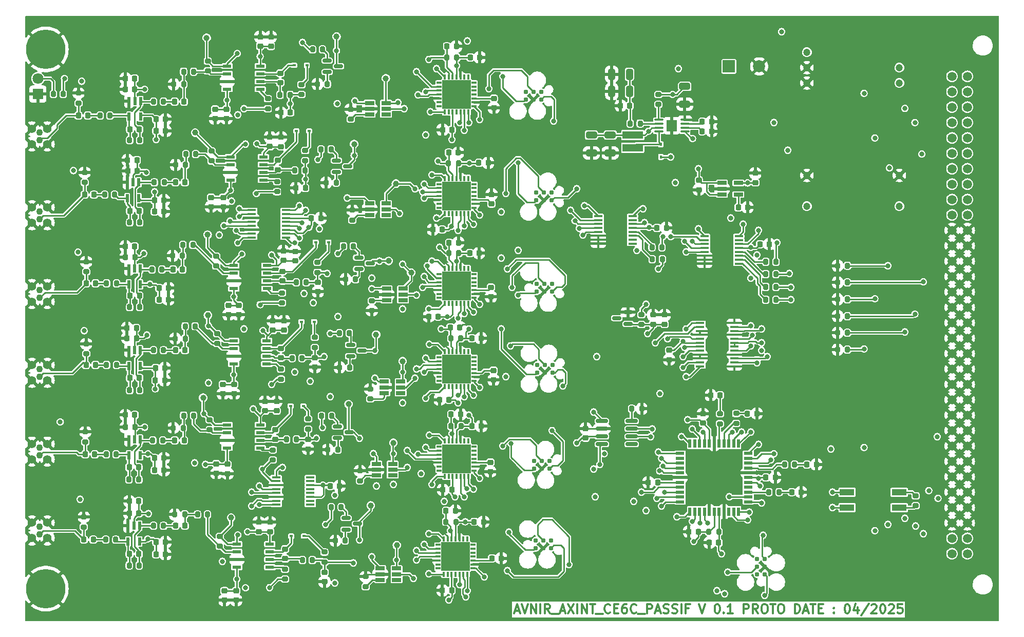
<source format=gbr>
G04 #@! TF.GenerationSoftware,KiCad,Pcbnew,7.0.8*
G04 #@! TF.CreationDate,2025-05-19T15:23:48+02:00*
G04 #@! TF.ProjectId,AXINT_CE6C_CRESUS,4158494e-545f-4434-9536-435f43524553,rev?*
G04 #@! TF.SameCoordinates,Original*
G04 #@! TF.FileFunction,Copper,L1,Top*
G04 #@! TF.FilePolarity,Positive*
%FSLAX46Y46*%
G04 Gerber Fmt 4.6, Leading zero omitted, Abs format (unit mm)*
G04 Created by KiCad (PCBNEW 7.0.8) date 2025-05-19 15:23:48*
%MOMM*%
%LPD*%
G01*
G04 APERTURE LIST*
G04 Aperture macros list*
%AMRoundRect*
0 Rectangle with rounded corners*
0 $1 Rounding radius*
0 $2 $3 $4 $5 $6 $7 $8 $9 X,Y pos of 4 corners*
0 Add a 4 corners polygon primitive as box body*
4,1,4,$2,$3,$4,$5,$6,$7,$8,$9,$2,$3,0*
0 Add four circle primitives for the rounded corners*
1,1,$1+$1,$2,$3*
1,1,$1+$1,$4,$5*
1,1,$1+$1,$6,$7*
1,1,$1+$1,$8,$9*
0 Add four rect primitives between the rounded corners*
20,1,$1+$1,$2,$3,$4,$5,0*
20,1,$1+$1,$4,$5,$6,$7,0*
20,1,$1+$1,$6,$7,$8,$9,0*
20,1,$1+$1,$8,$9,$2,$3,0*%
G04 Aperture macros list end*
%ADD10C,0.300000*%
G04 #@! TA.AperFunction,NonConductor*
%ADD11C,0.300000*%
G04 #@! TD*
G04 #@! TA.AperFunction,SMDPad,CuDef*
%ADD12RoundRect,0.218750X0.218750X0.256250X-0.218750X0.256250X-0.218750X-0.256250X0.218750X-0.256250X0*%
G04 #@! TD*
G04 #@! TA.AperFunction,SMDPad,CuDef*
%ADD13RoundRect,0.218750X-0.218750X-0.256250X0.218750X-0.256250X0.218750X0.256250X-0.218750X0.256250X0*%
G04 #@! TD*
G04 #@! TA.AperFunction,SMDPad,CuDef*
%ADD14RoundRect,0.100000X-0.625000X-0.100000X0.625000X-0.100000X0.625000X0.100000X-0.625000X0.100000X0*%
G04 #@! TD*
G04 #@! TA.AperFunction,SMDPad,CuDef*
%ADD15R,1.680000X1.880000*%
G04 #@! TD*
G04 #@! TA.AperFunction,ComponentPad*
%ADD16C,6.500000*%
G04 #@! TD*
G04 #@! TA.AperFunction,ComponentPad*
%ADD17R,2.000000X2.000000*%
G04 #@! TD*
G04 #@! TA.AperFunction,ComponentPad*
%ADD18C,2.000000*%
G04 #@! TD*
G04 #@! TA.AperFunction,ComponentPad*
%ADD19C,1.100000*%
G04 #@! TD*
G04 #@! TA.AperFunction,ComponentPad*
%ADD20C,1.400000*%
G04 #@! TD*
G04 #@! TA.AperFunction,SMDPad,CuDef*
%ADD21RoundRect,0.225000X-0.225000X-0.250000X0.225000X-0.250000X0.225000X0.250000X-0.225000X0.250000X0*%
G04 #@! TD*
G04 #@! TA.AperFunction,SMDPad,CuDef*
%ADD22RoundRect,0.225000X0.225000X0.250000X-0.225000X0.250000X-0.225000X-0.250000X0.225000X-0.250000X0*%
G04 #@! TD*
G04 #@! TA.AperFunction,SMDPad,CuDef*
%ADD23RoundRect,0.200000X-0.275000X0.200000X-0.275000X-0.200000X0.275000X-0.200000X0.275000X0.200000X0*%
G04 #@! TD*
G04 #@! TA.AperFunction,SMDPad,CuDef*
%ADD24RoundRect,0.200000X-0.200000X-0.275000X0.200000X-0.275000X0.200000X0.275000X-0.200000X0.275000X0*%
G04 #@! TD*
G04 #@! TA.AperFunction,ComponentPad*
%ADD25C,1.200000*%
G04 #@! TD*
G04 #@! TA.AperFunction,SMDPad,CuDef*
%ADD26RoundRect,0.200000X0.200000X0.275000X-0.200000X0.275000X-0.200000X-0.275000X0.200000X-0.275000X0*%
G04 #@! TD*
G04 #@! TA.AperFunction,ComponentPad*
%ADD27C,1.500000*%
G04 #@! TD*
G04 #@! TA.AperFunction,ComponentPad*
%ADD28R,1.800000X1.800000*%
G04 #@! TD*
G04 #@! TA.AperFunction,ComponentPad*
%ADD29C,1.800000*%
G04 #@! TD*
G04 #@! TA.AperFunction,SMDPad,CuDef*
%ADD30RoundRect,0.200000X0.275000X-0.200000X0.275000X0.200000X-0.275000X0.200000X-0.275000X-0.200000X0*%
G04 #@! TD*
G04 #@! TA.AperFunction,SMDPad,CuDef*
%ADD31R,2.440000X1.120000*%
G04 #@! TD*
G04 #@! TA.AperFunction,SMDPad,CuDef*
%ADD32R,0.508000X1.320800*%
G04 #@! TD*
G04 #@! TA.AperFunction,SMDPad,CuDef*
%ADD33C,1.000000*%
G04 #@! TD*
G04 #@! TA.AperFunction,SMDPad,CuDef*
%ADD34RoundRect,0.225000X0.250000X-0.225000X0.250000X0.225000X-0.250000X0.225000X-0.250000X-0.225000X0*%
G04 #@! TD*
G04 #@! TA.AperFunction,SMDPad,CuDef*
%ADD35RoundRect,0.225000X-0.250000X0.225000X-0.250000X-0.225000X0.250000X-0.225000X0.250000X0.225000X0*%
G04 #@! TD*
G04 #@! TA.AperFunction,SMDPad,CuDef*
%ADD36RoundRect,0.150000X-0.587500X-0.150000X0.587500X-0.150000X0.587500X0.150000X-0.587500X0.150000X0*%
G04 #@! TD*
G04 #@! TA.AperFunction,SMDPad,CuDef*
%ADD37R,1.460500X0.558800*%
G04 #@! TD*
G04 #@! TA.AperFunction,SMDPad,CuDef*
%ADD38R,1.473200X0.355600*%
G04 #@! TD*
G04 #@! TA.AperFunction,SMDPad,CuDef*
%ADD39R,1.560000X0.650000*%
G04 #@! TD*
G04 #@! TA.AperFunction,SMDPad,CuDef*
%ADD40R,0.600000X0.450000*%
G04 #@! TD*
G04 #@! TA.AperFunction,SMDPad,CuDef*
%ADD41RoundRect,0.250000X0.325000X0.650000X-0.325000X0.650000X-0.325000X-0.650000X0.325000X-0.650000X0*%
G04 #@! TD*
G04 #@! TA.AperFunction,SMDPad,CuDef*
%ADD42RoundRect,0.250000X-0.650000X0.325000X-0.650000X-0.325000X0.650000X-0.325000X0.650000X0.325000X0*%
G04 #@! TD*
G04 #@! TA.AperFunction,SMDPad,CuDef*
%ADD43R,3.400000X1.300000*%
G04 #@! TD*
G04 #@! TA.AperFunction,SMDPad,CuDef*
%ADD44C,0.787000*%
G04 #@! TD*
G04 #@! TA.AperFunction,SMDPad,CuDef*
%ADD45R,0.812800X0.381000*%
G04 #@! TD*
G04 #@! TA.AperFunction,SMDPad,CuDef*
%ADD46R,0.381000X0.812800*%
G04 #@! TD*
G04 #@! TA.AperFunction,SMDPad,CuDef*
%ADD47R,4.699000X4.699000*%
G04 #@! TD*
G04 #@! TA.AperFunction,SMDPad,CuDef*
%ADD48R,1.461999X0.354800*%
G04 #@! TD*
G04 #@! TA.AperFunction,SMDPad,CuDef*
%ADD49RoundRect,0.150000X-0.825000X-0.150000X0.825000X-0.150000X0.825000X0.150000X-0.825000X0.150000X0*%
G04 #@! TD*
G04 #@! TA.AperFunction,SMDPad,CuDef*
%ADD50R,0.450000X0.600000*%
G04 #@! TD*
G04 #@! TA.AperFunction,SMDPad,CuDef*
%ADD51R,1.461999X0.507200*%
G04 #@! TD*
G04 #@! TA.AperFunction,SMDPad,CuDef*
%ADD52R,0.507200X1.461999*%
G04 #@! TD*
G04 #@! TA.AperFunction,SMDPad,CuDef*
%ADD53RoundRect,0.150000X0.587500X0.150000X-0.587500X0.150000X-0.587500X-0.150000X0.587500X-0.150000X0*%
G04 #@! TD*
G04 #@! TA.AperFunction,ViaPad*
%ADD54C,0.800000*%
G04 #@! TD*
G04 #@! TA.AperFunction,Conductor*
%ADD55C,0.250000*%
G04 #@! TD*
G04 APERTURE END LIST*
D10*
D11*
X150851082Y-138171757D02*
X151565368Y-138171757D01*
X150708225Y-138600328D02*
X151208225Y-137100328D01*
X151208225Y-137100328D02*
X151708225Y-138600328D01*
X151993939Y-137100328D02*
X152493939Y-138600328D01*
X152493939Y-138600328D02*
X152993939Y-137100328D01*
X153493938Y-138600328D02*
X153493938Y-137100328D01*
X153493938Y-137100328D02*
X154351081Y-138600328D01*
X154351081Y-138600328D02*
X154351081Y-137100328D01*
X155065367Y-138600328D02*
X155065367Y-137100328D01*
X156636796Y-138600328D02*
X156136796Y-137886042D01*
X155779653Y-138600328D02*
X155779653Y-137100328D01*
X155779653Y-137100328D02*
X156351082Y-137100328D01*
X156351082Y-137100328D02*
X156493939Y-137171757D01*
X156493939Y-137171757D02*
X156565368Y-137243185D01*
X156565368Y-137243185D02*
X156636796Y-137386042D01*
X156636796Y-137386042D02*
X156636796Y-137600328D01*
X156636796Y-137600328D02*
X156565368Y-137743185D01*
X156565368Y-137743185D02*
X156493939Y-137814614D01*
X156493939Y-137814614D02*
X156351082Y-137886042D01*
X156351082Y-137886042D02*
X155779653Y-137886042D01*
X156922511Y-138743185D02*
X158065368Y-138743185D01*
X158351082Y-138171757D02*
X159065368Y-138171757D01*
X158208225Y-138600328D02*
X158708225Y-137100328D01*
X158708225Y-137100328D02*
X159208225Y-138600328D01*
X159565367Y-137100328D02*
X160565367Y-138600328D01*
X160565367Y-137100328D02*
X159565367Y-138600328D01*
X161136795Y-138600328D02*
X161136795Y-137100328D01*
X161851081Y-138600328D02*
X161851081Y-137100328D01*
X161851081Y-137100328D02*
X162708224Y-138600328D01*
X162708224Y-138600328D02*
X162708224Y-137100328D01*
X163208225Y-137100328D02*
X164065368Y-137100328D01*
X163636796Y-138600328D02*
X163636796Y-137100328D01*
X164208225Y-138743185D02*
X165351082Y-138743185D01*
X166565367Y-138457471D02*
X166493939Y-138528900D01*
X166493939Y-138528900D02*
X166279653Y-138600328D01*
X166279653Y-138600328D02*
X166136796Y-138600328D01*
X166136796Y-138600328D02*
X165922510Y-138528900D01*
X165922510Y-138528900D02*
X165779653Y-138386042D01*
X165779653Y-138386042D02*
X165708224Y-138243185D01*
X165708224Y-138243185D02*
X165636796Y-137957471D01*
X165636796Y-137957471D02*
X165636796Y-137743185D01*
X165636796Y-137743185D02*
X165708224Y-137457471D01*
X165708224Y-137457471D02*
X165779653Y-137314614D01*
X165779653Y-137314614D02*
X165922510Y-137171757D01*
X165922510Y-137171757D02*
X166136796Y-137100328D01*
X166136796Y-137100328D02*
X166279653Y-137100328D01*
X166279653Y-137100328D02*
X166493939Y-137171757D01*
X166493939Y-137171757D02*
X166565367Y-137243185D01*
X167208224Y-137814614D02*
X167708224Y-137814614D01*
X167922510Y-138600328D02*
X167208224Y-138600328D01*
X167208224Y-138600328D02*
X167208224Y-137100328D01*
X167208224Y-137100328D02*
X167922510Y-137100328D01*
X169208225Y-137100328D02*
X168922510Y-137100328D01*
X168922510Y-137100328D02*
X168779653Y-137171757D01*
X168779653Y-137171757D02*
X168708225Y-137243185D01*
X168708225Y-137243185D02*
X168565367Y-137457471D01*
X168565367Y-137457471D02*
X168493939Y-137743185D01*
X168493939Y-137743185D02*
X168493939Y-138314614D01*
X168493939Y-138314614D02*
X168565367Y-138457471D01*
X168565367Y-138457471D02*
X168636796Y-138528900D01*
X168636796Y-138528900D02*
X168779653Y-138600328D01*
X168779653Y-138600328D02*
X169065367Y-138600328D01*
X169065367Y-138600328D02*
X169208225Y-138528900D01*
X169208225Y-138528900D02*
X169279653Y-138457471D01*
X169279653Y-138457471D02*
X169351082Y-138314614D01*
X169351082Y-138314614D02*
X169351082Y-137957471D01*
X169351082Y-137957471D02*
X169279653Y-137814614D01*
X169279653Y-137814614D02*
X169208225Y-137743185D01*
X169208225Y-137743185D02*
X169065367Y-137671757D01*
X169065367Y-137671757D02*
X168779653Y-137671757D01*
X168779653Y-137671757D02*
X168636796Y-137743185D01*
X168636796Y-137743185D02*
X168565367Y-137814614D01*
X168565367Y-137814614D02*
X168493939Y-137957471D01*
X170851081Y-138457471D02*
X170779653Y-138528900D01*
X170779653Y-138528900D02*
X170565367Y-138600328D01*
X170565367Y-138600328D02*
X170422510Y-138600328D01*
X170422510Y-138600328D02*
X170208224Y-138528900D01*
X170208224Y-138528900D02*
X170065367Y-138386042D01*
X170065367Y-138386042D02*
X169993938Y-138243185D01*
X169993938Y-138243185D02*
X169922510Y-137957471D01*
X169922510Y-137957471D02*
X169922510Y-137743185D01*
X169922510Y-137743185D02*
X169993938Y-137457471D01*
X169993938Y-137457471D02*
X170065367Y-137314614D01*
X170065367Y-137314614D02*
X170208224Y-137171757D01*
X170208224Y-137171757D02*
X170422510Y-137100328D01*
X170422510Y-137100328D02*
X170565367Y-137100328D01*
X170565367Y-137100328D02*
X170779653Y-137171757D01*
X170779653Y-137171757D02*
X170851081Y-137243185D01*
X171136796Y-138743185D02*
X172279653Y-138743185D01*
X172636795Y-138600328D02*
X172636795Y-137100328D01*
X172636795Y-137100328D02*
X173208224Y-137100328D01*
X173208224Y-137100328D02*
X173351081Y-137171757D01*
X173351081Y-137171757D02*
X173422510Y-137243185D01*
X173422510Y-137243185D02*
X173493938Y-137386042D01*
X173493938Y-137386042D02*
X173493938Y-137600328D01*
X173493938Y-137600328D02*
X173422510Y-137743185D01*
X173422510Y-137743185D02*
X173351081Y-137814614D01*
X173351081Y-137814614D02*
X173208224Y-137886042D01*
X173208224Y-137886042D02*
X172636795Y-137886042D01*
X174065367Y-138171757D02*
X174779653Y-138171757D01*
X173922510Y-138600328D02*
X174422510Y-137100328D01*
X174422510Y-137100328D02*
X174922510Y-138600328D01*
X175351081Y-138528900D02*
X175565367Y-138600328D01*
X175565367Y-138600328D02*
X175922509Y-138600328D01*
X175922509Y-138600328D02*
X176065367Y-138528900D01*
X176065367Y-138528900D02*
X176136795Y-138457471D01*
X176136795Y-138457471D02*
X176208224Y-138314614D01*
X176208224Y-138314614D02*
X176208224Y-138171757D01*
X176208224Y-138171757D02*
X176136795Y-138028900D01*
X176136795Y-138028900D02*
X176065367Y-137957471D01*
X176065367Y-137957471D02*
X175922509Y-137886042D01*
X175922509Y-137886042D02*
X175636795Y-137814614D01*
X175636795Y-137814614D02*
X175493938Y-137743185D01*
X175493938Y-137743185D02*
X175422509Y-137671757D01*
X175422509Y-137671757D02*
X175351081Y-137528900D01*
X175351081Y-137528900D02*
X175351081Y-137386042D01*
X175351081Y-137386042D02*
X175422509Y-137243185D01*
X175422509Y-137243185D02*
X175493938Y-137171757D01*
X175493938Y-137171757D02*
X175636795Y-137100328D01*
X175636795Y-137100328D02*
X175993938Y-137100328D01*
X175993938Y-137100328D02*
X176208224Y-137171757D01*
X176779652Y-138528900D02*
X176993938Y-138600328D01*
X176993938Y-138600328D02*
X177351080Y-138600328D01*
X177351080Y-138600328D02*
X177493938Y-138528900D01*
X177493938Y-138528900D02*
X177565366Y-138457471D01*
X177565366Y-138457471D02*
X177636795Y-138314614D01*
X177636795Y-138314614D02*
X177636795Y-138171757D01*
X177636795Y-138171757D02*
X177565366Y-138028900D01*
X177565366Y-138028900D02*
X177493938Y-137957471D01*
X177493938Y-137957471D02*
X177351080Y-137886042D01*
X177351080Y-137886042D02*
X177065366Y-137814614D01*
X177065366Y-137814614D02*
X176922509Y-137743185D01*
X176922509Y-137743185D02*
X176851080Y-137671757D01*
X176851080Y-137671757D02*
X176779652Y-137528900D01*
X176779652Y-137528900D02*
X176779652Y-137386042D01*
X176779652Y-137386042D02*
X176851080Y-137243185D01*
X176851080Y-137243185D02*
X176922509Y-137171757D01*
X176922509Y-137171757D02*
X177065366Y-137100328D01*
X177065366Y-137100328D02*
X177422509Y-137100328D01*
X177422509Y-137100328D02*
X177636795Y-137171757D01*
X178279651Y-138600328D02*
X178279651Y-137100328D01*
X179493937Y-137814614D02*
X178993937Y-137814614D01*
X178993937Y-138600328D02*
X178993937Y-137100328D01*
X178993937Y-137100328D02*
X179708223Y-137100328D01*
X181208223Y-137100328D02*
X181708223Y-138600328D01*
X181708223Y-138600328D02*
X182208223Y-137100328D01*
X184136794Y-137100328D02*
X184279651Y-137100328D01*
X184279651Y-137100328D02*
X184422508Y-137171757D01*
X184422508Y-137171757D02*
X184493937Y-137243185D01*
X184493937Y-137243185D02*
X184565365Y-137386042D01*
X184565365Y-137386042D02*
X184636794Y-137671757D01*
X184636794Y-137671757D02*
X184636794Y-138028900D01*
X184636794Y-138028900D02*
X184565365Y-138314614D01*
X184565365Y-138314614D02*
X184493937Y-138457471D01*
X184493937Y-138457471D02*
X184422508Y-138528900D01*
X184422508Y-138528900D02*
X184279651Y-138600328D01*
X184279651Y-138600328D02*
X184136794Y-138600328D01*
X184136794Y-138600328D02*
X183993937Y-138528900D01*
X183993937Y-138528900D02*
X183922508Y-138457471D01*
X183922508Y-138457471D02*
X183851079Y-138314614D01*
X183851079Y-138314614D02*
X183779651Y-138028900D01*
X183779651Y-138028900D02*
X183779651Y-137671757D01*
X183779651Y-137671757D02*
X183851079Y-137386042D01*
X183851079Y-137386042D02*
X183922508Y-137243185D01*
X183922508Y-137243185D02*
X183993937Y-137171757D01*
X183993937Y-137171757D02*
X184136794Y-137100328D01*
X185279650Y-138457471D02*
X185351079Y-138528900D01*
X185351079Y-138528900D02*
X185279650Y-138600328D01*
X185279650Y-138600328D02*
X185208222Y-138528900D01*
X185208222Y-138528900D02*
X185279650Y-138457471D01*
X185279650Y-138457471D02*
X185279650Y-138600328D01*
X186779651Y-138600328D02*
X185922508Y-138600328D01*
X186351079Y-138600328D02*
X186351079Y-137100328D01*
X186351079Y-137100328D02*
X186208222Y-137314614D01*
X186208222Y-137314614D02*
X186065365Y-137457471D01*
X186065365Y-137457471D02*
X185922508Y-137528900D01*
X188565364Y-138600328D02*
X188565364Y-137100328D01*
X188565364Y-137100328D02*
X189136793Y-137100328D01*
X189136793Y-137100328D02*
X189279650Y-137171757D01*
X189279650Y-137171757D02*
X189351079Y-137243185D01*
X189351079Y-137243185D02*
X189422507Y-137386042D01*
X189422507Y-137386042D02*
X189422507Y-137600328D01*
X189422507Y-137600328D02*
X189351079Y-137743185D01*
X189351079Y-137743185D02*
X189279650Y-137814614D01*
X189279650Y-137814614D02*
X189136793Y-137886042D01*
X189136793Y-137886042D02*
X188565364Y-137886042D01*
X190922507Y-138600328D02*
X190422507Y-137886042D01*
X190065364Y-138600328D02*
X190065364Y-137100328D01*
X190065364Y-137100328D02*
X190636793Y-137100328D01*
X190636793Y-137100328D02*
X190779650Y-137171757D01*
X190779650Y-137171757D02*
X190851079Y-137243185D01*
X190851079Y-137243185D02*
X190922507Y-137386042D01*
X190922507Y-137386042D02*
X190922507Y-137600328D01*
X190922507Y-137600328D02*
X190851079Y-137743185D01*
X190851079Y-137743185D02*
X190779650Y-137814614D01*
X190779650Y-137814614D02*
X190636793Y-137886042D01*
X190636793Y-137886042D02*
X190065364Y-137886042D01*
X191851079Y-137100328D02*
X192136793Y-137100328D01*
X192136793Y-137100328D02*
X192279650Y-137171757D01*
X192279650Y-137171757D02*
X192422507Y-137314614D01*
X192422507Y-137314614D02*
X192493936Y-137600328D01*
X192493936Y-137600328D02*
X192493936Y-138100328D01*
X192493936Y-138100328D02*
X192422507Y-138386042D01*
X192422507Y-138386042D02*
X192279650Y-138528900D01*
X192279650Y-138528900D02*
X192136793Y-138600328D01*
X192136793Y-138600328D02*
X191851079Y-138600328D01*
X191851079Y-138600328D02*
X191708222Y-138528900D01*
X191708222Y-138528900D02*
X191565364Y-138386042D01*
X191565364Y-138386042D02*
X191493936Y-138100328D01*
X191493936Y-138100328D02*
X191493936Y-137600328D01*
X191493936Y-137600328D02*
X191565364Y-137314614D01*
X191565364Y-137314614D02*
X191708222Y-137171757D01*
X191708222Y-137171757D02*
X191851079Y-137100328D01*
X192922508Y-137100328D02*
X193779651Y-137100328D01*
X193351079Y-138600328D02*
X193351079Y-137100328D01*
X194565365Y-137100328D02*
X194851079Y-137100328D01*
X194851079Y-137100328D02*
X194993936Y-137171757D01*
X194993936Y-137171757D02*
X195136793Y-137314614D01*
X195136793Y-137314614D02*
X195208222Y-137600328D01*
X195208222Y-137600328D02*
X195208222Y-138100328D01*
X195208222Y-138100328D02*
X195136793Y-138386042D01*
X195136793Y-138386042D02*
X194993936Y-138528900D01*
X194993936Y-138528900D02*
X194851079Y-138600328D01*
X194851079Y-138600328D02*
X194565365Y-138600328D01*
X194565365Y-138600328D02*
X194422508Y-138528900D01*
X194422508Y-138528900D02*
X194279650Y-138386042D01*
X194279650Y-138386042D02*
X194208222Y-138100328D01*
X194208222Y-138100328D02*
X194208222Y-137600328D01*
X194208222Y-137600328D02*
X194279650Y-137314614D01*
X194279650Y-137314614D02*
X194422508Y-137171757D01*
X194422508Y-137171757D02*
X194565365Y-137100328D01*
X196993936Y-138600328D02*
X196993936Y-137100328D01*
X196993936Y-137100328D02*
X197351079Y-137100328D01*
X197351079Y-137100328D02*
X197565365Y-137171757D01*
X197565365Y-137171757D02*
X197708222Y-137314614D01*
X197708222Y-137314614D02*
X197779651Y-137457471D01*
X197779651Y-137457471D02*
X197851079Y-137743185D01*
X197851079Y-137743185D02*
X197851079Y-137957471D01*
X197851079Y-137957471D02*
X197779651Y-138243185D01*
X197779651Y-138243185D02*
X197708222Y-138386042D01*
X197708222Y-138386042D02*
X197565365Y-138528900D01*
X197565365Y-138528900D02*
X197351079Y-138600328D01*
X197351079Y-138600328D02*
X196993936Y-138600328D01*
X198422508Y-138171757D02*
X199136794Y-138171757D01*
X198279651Y-138600328D02*
X198779651Y-137100328D01*
X198779651Y-137100328D02*
X199279651Y-138600328D01*
X199565365Y-137100328D02*
X200422508Y-137100328D01*
X199993936Y-138600328D02*
X199993936Y-137100328D01*
X200922507Y-137814614D02*
X201422507Y-137814614D01*
X201636793Y-138600328D02*
X200922507Y-138600328D01*
X200922507Y-138600328D02*
X200922507Y-137100328D01*
X200922507Y-137100328D02*
X201636793Y-137100328D01*
X203422507Y-138457471D02*
X203493936Y-138528900D01*
X203493936Y-138528900D02*
X203422507Y-138600328D01*
X203422507Y-138600328D02*
X203351079Y-138528900D01*
X203351079Y-138528900D02*
X203422507Y-138457471D01*
X203422507Y-138457471D02*
X203422507Y-138600328D01*
X203422507Y-137671757D02*
X203493936Y-137743185D01*
X203493936Y-137743185D02*
X203422507Y-137814614D01*
X203422507Y-137814614D02*
X203351079Y-137743185D01*
X203351079Y-137743185D02*
X203422507Y-137671757D01*
X203422507Y-137671757D02*
X203422507Y-137814614D01*
X205565365Y-137100328D02*
X205708222Y-137100328D01*
X205708222Y-137100328D02*
X205851079Y-137171757D01*
X205851079Y-137171757D02*
X205922508Y-137243185D01*
X205922508Y-137243185D02*
X205993936Y-137386042D01*
X205993936Y-137386042D02*
X206065365Y-137671757D01*
X206065365Y-137671757D02*
X206065365Y-138028900D01*
X206065365Y-138028900D02*
X205993936Y-138314614D01*
X205993936Y-138314614D02*
X205922508Y-138457471D01*
X205922508Y-138457471D02*
X205851079Y-138528900D01*
X205851079Y-138528900D02*
X205708222Y-138600328D01*
X205708222Y-138600328D02*
X205565365Y-138600328D01*
X205565365Y-138600328D02*
X205422508Y-138528900D01*
X205422508Y-138528900D02*
X205351079Y-138457471D01*
X205351079Y-138457471D02*
X205279650Y-138314614D01*
X205279650Y-138314614D02*
X205208222Y-138028900D01*
X205208222Y-138028900D02*
X205208222Y-137671757D01*
X205208222Y-137671757D02*
X205279650Y-137386042D01*
X205279650Y-137386042D02*
X205351079Y-137243185D01*
X205351079Y-137243185D02*
X205422508Y-137171757D01*
X205422508Y-137171757D02*
X205565365Y-137100328D01*
X207351079Y-137600328D02*
X207351079Y-138600328D01*
X206993936Y-137028900D02*
X206636793Y-138100328D01*
X206636793Y-138100328D02*
X207565364Y-138100328D01*
X209208221Y-137028900D02*
X207922507Y-138957471D01*
X209636793Y-137243185D02*
X209708221Y-137171757D01*
X209708221Y-137171757D02*
X209851079Y-137100328D01*
X209851079Y-137100328D02*
X210208221Y-137100328D01*
X210208221Y-137100328D02*
X210351079Y-137171757D01*
X210351079Y-137171757D02*
X210422507Y-137243185D01*
X210422507Y-137243185D02*
X210493936Y-137386042D01*
X210493936Y-137386042D02*
X210493936Y-137528900D01*
X210493936Y-137528900D02*
X210422507Y-137743185D01*
X210422507Y-137743185D02*
X209565364Y-138600328D01*
X209565364Y-138600328D02*
X210493936Y-138600328D01*
X211422507Y-137100328D02*
X211565364Y-137100328D01*
X211565364Y-137100328D02*
X211708221Y-137171757D01*
X211708221Y-137171757D02*
X211779650Y-137243185D01*
X211779650Y-137243185D02*
X211851078Y-137386042D01*
X211851078Y-137386042D02*
X211922507Y-137671757D01*
X211922507Y-137671757D02*
X211922507Y-138028900D01*
X211922507Y-138028900D02*
X211851078Y-138314614D01*
X211851078Y-138314614D02*
X211779650Y-138457471D01*
X211779650Y-138457471D02*
X211708221Y-138528900D01*
X211708221Y-138528900D02*
X211565364Y-138600328D01*
X211565364Y-138600328D02*
X211422507Y-138600328D01*
X211422507Y-138600328D02*
X211279650Y-138528900D01*
X211279650Y-138528900D02*
X211208221Y-138457471D01*
X211208221Y-138457471D02*
X211136792Y-138314614D01*
X211136792Y-138314614D02*
X211065364Y-138028900D01*
X211065364Y-138028900D02*
X211065364Y-137671757D01*
X211065364Y-137671757D02*
X211136792Y-137386042D01*
X211136792Y-137386042D02*
X211208221Y-137243185D01*
X211208221Y-137243185D02*
X211279650Y-137171757D01*
X211279650Y-137171757D02*
X211422507Y-137100328D01*
X212493935Y-137243185D02*
X212565363Y-137171757D01*
X212565363Y-137171757D02*
X212708221Y-137100328D01*
X212708221Y-137100328D02*
X213065363Y-137100328D01*
X213065363Y-137100328D02*
X213208221Y-137171757D01*
X213208221Y-137171757D02*
X213279649Y-137243185D01*
X213279649Y-137243185D02*
X213351078Y-137386042D01*
X213351078Y-137386042D02*
X213351078Y-137528900D01*
X213351078Y-137528900D02*
X213279649Y-137743185D01*
X213279649Y-137743185D02*
X212422506Y-138600328D01*
X212422506Y-138600328D02*
X213351078Y-138600328D01*
X214708220Y-137100328D02*
X213993934Y-137100328D01*
X213993934Y-137100328D02*
X213922506Y-137814614D01*
X213922506Y-137814614D02*
X213993934Y-137743185D01*
X213993934Y-137743185D02*
X214136792Y-137671757D01*
X214136792Y-137671757D02*
X214493934Y-137671757D01*
X214493934Y-137671757D02*
X214636792Y-137743185D01*
X214636792Y-137743185D02*
X214708220Y-137814614D01*
X214708220Y-137814614D02*
X214779649Y-137957471D01*
X214779649Y-137957471D02*
X214779649Y-138314614D01*
X214779649Y-138314614D02*
X214708220Y-138457471D01*
X214708220Y-138457471D02*
X214636792Y-138528900D01*
X214636792Y-138528900D02*
X214493934Y-138600328D01*
X214493934Y-138600328D02*
X214136792Y-138600328D01*
X214136792Y-138600328D02*
X213993934Y-138528900D01*
X213993934Y-138528900D02*
X213922506Y-138457471D01*
D12*
X183295300Y-57491400D03*
X181720300Y-57491400D03*
D13*
X181720300Y-59091400D03*
X183295300Y-59091400D03*
D14*
X174557800Y-57216400D03*
X174557800Y-57866400D03*
X174557800Y-58516400D03*
X174557800Y-59166400D03*
X178857800Y-59166400D03*
X178857800Y-58516400D03*
X178857800Y-57866400D03*
X178857800Y-57216400D03*
D15*
X176707800Y-58191400D03*
D16*
X73500000Y-45600000D03*
X73510000Y-134550000D03*
D17*
X186129000Y-48412023D03*
D18*
X191129000Y-48412023D03*
D19*
X72500000Y-60585023D03*
X72500000Y-59315023D03*
D20*
X71230000Y-61220023D03*
X73770000Y-61220023D03*
X71230000Y-58680023D03*
X73770000Y-58680023D03*
D19*
X72500000Y-73585023D03*
X72500000Y-72315023D03*
D20*
X71230000Y-74220023D03*
X73770000Y-74220023D03*
X71230000Y-71680023D03*
X73770000Y-71680023D03*
D19*
X72500000Y-86585023D03*
X72500000Y-85315023D03*
D20*
X71230000Y-87220023D03*
X73770000Y-87220023D03*
X71230000Y-84680023D03*
X73770000Y-84680023D03*
D19*
X72500000Y-99585023D03*
X72500000Y-98315023D03*
D20*
X71230000Y-100220023D03*
X73770000Y-100220023D03*
X71230000Y-97680023D03*
X73770000Y-97680023D03*
D19*
X72500000Y-112585023D03*
X72500000Y-111315023D03*
D20*
X71230000Y-113220023D03*
X73770000Y-113220023D03*
X71230000Y-110680023D03*
X73770000Y-110680023D03*
D19*
X72500000Y-125585023D03*
X72500000Y-124315023D03*
D20*
X71230000Y-126220023D03*
X73770000Y-126220023D03*
X71230000Y-123680023D03*
X73770000Y-123680023D03*
D21*
X91586000Y-98153023D03*
X93136000Y-98153023D03*
X91433000Y-113012023D03*
X92983000Y-113012023D03*
X91700000Y-126855023D03*
X93250000Y-126855023D03*
X92189000Y-84963000D03*
X93739000Y-84963000D03*
X91446000Y-70467023D03*
X92996000Y-70467023D03*
D22*
X81693000Y-97645023D03*
X80143000Y-97645023D03*
X81566000Y-112377023D03*
X80016000Y-112377023D03*
X81325000Y-126474023D03*
X79775000Y-126474023D03*
X81706000Y-84183023D03*
X80156000Y-84183023D03*
X81439000Y-69578023D03*
X79889000Y-69578023D03*
D21*
X91700000Y-59037023D03*
X93250000Y-59037023D03*
D22*
X80436000Y-56497023D03*
X78886000Y-56497023D03*
D21*
X91560000Y-100185023D03*
X93110000Y-100185023D03*
X91446000Y-115044023D03*
X92996000Y-115044023D03*
X91687000Y-128887023D03*
X93237000Y-128887023D03*
X92189000Y-86868000D03*
X93739000Y-86868000D03*
X91446000Y-72372023D03*
X92996000Y-72372023D03*
D22*
X88932000Y-99804023D03*
X87382000Y-99804023D03*
X88805000Y-114536023D03*
X87255000Y-114536023D03*
X88850000Y-128816500D03*
X87300000Y-128816500D03*
D21*
X91700000Y-57132023D03*
X93250000Y-57132023D03*
D22*
X88945000Y-86215023D03*
X87395000Y-86215023D03*
X88932000Y-72245023D03*
X87382000Y-72245023D03*
X88437000Y-93218000D03*
X86887000Y-93218000D03*
X88932000Y-58783023D03*
X87382000Y-58783023D03*
X88183000Y-107932023D03*
X86633000Y-107932023D03*
X88805000Y-122156023D03*
X87255000Y-122156023D03*
X88183000Y-79865023D03*
X86633000Y-79865023D03*
X88564000Y-65641023D03*
X87014000Y-65641023D03*
X88170000Y-52179023D03*
X86620000Y-52179023D03*
X96438000Y-95232023D03*
X94888000Y-95232023D03*
X88437000Y-91549023D03*
X86887000Y-91549023D03*
X96311000Y-110091023D03*
X94761000Y-110091023D03*
X96425000Y-124188023D03*
X94875000Y-124188023D03*
X96044000Y-81897023D03*
X94494000Y-81897023D03*
X88170000Y-105900023D03*
X86620000Y-105900023D03*
X88818000Y-120124023D03*
X87268000Y-120124023D03*
X96425000Y-67546023D03*
X94875000Y-67546023D03*
X88170000Y-78087023D03*
X86620000Y-78087023D03*
X88538000Y-63863023D03*
X86988000Y-63863023D03*
X96298000Y-54211023D03*
X94748000Y-54211023D03*
X88170000Y-50401023D03*
X86620000Y-50401023D03*
D23*
X80156000Y-94153023D03*
X80156000Y-95803023D03*
X80029000Y-108695023D03*
X80029000Y-110345023D03*
X79775000Y-122728023D03*
X79775000Y-124378023D03*
X80156000Y-80628023D03*
X80156000Y-82278023D03*
X79902000Y-65896023D03*
X79902000Y-67546023D03*
X78886000Y-52815023D03*
X78886000Y-54465023D03*
D24*
X83522000Y-97645023D03*
X85172000Y-97645023D03*
X83459000Y-112377023D03*
X85109000Y-112377023D03*
X83395000Y-126474023D03*
X85045000Y-126474023D03*
X83522000Y-84183023D03*
X85172000Y-84183023D03*
X83205000Y-69578023D03*
X84855000Y-69578023D03*
X82443000Y-56497023D03*
X84093000Y-56497023D03*
X87332000Y-101836023D03*
X88982000Y-101836023D03*
X87205000Y-116568023D03*
X88855000Y-116568023D03*
X87250000Y-130721500D03*
X88900000Y-130721500D03*
X87332000Y-88120023D03*
X88982000Y-88120023D03*
X87332000Y-74150023D03*
X88982000Y-74150023D03*
X87332000Y-60561023D03*
X88982000Y-60561023D03*
X91269000Y-95232023D03*
X92919000Y-95232023D03*
X91142000Y-110091023D03*
X92792000Y-110091023D03*
X91269000Y-124188023D03*
X92919000Y-124188023D03*
X91015000Y-81897023D03*
X92665000Y-81897023D03*
X91396000Y-67546023D03*
X93046000Y-67546023D03*
X91269000Y-54211023D03*
X92919000Y-54211023D03*
X94831400Y-93294200D03*
X96481400Y-93294200D03*
X94526600Y-108026200D03*
X96176600Y-108026200D03*
X94755200Y-122301000D03*
X96405200Y-122301000D03*
X94399600Y-79654400D03*
X96049600Y-79654400D03*
X94907600Y-64643000D03*
X96557600Y-64643000D03*
X96482400Y-91262200D03*
X98132400Y-91262200D03*
X96228400Y-105994200D03*
X97878400Y-105994200D03*
X98514400Y-122326400D03*
X100164400Y-122326400D03*
X96101400Y-77851000D03*
X97751400Y-77851000D03*
X94577400Y-51358800D03*
X96227400Y-51358800D03*
X96584000Y-62890400D03*
X98234000Y-62890400D03*
X96228400Y-49276000D03*
X97878400Y-49276000D03*
D25*
X198996000Y-46069000D03*
X198996000Y-48609000D03*
X198996000Y-51149000D03*
X198996000Y-66389000D03*
X198996000Y-71469000D03*
X214236000Y-71469000D03*
X214236000Y-66389000D03*
X214236000Y-51149000D03*
X214236000Y-48609000D03*
D26*
X76390000Y-52959000D03*
X74740000Y-52959000D03*
D27*
X225450000Y-50050000D03*
X225450000Y-52590000D03*
X225450000Y-55130000D03*
X225450000Y-57670000D03*
X225450000Y-60210000D03*
X225450000Y-62750000D03*
X225450000Y-65290000D03*
X225450000Y-67830000D03*
X225450000Y-70370000D03*
X225450000Y-72910000D03*
X225450000Y-75450000D03*
X225450000Y-77990000D03*
X225450000Y-80530000D03*
X225450000Y-83070000D03*
X225450000Y-85610000D03*
X225450000Y-88150000D03*
X225450000Y-90690000D03*
X225450000Y-93230000D03*
X225450000Y-95770000D03*
X225450000Y-98310000D03*
X225450000Y-100850000D03*
X225450000Y-103390000D03*
X225450000Y-105930000D03*
X225450000Y-108470000D03*
X225450000Y-111010000D03*
X225450000Y-113550000D03*
X225450000Y-116090000D03*
X225450000Y-118630000D03*
X225450000Y-121170000D03*
X225450000Y-123710000D03*
X225450000Y-126250000D03*
X225450000Y-128790000D03*
X222910000Y-50050000D03*
X222910000Y-52590000D03*
X222910000Y-55130000D03*
X222910000Y-57670000D03*
X222910000Y-60210000D03*
X222910000Y-62750000D03*
X222910000Y-65290000D03*
X222910000Y-67830000D03*
X222910000Y-70370000D03*
X222910000Y-72910000D03*
X222910000Y-75450000D03*
X222910000Y-77990000D03*
X222910000Y-80530000D03*
X222910000Y-83070000D03*
X222910000Y-85610000D03*
X222910000Y-88150000D03*
X222910000Y-90690000D03*
X222910000Y-93230000D03*
X222910000Y-95770000D03*
X222910000Y-98310000D03*
X222910000Y-100850000D03*
X222910000Y-103390000D03*
X222910000Y-105930000D03*
X222910000Y-108470000D03*
X222910000Y-111010000D03*
X222910000Y-113550000D03*
X222910000Y-116090000D03*
X222910000Y-118630000D03*
X222910000Y-121170000D03*
X222910000Y-123710000D03*
X222910000Y-126250000D03*
X222910000Y-128790000D03*
D28*
X72200000Y-52959000D03*
D29*
X72200000Y-50419000D03*
D30*
X216906799Y-120868399D03*
X216906799Y-119218399D03*
D31*
X205599800Y-118643400D03*
X205599800Y-121183400D03*
X214209800Y-121183400D03*
X214209800Y-118643400D03*
D24*
X204026000Y-81280000D03*
X205676000Y-81280000D03*
X204026000Y-84048600D03*
X205676000Y-84048600D03*
X204026000Y-86817200D03*
X205676000Y-86817200D03*
X204026000Y-89585800D03*
X205676000Y-89585800D03*
X204026000Y-92354400D03*
X205676000Y-92354400D03*
X204026000Y-95123000D03*
X205676000Y-95123000D03*
D32*
X89136261Y-54109620D03*
X88186260Y-54109620D03*
X87236259Y-54109620D03*
X87236259Y-56700420D03*
X89136261Y-56700420D03*
X89088001Y-81762600D03*
X88138000Y-81762600D03*
X87187999Y-81762600D03*
X87187999Y-84353400D03*
X89088001Y-84353400D03*
X88834001Y-67538600D03*
X87884000Y-67538600D03*
X86933999Y-67538600D03*
X86933999Y-70129400D03*
X88834001Y-70129400D03*
X89088001Y-109956600D03*
X88138000Y-109956600D03*
X87187999Y-109956600D03*
X87187999Y-112547400D03*
X89088001Y-112547400D03*
X88968621Y-124172980D03*
X88018620Y-124172980D03*
X87068619Y-124172980D03*
X87068619Y-126763780D03*
X88968621Y-126763780D03*
X89088001Y-95224600D03*
X88138000Y-95224600D03*
X87187999Y-95224600D03*
X87187999Y-97815400D03*
X89088001Y-97815400D03*
D24*
X182817000Y-125171200D03*
X184467000Y-125171200D03*
D33*
X132334000Y-97028000D03*
D34*
X110921800Y-91910200D03*
X110921800Y-90360200D03*
D35*
X112979200Y-128028400D03*
X112979200Y-129578400D03*
D21*
X147053000Y-129540000D03*
X148603000Y-129540000D03*
D26*
X123583200Y-98069400D03*
X121933200Y-98069400D03*
D36*
X119887825Y-47437000D03*
X119887825Y-49337000D03*
X121762825Y-48387000D03*
D37*
X104514650Y-81254600D03*
X104514650Y-82524600D03*
X104514650Y-83794600D03*
X104514650Y-85064600D03*
X109962950Y-85064600D03*
X109962950Y-83794600D03*
X109962950Y-82524600D03*
X109962950Y-81254600D03*
D22*
X140500400Y-118237000D03*
X138950400Y-118237000D03*
D33*
X127965200Y-92659200D03*
D37*
X104489250Y-93675200D03*
X104489250Y-94945200D03*
X104489250Y-96215200D03*
X104489250Y-97485200D03*
X109937550Y-97485200D03*
X109937550Y-96215200D03*
X109937550Y-94945200D03*
X109937550Y-93675200D03*
D33*
X98120200Y-59334400D03*
D21*
X140322000Y-105791000D03*
X141872000Y-105791000D03*
D38*
X111480600Y-116165201D03*
X111480600Y-116815199D03*
X111480600Y-117465201D03*
X111480600Y-118115199D03*
X111480600Y-118765198D03*
X111480600Y-119415199D03*
X111480600Y-120065198D03*
X111480600Y-120715199D03*
X117119400Y-120715199D03*
X117119400Y-120065201D03*
X117119400Y-119415199D03*
X117119400Y-118765201D03*
X117119400Y-118115202D03*
X117119400Y-117465201D03*
X117119400Y-116815202D03*
X117119400Y-116165201D03*
D21*
X114744200Y-68453000D03*
X116294200Y-68453000D03*
D39*
X129688600Y-85079800D03*
X129688600Y-86029800D03*
X129688600Y-86979800D03*
X132388600Y-86979800D03*
X132388600Y-86029800D03*
X132388600Y-85079800D03*
D22*
X138189000Y-89662000D03*
X136639000Y-89662000D03*
D26*
X124218200Y-78054200D03*
X122568200Y-78054200D03*
D23*
X123774200Y-55461400D03*
X123774200Y-57111400D03*
D35*
X103606600Y-87807800D03*
X103606600Y-89357800D03*
D40*
X115959600Y-104419400D03*
X113859600Y-104419400D03*
D26*
X120636800Y-106070400D03*
X118986800Y-106070400D03*
D23*
X100203000Y-47511200D03*
X100203000Y-49161200D03*
D26*
X122872000Y-126644400D03*
X121222000Y-126644400D03*
D22*
X174384000Y-117017800D03*
X172834000Y-117017800D03*
D23*
X100533200Y-106693200D03*
X100533200Y-108343200D03*
D40*
X116543800Y-48234600D03*
X114443800Y-48234600D03*
D33*
X124333000Y-61214000D03*
D41*
X169758800Y-52538400D03*
X166808800Y-52538400D03*
D22*
X138874800Y-75311000D03*
X137324800Y-75311000D03*
D41*
X169733400Y-49693600D03*
X166783400Y-49693600D03*
D42*
X178850200Y-51698400D03*
X178850200Y-54648400D03*
D43*
X170272600Y-59716600D03*
X170272600Y-61816600D03*
D23*
X115671600Y-51397400D03*
X115671600Y-53047400D03*
D21*
X120408400Y-117602000D03*
X121958400Y-117602000D03*
D36*
X121617500Y-107812800D03*
X121617500Y-109712800D03*
X123492500Y-108762800D03*
D30*
X112293400Y-99986600D03*
X112293400Y-98336600D03*
D34*
X116738400Y-111519000D03*
X116738400Y-109969000D03*
D37*
X103397050Y-107543600D03*
X103397050Y-108813600D03*
X103397050Y-110083600D03*
X103397050Y-111353600D03*
X108845350Y-111353600D03*
X108845350Y-110083600D03*
X108845350Y-108813600D03*
X108845350Y-107543600D03*
D39*
X126894600Y-54447400D03*
X126894600Y-55397400D03*
X126894600Y-56347400D03*
X129594600Y-56347400D03*
X129594600Y-55397400D03*
X129594600Y-54447400D03*
D21*
X143395400Y-79197200D03*
X144945400Y-79197200D03*
D26*
X175094400Y-78232000D03*
X173444400Y-78232000D03*
X123557800Y-92379800D03*
X121907800Y-92379800D03*
D44*
X154226325Y-127889000D03*
X155496325Y-127889000D03*
X156766325Y-127889000D03*
X156766325Y-126619000D03*
X155496325Y-126619000D03*
X154226325Y-126619000D03*
D45*
X138325925Y-51085199D03*
X138325925Y-51735200D03*
X138325925Y-52385201D03*
X138325925Y-53035200D03*
X138325925Y-53685199D03*
X138325925Y-54335200D03*
X138325925Y-54985199D03*
D46*
X139271524Y-55930800D03*
X139921525Y-55930800D03*
X140571524Y-55930800D03*
X141221525Y-55930800D03*
X141871524Y-55930800D03*
X142521525Y-55930800D03*
X143171524Y-55930800D03*
D45*
X144117125Y-54985201D03*
X144117125Y-54335200D03*
X144117125Y-53685201D03*
X144117125Y-53035200D03*
X144117125Y-52385201D03*
X144117125Y-51735200D03*
X144117125Y-51085201D03*
D46*
X143171526Y-50139600D03*
X142521525Y-50139600D03*
X141871526Y-50139600D03*
X141221525Y-50139600D03*
X140571526Y-50139600D03*
X139921525Y-50139600D03*
X139271526Y-50139600D03*
D47*
X141221525Y-53035200D03*
D40*
X116924800Y-59055000D03*
X114824800Y-59055000D03*
D26*
X193865000Y-84785200D03*
X192215000Y-84785200D03*
D39*
X128647200Y-131206200D03*
X128647200Y-132156200D03*
X128647200Y-133106200D03*
X131347200Y-133106200D03*
X131347200Y-132156200D03*
X131347200Y-131206200D03*
D34*
X110439200Y-61608000D03*
X110439200Y-60058000D03*
D30*
X111633000Y-69074800D03*
X111633000Y-67424800D03*
D23*
X119430800Y-128511800D03*
X119430800Y-130161800D03*
D34*
X146989800Y-71056800D03*
X146989800Y-69506800D03*
D35*
X147320000Y-98564400D03*
X147320000Y-100114400D03*
D48*
X182118000Y-76388801D03*
X182118000Y-77038799D03*
X182118000Y-77688801D03*
X182118000Y-78338799D03*
X182118000Y-78988798D03*
X182118000Y-79638799D03*
X182118000Y-80288798D03*
X182118000Y-80938799D03*
X187756800Y-80938799D03*
X187756800Y-80288801D03*
X187756800Y-79638799D03*
X187756800Y-78988801D03*
X187756800Y-78338802D03*
X187756800Y-77688801D03*
X187756800Y-77038802D03*
X187756800Y-76388801D03*
D34*
X119456200Y-133413800D03*
X119456200Y-131863800D03*
X110617000Y-45060200D03*
X110617000Y-43510200D03*
D36*
X123014500Y-122900400D03*
X123014500Y-124800400D03*
X124889500Y-123850400D03*
D45*
X138325925Y-111156199D03*
X138325925Y-111806200D03*
X138325925Y-112456201D03*
X138325925Y-113106200D03*
X138325925Y-113756199D03*
X138325925Y-114406200D03*
X138325925Y-115056199D03*
D46*
X139271524Y-116001800D03*
X139921525Y-116001800D03*
X140571524Y-116001800D03*
X141221525Y-116001800D03*
X141871524Y-116001800D03*
X142521525Y-116001800D03*
X143171524Y-116001800D03*
D45*
X144117125Y-115056201D03*
X144117125Y-114406200D03*
X144117125Y-113756201D03*
X144117125Y-113106200D03*
X144117125Y-112456201D03*
X144117125Y-111806200D03*
X144117125Y-111156201D03*
D46*
X143171526Y-110210600D03*
X142521525Y-110210600D03*
X141871526Y-110210600D03*
X141221525Y-110210600D03*
X140571526Y-110210600D03*
X139921525Y-110210600D03*
X139271526Y-110210600D03*
D47*
X141221525Y-113106200D03*
D33*
X130810000Y-110490000D03*
D36*
X123751100Y-94325400D03*
X123751100Y-96225400D03*
X125626100Y-95275400D03*
D34*
X112801400Y-91910200D03*
X112801400Y-90360200D03*
D33*
X100228400Y-89458800D03*
D30*
X110109000Y-55384200D03*
X110109000Y-53734200D03*
D44*
X154505725Y-98907600D03*
X155775725Y-98907600D03*
X157045725Y-98907600D03*
X157045725Y-97637600D03*
X155775725Y-97637600D03*
X154505725Y-97637600D03*
D49*
X165165000Y-106908600D03*
X165165000Y-108178600D03*
X165165000Y-109448600D03*
X165165000Y-110718600D03*
X170115000Y-110718600D03*
X170115000Y-109448600D03*
X170115000Y-108178600D03*
X170115000Y-106908600D03*
D35*
X112268000Y-94906800D03*
X112268000Y-96456800D03*
D33*
X100025200Y-43688000D03*
D35*
X190474600Y-66027000D03*
X190474600Y-67577000D03*
D26*
X120535200Y-62077600D03*
X118885200Y-62077600D03*
D37*
X104997250Y-127203200D03*
X104997250Y-128473200D03*
X104997250Y-129743200D03*
X104997250Y-131013200D03*
X110445550Y-131013200D03*
X110445550Y-129743200D03*
X110445550Y-128473200D03*
X110445550Y-127203200D03*
D23*
X101752400Y-92469200D03*
X101752400Y-94119200D03*
D35*
X102743000Y-70014800D03*
X102743000Y-71564800D03*
D26*
X175145200Y-80213200D03*
X173495200Y-80213200D03*
D21*
X144894000Y-64312800D03*
X146444000Y-64312800D03*
D37*
X103930450Y-63322200D03*
X103930450Y-64592200D03*
X103930450Y-65862200D03*
X103930450Y-67132200D03*
X109378750Y-67132200D03*
X109378750Y-65862200D03*
X109378750Y-64592200D03*
X109378750Y-63322200D03*
D23*
X117856000Y-93104200D03*
X117856000Y-94754200D03*
X127000000Y-101613200D03*
X127000000Y-103263200D03*
D24*
X170117000Y-104876600D03*
X171767000Y-104876600D03*
D45*
X138325925Y-82682799D03*
X138325925Y-83332800D03*
X138325925Y-83982801D03*
X138325925Y-84632800D03*
X138325925Y-85282799D03*
X138325925Y-85932800D03*
X138325925Y-86582799D03*
D46*
X139271524Y-87528400D03*
X139921525Y-87528400D03*
X140571524Y-87528400D03*
X141221525Y-87528400D03*
X141871524Y-87528400D03*
X142521525Y-87528400D03*
X143171524Y-87528400D03*
D45*
X144117125Y-86582801D03*
X144117125Y-85932800D03*
X144117125Y-85282801D03*
X144117125Y-84632800D03*
X144117125Y-83982801D03*
X144117125Y-83332800D03*
X144117125Y-82682801D03*
D46*
X143171526Y-81737200D03*
X142521525Y-81737200D03*
X141871526Y-81737200D03*
X141221525Y-81737200D03*
X140571526Y-81737200D03*
X139921525Y-81737200D03*
X139271526Y-81737200D03*
D47*
X141221525Y-84632800D03*
D44*
X192058751Y-132184075D03*
X192058751Y-130914075D03*
X192058751Y-129644075D03*
X190788751Y-129644075D03*
X190788751Y-130914075D03*
X190788751Y-132184075D03*
D26*
X124573800Y-83515200D03*
X122923800Y-83515200D03*
D40*
X117737600Y-90525600D03*
X115637600Y-90525600D03*
D26*
X193865000Y-82677000D03*
X192215000Y-82677000D03*
D36*
X125097300Y-79923600D03*
X125097300Y-81823600D03*
X126972300Y-80873600D03*
D34*
X173609000Y-90945000D03*
X173609000Y-89395000D03*
X162509200Y-109664800D03*
X162509200Y-108114800D03*
D30*
X110947200Y-113321600D03*
X110947200Y-111671600D03*
X112471200Y-87413600D03*
X112471200Y-85763600D03*
D26*
X113778800Y-53086000D03*
X112128800Y-53086000D03*
D33*
X131368800Y-127381000D03*
D21*
X139483800Y-121691400D03*
X141033800Y-121691400D03*
D34*
X108610400Y-125146400D03*
X108610400Y-123596400D03*
D33*
X100177600Y-76174600D03*
D21*
X191249000Y-77724000D03*
X192799000Y-77724000D03*
D26*
X141922000Y-93243400D03*
X140272000Y-93243400D03*
D23*
X100838000Y-62344800D03*
X100838000Y-63994800D03*
D22*
X140424200Y-134823200D03*
X138874200Y-134823200D03*
D26*
X141109200Y-123520200D03*
X139459200Y-123520200D03*
D34*
X181152800Y-68745400D03*
X181152800Y-67195400D03*
D40*
X120099800Y-77393800D03*
X117999800Y-77393800D03*
D35*
X146888200Y-84848400D03*
X146888200Y-86398400D03*
D23*
X116281200Y-62294000D03*
X116281200Y-63944000D03*
D34*
X109651800Y-105194400D03*
X109651800Y-103644400D03*
D35*
X104902000Y-134911800D03*
X104902000Y-136461800D03*
D45*
X138150600Y-127310599D03*
X138150600Y-127960600D03*
X138150600Y-128610601D03*
X138150600Y-129260600D03*
X138150600Y-129910599D03*
X138150600Y-130560600D03*
X138150600Y-131210599D03*
D46*
X139096199Y-132156200D03*
X139746200Y-132156200D03*
X140396199Y-132156200D03*
X141046200Y-132156200D03*
X141696199Y-132156200D03*
X142346200Y-132156200D03*
X142996199Y-132156200D03*
D45*
X143941800Y-131210601D03*
X143941800Y-130560600D03*
X143941800Y-129910601D03*
X143941800Y-129260600D03*
X143941800Y-128610601D03*
X143941800Y-127960600D03*
X143941800Y-127310601D03*
D46*
X142996201Y-126365000D03*
X142346200Y-126365000D03*
X141696201Y-126365000D03*
X141046200Y-126365000D03*
X140396201Y-126365000D03*
X139746200Y-126365000D03*
X139096201Y-126365000D03*
D47*
X141046200Y-129260600D03*
D35*
X176276000Y-95237000D03*
X176276000Y-96787000D03*
D26*
X141541000Y-64389000D03*
X139891000Y-64389000D03*
D45*
X138325925Y-67823799D03*
X138325925Y-68473800D03*
X138325925Y-69123801D03*
X138325925Y-69773800D03*
X138325925Y-70423799D03*
X138325925Y-71073800D03*
X138325925Y-71723799D03*
D46*
X139271524Y-72669400D03*
X139921525Y-72669400D03*
X140571524Y-72669400D03*
X141221525Y-72669400D03*
X141871524Y-72669400D03*
X142521525Y-72669400D03*
X143171524Y-72669400D03*
D45*
X144117125Y-71723801D03*
X144117125Y-71073800D03*
X144117125Y-70423801D03*
X144117125Y-69773800D03*
X144117125Y-69123801D03*
X144117125Y-68473800D03*
X144117125Y-67823801D03*
D46*
X143171526Y-66878200D03*
X142521525Y-66878200D03*
X141871526Y-66878200D03*
X141221525Y-66878200D03*
X140571526Y-66878200D03*
X139921525Y-66878200D03*
X139271526Y-66878200D03*
D47*
X141221525Y-69773800D03*
D23*
X125298200Y-115100600D03*
X125298200Y-116750600D03*
D36*
X121414300Y-63921600D03*
X121414300Y-65821600D03*
X123289300Y-64871600D03*
D34*
X110490000Y-125146400D03*
X110490000Y-123596400D03*
D33*
X129565400Y-50368200D03*
D34*
X118364000Y-85560200D03*
X118364000Y-84010200D03*
D23*
X116738400Y-106566200D03*
X116738400Y-108216200D03*
D21*
X174281800Y-75031600D03*
X175831800Y-75031600D03*
X139941000Y-62636400D03*
X141491000Y-62636400D03*
D34*
X175539400Y-90945000D03*
X175539400Y-89395000D03*
D35*
X101396800Y-55486000D03*
X101396800Y-57036000D03*
X112166400Y-49542400D03*
X112166400Y-51092400D03*
D23*
X101574600Y-79693000D03*
X101574600Y-81343000D03*
D50*
X174904400Y-63330800D03*
X174904400Y-61230800D03*
D12*
X198043900Y-118618000D03*
X196468900Y-118618000D03*
D21*
X143725600Y-93243400D03*
X145275600Y-93243400D03*
D44*
X153997725Y-114757200D03*
X155267725Y-114757200D03*
X156537725Y-114757200D03*
X156537725Y-113487200D03*
X155267725Y-113487200D03*
X153997725Y-113487200D03*
D35*
X102692200Y-100850400D03*
X102692200Y-102400400D03*
D22*
X140449600Y-58851800D03*
X138899600Y-58851800D03*
D33*
X121437400Y-43484800D03*
D44*
X154378725Y-70510400D03*
X155648725Y-70510400D03*
X156918725Y-70510400D03*
X156918725Y-69240400D03*
X155648725Y-69240400D03*
X154378725Y-69240400D03*
D33*
X130022600Y-80492600D03*
D34*
X111556800Y-105219800D03*
X111556800Y-103669800D03*
X112649000Y-80378600D03*
X112649000Y-78828600D03*
D35*
X100736400Y-70014800D03*
X100736400Y-71564800D03*
D48*
X164592000Y-73086801D03*
X164592000Y-73736799D03*
X164592000Y-74386801D03*
X164592000Y-75036799D03*
X164592000Y-75686798D03*
X164592000Y-76336799D03*
X164592000Y-76986798D03*
X164592000Y-77636799D03*
X170230800Y-77636799D03*
X170230800Y-76986801D03*
X170230800Y-76336799D03*
X170230800Y-75686801D03*
X170230800Y-75036802D03*
X170230800Y-74386801D03*
X170230800Y-73736802D03*
X170230800Y-73086801D03*
D38*
X107467400Y-72096201D03*
X107467400Y-72746199D03*
X107467400Y-73396201D03*
X107467400Y-74046199D03*
X107467400Y-74696198D03*
X107467400Y-75346199D03*
X107467400Y-75996198D03*
X107467400Y-76646199D03*
X113106200Y-76646199D03*
X113106200Y-75996201D03*
X113106200Y-75346199D03*
X113106200Y-74696201D03*
X113106200Y-74046202D03*
X113106200Y-73396201D03*
X113106200Y-72746202D03*
X113106200Y-72096201D03*
D35*
X101625400Y-113982200D03*
X101625400Y-115532200D03*
D30*
X184658000Y-107352600D03*
X184658000Y-105702600D03*
D34*
X181838600Y-107251800D03*
X181838600Y-105701800D03*
D26*
X193865000Y-86918800D03*
X192215000Y-86918800D03*
D35*
X112547400Y-82206800D03*
X112547400Y-83756800D03*
D21*
X139636200Y-45110400D03*
X141186200Y-45110400D03*
D26*
X193865000Y-80619600D03*
X192215000Y-80619600D03*
D39*
X126894600Y-71008200D03*
X126894600Y-71958200D03*
X126894600Y-72908200D03*
X129594600Y-72908200D03*
X129594600Y-71958200D03*
X129594600Y-71008200D03*
D35*
X105333800Y-87807800D03*
X105333800Y-89357800D03*
D21*
X143776400Y-107746800D03*
X145326400Y-107746800D03*
D35*
X146786600Y-113702800D03*
X146786600Y-115252800D03*
D34*
X117881400Y-98031600D03*
X117881400Y-96481600D03*
D26*
X119138200Y-45618400D03*
X117488200Y-45618400D03*
D35*
X103301800Y-55460600D03*
X103301800Y-57010600D03*
D33*
X99441000Y-103047800D03*
D39*
X184984400Y-67630000D03*
X184984400Y-68580000D03*
X184984400Y-69530000D03*
X187684400Y-69530000D03*
X187684400Y-67630000D03*
D44*
X152626125Y-53873400D03*
X153896125Y-53873400D03*
X155166125Y-53873400D03*
X155166125Y-52603400D03*
X153896125Y-52603400D03*
X152626125Y-52603400D03*
D39*
X127986800Y-113959600D03*
X127986800Y-114909600D03*
X127986800Y-115859600D03*
X130686800Y-115859600D03*
X130686800Y-114909600D03*
X130686800Y-113959600D03*
D23*
X126238000Y-132575800D03*
X126238000Y-134225800D03*
D40*
X116061200Y-125882400D03*
X113961200Y-125882400D03*
D35*
X111760000Y-63893400D03*
X111760000Y-65443400D03*
D23*
X102184200Y-125921000D03*
X102184200Y-127571000D03*
D22*
X169795400Y-54875200D03*
X168245400Y-54875200D03*
D23*
X118313200Y-80734400D03*
X118313200Y-82384400D03*
D26*
X121652800Y-111607600D03*
X120002800Y-111607600D03*
D21*
X187667600Y-71653400D03*
X189217600Y-71653400D03*
D35*
X147368325Y-53708000D03*
X147368325Y-55258000D03*
D21*
X117284200Y-73431400D03*
X118834200Y-73431400D03*
D30*
X127254000Y-88709000D03*
X127254000Y-87059000D03*
X112953800Y-132981200D03*
X112953800Y-131331200D03*
D21*
X112255000Y-56032400D03*
X113805000Y-56032400D03*
X139991800Y-77470000D03*
X141541800Y-77470000D03*
D26*
X116445800Y-84023200D03*
X114795800Y-84023200D03*
D37*
X103397050Y-48336200D03*
X103397050Y-49606200D03*
X103397050Y-50876200D03*
X103397050Y-52146200D03*
X108845350Y-52146200D03*
X108845350Y-50876200D03*
X108845350Y-49606200D03*
X108845350Y-48336200D03*
D26*
X114845600Y-109931200D03*
X113195600Y-109931200D03*
D38*
X181381400Y-90735201D03*
X181381400Y-91385200D03*
X181381400Y-92035198D03*
X181381400Y-92685199D03*
X181381400Y-93335198D03*
X181381400Y-93985199D03*
X181381400Y-94635198D03*
X181381400Y-95285199D03*
X181381400Y-95935198D03*
X181381400Y-96585199D03*
X181381400Y-97235198D03*
X181381400Y-97885199D03*
X187020200Y-97885199D03*
X187020200Y-97235200D03*
X187020200Y-96585199D03*
X187020200Y-95935201D03*
X187020200Y-95285199D03*
X187020200Y-94635201D03*
X187020200Y-93985202D03*
X187020200Y-93335201D03*
X187020200Y-92685202D03*
X187020200Y-92035201D03*
X187020200Y-91385202D03*
X187020200Y-90735201D03*
D26*
X141947400Y-107721400D03*
X140297400Y-107721400D03*
D13*
X183108500Y-102641400D03*
X184683500Y-102641400D03*
D26*
X141591800Y-79197200D03*
X139941800Y-79197200D03*
D33*
X127076200Y-120827800D03*
D42*
X163457800Y-59724800D03*
X163457800Y-62674800D03*
D35*
X102971600Y-134911800D03*
X102971600Y-136461800D03*
D24*
X169846400Y-57821600D03*
X171496400Y-57821600D03*
D34*
X108839000Y-45060200D03*
X108839000Y-43510200D03*
D51*
X178088751Y-112230400D03*
X178088751Y-113030401D03*
X178088751Y-113830400D03*
X178088751Y-114630401D03*
X178088751Y-115430399D03*
X178088751Y-116230400D03*
X178088751Y-117030401D03*
X178088751Y-117830399D03*
X178088751Y-118630400D03*
X178088751Y-119430399D03*
X178088751Y-120230400D03*
D52*
X179702151Y-121843800D03*
X180502152Y-121843800D03*
X181302151Y-121843800D03*
X182102152Y-121843800D03*
X182902150Y-121843800D03*
X183702151Y-121843800D03*
X184502152Y-121843800D03*
X185302150Y-121843800D03*
X186102151Y-121843800D03*
X186902150Y-121843800D03*
X187702151Y-121843800D03*
D51*
X189315551Y-120230400D03*
X189315551Y-119430399D03*
X189315551Y-118630400D03*
X189315551Y-117830399D03*
X189315551Y-117030401D03*
X189315551Y-116230400D03*
X189315551Y-115430399D03*
X189315551Y-114630401D03*
X189315551Y-113830400D03*
X189315551Y-113030401D03*
X189315551Y-112230400D03*
D52*
X187702151Y-110617000D03*
X186902150Y-110617000D03*
X186102151Y-110617000D03*
X185302150Y-110617000D03*
X184502152Y-110617000D03*
X183702151Y-110617000D03*
X182902150Y-110617000D03*
X182102152Y-110617000D03*
X181302151Y-110617000D03*
X180502152Y-110617000D03*
X179702151Y-110617000D03*
D39*
X129307600Y-100396000D03*
X129307600Y-101346000D03*
X129307600Y-102296000D03*
X132007600Y-102296000D03*
X132007600Y-101346000D03*
X132007600Y-100396000D03*
D30*
X187325000Y-107301800D03*
X187325000Y-105651800D03*
D22*
X181064200Y-125145800D03*
X179514200Y-125145800D03*
D24*
X192723000Y-118618000D03*
X194373000Y-118618000D03*
D34*
X112293400Y-61633400D03*
X112293400Y-60083400D03*
D23*
X171704000Y-89345000D03*
X171704000Y-90995000D03*
X174481400Y-53034200D03*
X174481400Y-54684200D03*
D22*
X184442400Y-126974600D03*
X182892400Y-126974600D03*
D44*
X154429525Y-85547200D03*
X155699525Y-85547200D03*
X156969525Y-85547200D03*
X156969525Y-84277200D03*
X155699525Y-84277200D03*
X154429525Y-84277200D03*
D35*
X111302800Y-108343400D03*
X111302800Y-109893400D03*
D33*
X123418600Y-104114600D03*
X104063800Y-122834400D03*
D35*
X103479600Y-114033000D03*
X103479600Y-115583000D03*
D26*
X141261600Y-46939200D03*
X139611600Y-46939200D03*
D45*
X138325925Y-96373399D03*
X138325925Y-97023400D03*
X138325925Y-97673401D03*
X138325925Y-98323400D03*
X138325925Y-98973399D03*
X138325925Y-99623400D03*
X138325925Y-100273399D03*
D46*
X139271524Y-101219000D03*
X139921525Y-101219000D03*
X140571524Y-101219000D03*
X141221525Y-101219000D03*
X141871524Y-101219000D03*
X142521525Y-101219000D03*
X143171524Y-101219000D03*
D45*
X144117125Y-100273401D03*
X144117125Y-99623400D03*
X144117125Y-98973401D03*
X144117125Y-98323400D03*
X144117125Y-97673401D03*
X144117125Y-97023400D03*
X144117125Y-96373401D03*
D46*
X143171526Y-95427800D03*
X142521525Y-95427800D03*
X141871526Y-95427800D03*
X141221525Y-95427800D03*
X140571526Y-95427800D03*
X139921525Y-95427800D03*
X139271526Y-95427800D03*
D47*
X141221525Y-98323400D03*
D21*
X144132000Y-123520200D03*
X145682000Y-123520200D03*
D26*
X121373400Y-67589400D03*
X119723400Y-67589400D03*
D21*
X192223551Y-116205000D03*
X193773551Y-116205000D03*
D26*
X115760000Y-96520000D03*
X114110000Y-96520000D03*
D22*
X139967000Y-103378000D03*
X138417000Y-103378000D03*
D26*
X116217200Y-65582800D03*
X114567200Y-65582800D03*
X119925600Y-51308000D03*
X118275600Y-51308000D03*
D42*
X166556600Y-59724800D03*
X166556600Y-62674800D03*
D24*
X195313800Y-114096800D03*
X196963800Y-114096800D03*
D12*
X200558500Y-114071400D03*
X198983500Y-114071400D03*
D26*
X117461800Y-129844800D03*
X115811800Y-129844800D03*
D35*
X104546400Y-100850400D03*
X104546400Y-102400400D03*
D34*
X114604800Y-80454800D03*
X114604800Y-78904800D03*
D33*
X133731000Y-82423000D03*
X131216400Y-67741800D03*
D21*
X140195000Y-91440000D03*
X141745000Y-91440000D03*
D26*
X122211600Y-121081800D03*
X120561600Y-121081800D03*
D53*
X169515000Y-90866000D03*
X169515000Y-88966000D03*
X167640000Y-89916000D03*
D12*
X190754100Y-105664000D03*
X189179100Y-105664000D03*
D23*
X124053600Y-72098400D03*
X124053600Y-73748400D03*
D21*
X143497000Y-46913800D03*
X145047000Y-46913800D03*
D54*
X119186599Y-117465201D03*
X139954000Y-136398000D03*
X171958000Y-71882000D03*
X141478000Y-103886000D03*
X140462000Y-60452000D03*
X189214800Y-67630000D03*
X172466000Y-87630000D03*
X189738000Y-78232000D03*
X141221525Y-48287875D03*
X116877500Y-74930000D03*
X143357600Y-64389000D03*
X131826000Y-72644000D03*
X140347700Y-74790300D03*
X162306000Y-71374000D03*
X191008000Y-116332000D03*
X172974000Y-74930000D03*
X134112000Y-132842000D03*
X142646400Y-123520200D03*
X140970000Y-119380000D03*
X134366000Y-99822000D03*
X139700000Y-89662000D03*
X178562000Y-93726000D03*
X180340000Y-126746000D03*
X143256000Y-105918000D03*
X179324000Y-106680000D03*
X133096000Y-114554000D03*
X141224000Y-80518000D03*
X181102000Y-75184000D03*
X161036000Y-110490000D03*
X132588000Y-55372000D03*
X143256000Y-91694000D03*
X188468000Y-74422000D03*
X134620000Y-86106000D03*
X137414000Y-65024000D03*
X138176000Y-47752000D03*
X146050000Y-90170000D03*
X137414000Y-79248000D03*
X183172400Y-68542200D03*
X136906000Y-124206000D03*
X138430000Y-108204000D03*
X136144000Y-92964000D03*
X197358000Y-131826000D03*
X176530000Y-63330800D03*
X191008000Y-75438000D03*
X176835800Y-53034200D03*
X172212000Y-74168000D03*
X180132810Y-60323003D03*
X90678000Y-84328000D03*
X91694000Y-60452000D03*
X91440000Y-69088000D03*
X106756800Y-125146400D03*
X91560000Y-101593000D03*
X172859700Y-59093100D03*
X107696000Y-104902000D03*
X109321600Y-91973400D03*
X90357977Y-112334023D03*
X110744000Y-79502000D03*
X108305600Y-61137800D03*
X108845350Y-46755050D03*
X181102000Y-65278000D03*
X90297000Y-126365000D03*
X89789000Y-107932023D03*
X103930450Y-68827350D03*
X90043000Y-65913000D03*
X104514650Y-86391750D03*
X90424000Y-122174000D03*
X104489250Y-99244150D03*
X104997250Y-132975350D03*
X90170000Y-92710000D03*
X103397050Y-53981350D03*
X99822000Y-114046000D03*
X89789000Y-52179023D03*
X89662000Y-79248000D03*
X179070000Y-99568000D03*
X191516000Y-91694000D03*
X192457500Y-96266000D03*
X172720000Y-92456000D03*
X179070000Y-91694000D03*
X191516000Y-93980000D03*
X192024000Y-135636000D03*
X185420000Y-135382000D03*
X184912000Y-128778000D03*
X134620000Y-49276000D03*
X121437400Y-45796200D03*
X113805000Y-54571600D03*
X121539000Y-54533800D03*
X186182000Y-119380000D03*
X185928000Y-131826000D03*
X191770000Y-125730000D03*
X191516000Y-120396000D03*
X131572000Y-54356000D03*
X136906000Y-55880000D03*
X106426000Y-61214000D03*
X108229400Y-69342000D03*
X104902000Y-75438000D03*
X202946000Y-111506000D03*
X203200000Y-118618000D03*
X173228000Y-109474000D03*
X219075000Y-118364000D03*
X220472000Y-109474000D03*
X173482000Y-108204000D03*
X203200000Y-121158000D03*
X220599000Y-119634000D03*
X189738000Y-94488000D03*
X186436000Y-73406000D03*
X105410000Y-71882000D03*
X79163512Y-119803512D03*
X170434000Y-120142000D03*
X174498000Y-81788000D03*
X175260000Y-76454000D03*
X174752000Y-102362000D03*
X75889998Y-107043023D03*
X79820011Y-92012011D03*
X196342000Y-86868000D03*
X78804011Y-79058011D03*
X196342000Y-84836000D03*
X196088000Y-82550000D03*
X78042011Y-65596011D03*
X195834000Y-62230000D03*
X193548000Y-57658000D03*
X79439012Y-50864012D03*
X194056000Y-77470000D03*
X174705576Y-115131636D03*
X163830000Y-114808000D03*
X163829500Y-105410000D03*
X164846000Y-114046000D03*
X175260000Y-114300000D03*
X178820299Y-94737701D03*
X161468560Y-75111301D03*
X178816000Y-77216000D03*
X181864000Y-108712000D03*
X171704000Y-118618000D03*
X179070000Y-78994000D03*
X162052000Y-76200000D03*
X170942000Y-78740000D03*
X174498000Y-112014000D03*
X178562000Y-96266000D03*
X180086000Y-77216000D03*
X165570500Y-112268000D03*
X164338000Y-96266000D03*
X160744060Y-73884659D03*
X176022000Y-93335198D03*
X175006000Y-113030000D03*
X174244000Y-119634000D03*
X160020000Y-72136000D03*
X164084000Y-119380000D03*
X175514000Y-118618000D03*
X176530000Y-76454000D03*
X212344000Y-81280000D03*
X212598000Y-65151000D03*
X180086000Y-123444000D03*
X212344000Y-123952000D03*
X218186000Y-125476000D03*
X217932000Y-62865000D03*
X181356000Y-123698000D03*
X218186000Y-83947000D03*
X210185000Y-60198000D03*
X210185000Y-86741000D03*
X182626000Y-123698000D03*
X210185000Y-124968000D03*
X216789000Y-57658000D03*
X189230000Y-123190000D03*
X216916000Y-124206000D03*
X216789000Y-89281000D03*
X215138000Y-92202000D03*
X215138000Y-122936000D03*
X215161001Y-55348999D03*
X189484000Y-121920000D03*
X208407000Y-94996000D03*
X208407000Y-111252000D03*
X191008000Y-110744000D03*
X208407000Y-52832000D03*
X193548000Y-112276805D03*
X194818000Y-42672000D03*
X76581000Y-50419000D03*
X136652000Y-47244000D03*
X148844000Y-50038000D03*
X134874000Y-53086000D03*
X146558000Y-52070000D03*
X136144000Y-59690000D03*
X157226000Y-57404000D03*
X136144000Y-52578000D03*
X125222000Y-109728000D03*
X136144000Y-111252000D03*
X118110000Y-109728000D03*
X141732000Y-57658000D03*
X115824000Y-44450000D03*
X143002000Y-44196000D03*
X135890000Y-127254000D03*
X124206000Y-130302000D03*
X125222000Y-126492000D03*
X136144000Y-96520000D03*
X119380000Y-96266000D03*
X127762000Y-95250000D03*
X116294200Y-67017600D03*
X135890000Y-67818000D03*
X124333000Y-63068200D03*
X103886000Y-73914000D03*
X105156000Y-56388000D03*
X124460000Y-54102000D03*
X175006000Y-120904000D03*
X136726500Y-109220000D03*
X139192000Y-120142000D03*
X177546000Y-122682000D03*
X136652000Y-125476000D03*
X136726500Y-94234000D03*
X191516000Y-95250000D03*
X191262000Y-117602000D03*
X137160000Y-80518000D03*
X193040000Y-113284000D03*
X135382000Y-115570000D03*
X145796000Y-132588000D03*
X145034000Y-101346000D03*
X189738000Y-108712000D03*
X145034000Y-116332000D03*
X145034000Y-57150000D03*
X145034000Y-87630000D03*
X145034000Y-72898000D03*
X143256000Y-57658000D03*
X144018000Y-74422000D03*
X144018000Y-118110000D03*
X143002000Y-134874000D03*
X188214000Y-108712000D03*
X144018000Y-102616000D03*
X184150000Y-134874000D03*
X144018000Y-88900000D03*
X186690000Y-108712000D03*
X142494000Y-74676000D03*
X142748000Y-135890000D03*
X142494000Y-89154000D03*
X142494000Y-102870000D03*
X142494000Y-58928000D03*
X142942622Y-118059220D03*
X137922000Y-48768000D03*
X180086000Y-108204000D03*
X177800000Y-48768000D03*
X178308000Y-109474000D03*
X177292000Y-67564000D03*
X137160000Y-66294000D03*
X105410000Y-73152000D03*
X105079800Y-46278800D03*
X106172000Y-55372000D03*
X123190000Y-70104000D03*
X102870000Y-74676000D03*
X104140000Y-70612000D03*
X106172000Y-91694000D03*
X189992000Y-92710000D03*
X105156000Y-77470000D03*
X189738000Y-91186000D03*
X190754000Y-79502000D03*
X114554000Y-77470000D03*
X100330000Y-91186000D03*
X115316000Y-76708000D03*
X110744000Y-100838000D03*
X100330000Y-100584000D03*
X102108000Y-76200000D03*
X116078000Y-85852000D03*
X127254000Y-85090000D03*
X115290600Y-75133200D03*
X127762000Y-99822000D03*
X117094000Y-100330000D03*
X115747800Y-74193400D03*
X108839000Y-87706200D03*
X116332000Y-72136000D03*
X105816400Y-79375000D03*
X117602000Y-87376000D03*
X115316000Y-71374000D03*
X148590000Y-72390000D03*
X148590000Y-80010000D03*
X189733701Y-83316299D03*
X190754000Y-97282000D03*
X108712000Y-120650000D03*
X173990000Y-93980000D03*
X172466000Y-121666000D03*
X112522000Y-114554000D03*
X114554000Y-98806000D03*
X178562000Y-98044000D03*
X109220000Y-114808000D03*
X98044000Y-113792000D03*
X99568000Y-105664000D03*
X108712000Y-117602000D03*
X127508000Y-112268000D03*
X128016000Y-117602000D03*
X102616000Y-130048000D03*
X127254000Y-129286000D03*
X107442000Y-118618000D03*
X110388400Y-134366000D03*
X105181400Y-125704600D03*
X106451400Y-134416800D03*
X107442000Y-120904000D03*
X119888000Y-82550000D03*
X128524000Y-80518000D03*
X136398000Y-81280000D03*
X127254000Y-83312000D03*
X149860000Y-125222000D03*
X140208000Y-124968000D03*
X140462000Y-108966000D03*
X150236701Y-110612701D03*
X151384000Y-78740000D03*
X151384000Y-86106000D03*
X138430000Y-78232000D03*
X148590000Y-91694000D03*
X138684000Y-91694000D03*
X151384000Y-64262000D03*
X138176000Y-64008000D03*
X134620000Y-128270000D03*
X149606000Y-131572000D03*
X159766000Y-130556000D03*
X134620000Y-129794000D03*
X156972000Y-108458000D03*
X134878299Y-112381700D03*
X133096000Y-111760000D03*
X148844000Y-110998000D03*
X158750000Y-101092000D03*
X134620000Y-98298000D03*
X149352000Y-99568000D03*
X150114000Y-94488000D03*
X135890000Y-98806000D03*
X135890000Y-83058000D03*
X149606000Y-81788000D03*
X150368000Y-84836000D03*
X135636000Y-84836000D03*
X161036000Y-68580000D03*
X135636000Y-69088000D03*
X149352000Y-69342000D03*
X135890000Y-70104000D03*
X119126000Y-107950000D03*
X121158000Y-119126000D03*
X142494000Y-119380000D03*
X119634000Y-123952000D03*
X121158000Y-133604000D03*
X141732000Y-133858000D03*
X141478000Y-102616000D03*
X120396000Y-92456000D03*
X120396000Y-102870000D03*
X118618000Y-75184000D03*
X141478000Y-75438000D03*
X118364000Y-63754000D03*
X121666000Y-79248000D03*
X121666000Y-89662000D03*
X141478000Y-89916000D03*
X136652000Y-132080000D03*
X131318000Y-129794000D03*
X137160000Y-117348000D03*
X130810000Y-112268000D03*
X130810000Y-117348000D03*
X136144000Y-103124000D03*
X132334000Y-103886000D03*
X132334000Y-98806000D03*
X137922000Y-73406000D03*
X134366000Y-68580000D03*
X132334000Y-88392000D03*
X132334000Y-81026000D03*
X136652000Y-88392000D03*
D55*
X171958000Y-71882000D02*
X171704000Y-71882000D01*
X139967000Y-103378000D02*
X140571524Y-102773476D01*
X132842000Y-101346000D02*
X134366000Y-99822000D01*
X129594600Y-55397400D02*
X132562600Y-55397400D01*
X140424200Y-134823200D02*
X140424200Y-135927800D01*
X140970000Y-103378000D02*
X141478000Y-103886000D01*
X171704000Y-88392000D02*
X172466000Y-87630000D01*
X143776400Y-106438400D02*
X143256000Y-105918000D01*
X190906400Y-116230400D02*
X191008000Y-116332000D01*
X140449600Y-60439600D02*
X140462000Y-60452000D01*
X139700000Y-89662000D02*
X140208000Y-89662000D01*
X117119400Y-119415199D02*
X118887601Y-119415199D01*
X134543800Y-86029800D02*
X134620000Y-86106000D01*
X171435601Y-71882000D02*
X171958000Y-71882000D01*
X143776400Y-107746800D02*
X141972800Y-107746800D01*
X141287000Y-46913800D02*
X141261600Y-46939200D01*
X182118000Y-76388801D02*
X181102000Y-75372801D01*
X141221525Y-48287875D02*
X141221525Y-46979275D01*
X172974000Y-74930000D02*
X173080802Y-75036802D01*
X141221525Y-110210600D02*
X141221525Y-108447275D01*
X170230800Y-73086801D02*
X171435601Y-71882000D01*
X141591800Y-79197200D02*
X143395400Y-79197200D01*
X143776400Y-107746800D02*
X143776400Y-106438400D01*
X141109200Y-123520200D02*
X141046200Y-123583200D01*
X116840000Y-74930000D02*
X115912289Y-75857711D01*
X181064200Y-125145800D02*
X181064200Y-126021800D01*
X131140200Y-71958200D02*
X131826000Y-72644000D01*
X140347700Y-74790300D02*
X139827000Y-75311000D01*
X141922000Y-93243400D02*
X142748000Y-93243400D01*
X140571524Y-89298476D02*
X140571524Y-87528400D01*
X191008000Y-116332000D02*
X191109600Y-116230400D01*
X114478985Y-75346199D02*
X113106200Y-75346199D01*
X164592000Y-73086801D02*
X162879199Y-71374000D01*
X140571524Y-72669400D02*
X140571524Y-74566476D01*
X181838600Y-107251800D02*
X181266800Y-106680000D01*
X189214800Y-67630000D02*
X190421600Y-67630000D01*
X141221525Y-46979275D02*
X141261600Y-46939200D01*
X117119400Y-117465201D02*
X119186599Y-117465201D01*
X143497000Y-46913800D02*
X141287000Y-46913800D01*
X113106200Y-73396201D02*
X117249001Y-73396201D01*
X141221525Y-50139600D02*
X141221525Y-48287875D01*
X162879199Y-71374000D02*
X162306000Y-71374000D01*
X141224000Y-80518000D02*
X141221525Y-80515525D01*
X141221525Y-108447275D02*
X141947400Y-107721400D01*
X131347200Y-132156200D02*
X133426200Y-132156200D01*
X140208000Y-89662000D02*
X140571524Y-89298476D01*
X116877500Y-74930000D02*
X116840000Y-74930000D01*
X139967000Y-103378000D02*
X140970000Y-103378000D01*
X142748000Y-93243400D02*
X143725600Y-93243400D01*
X162509200Y-109664800D02*
X161861200Y-109664800D01*
X141221525Y-93943875D02*
X141922000Y-93243400D01*
X178821199Y-93985199D02*
X178562000Y-93726000D01*
X132562600Y-55397400D02*
X132588000Y-55372000D01*
X181381400Y-93985199D02*
X178821199Y-93985199D01*
X189315551Y-116230400D02*
X190906400Y-116230400D01*
X173080802Y-75036802D02*
X174276598Y-75036802D01*
X141972800Y-107746800D02*
X141947400Y-107721400D01*
X117284200Y-74523300D02*
X117284200Y-73431400D01*
X189631198Y-78338802D02*
X189738000Y-78232000D01*
X141221525Y-95427800D02*
X141221525Y-93943875D01*
X132740400Y-114909600D02*
X133096000Y-114554000D01*
X161861200Y-109664800D02*
X161036000Y-110490000D01*
X140571524Y-58729876D02*
X140449600Y-58851800D01*
X144817800Y-64389000D02*
X144894000Y-64312800D01*
X170230800Y-75036802D02*
X172867198Y-75036802D01*
X141221525Y-80520475D02*
X141224000Y-80518000D01*
X181064200Y-126021800D02*
X180340000Y-126746000D01*
X178562000Y-93726000D02*
X177051000Y-95237000D01*
X180848000Y-106680000D02*
X179324000Y-106680000D01*
X192198151Y-116230400D02*
X192223551Y-116205000D01*
X141221525Y-80515525D02*
X141221525Y-79567475D01*
X182902150Y-108315350D02*
X181838600Y-107251800D01*
X188468000Y-75677601D02*
X188468000Y-74422000D01*
X190634198Y-78338802D02*
X191249000Y-77724000D01*
X171704000Y-89345000D02*
X171704000Y-88392000D01*
X178562000Y-93726000D02*
X178816000Y-93726000D01*
X140571524Y-102773476D02*
X140571524Y-101219000D01*
X115912289Y-75857711D02*
X114990497Y-75857711D01*
X181102000Y-75372801D02*
X181102000Y-75184000D01*
X177051000Y-95237000D02*
X176276000Y-95237000D01*
X142646400Y-123520200D02*
X144132000Y-123520200D01*
X140449600Y-58851800D02*
X140449600Y-60439600D01*
X187684400Y-67630000D02*
X189214800Y-67630000D01*
X187756800Y-76388801D02*
X188468000Y-75677601D01*
X141221525Y-79567475D02*
X141591800Y-79197200D01*
X129594600Y-71958200D02*
X131140200Y-71958200D01*
X174276598Y-75036802D02*
X174281800Y-75031600D01*
X130686800Y-114909600D02*
X132740400Y-114909600D01*
X138189000Y-89662000D02*
X139700000Y-89662000D01*
X140396199Y-132156200D02*
X140396199Y-134795199D01*
X141046200Y-123583200D02*
X141046200Y-126365000D01*
X140571524Y-118165876D02*
X140500400Y-118237000D01*
X119186599Y-117465201D02*
X120271601Y-117465201D01*
X141221525Y-66878200D02*
X141221525Y-64708475D01*
X133426200Y-132156200D02*
X134112000Y-132842000D01*
X181266800Y-106680000D02*
X180848000Y-106680000D01*
X187756800Y-78338802D02*
X189631198Y-78338802D01*
X140571524Y-116001800D02*
X140571524Y-118165876D01*
X120271601Y-117465201D02*
X120408400Y-117602000D01*
X188468000Y-74422000D02*
X188468000Y-74676000D01*
X140424200Y-135927800D02*
X139954000Y-136398000D01*
X172867198Y-75036802D02*
X172974000Y-74930000D01*
X182902150Y-110617000D02*
X182902150Y-108315350D01*
X190421600Y-67630000D02*
X190474600Y-67577000D01*
X181089600Y-125171200D02*
X181064200Y-125145800D01*
X183702151Y-124286049D02*
X182817000Y-125171200D01*
X162725400Y-109448600D02*
X162509200Y-109664800D01*
X142748000Y-93243400D02*
X142748000Y-92202000D01*
X118887601Y-119415199D02*
X119253000Y-119049800D01*
X182817000Y-125171200D02*
X181089600Y-125171200D01*
X165165000Y-109448600D02*
X162725400Y-109448600D01*
X117249001Y-73396201D02*
X117284200Y-73431400D01*
X189738000Y-78232000D02*
X189844802Y-78338802D01*
X140500400Y-118237000D02*
X140500400Y-118910400D01*
X119253000Y-119049800D02*
X119253000Y-117531602D01*
X141221525Y-64708475D02*
X141541000Y-64389000D01*
X119253000Y-117531602D02*
X119186599Y-117465201D01*
X140571524Y-55930800D02*
X140571524Y-58729876D01*
X141541000Y-64389000D02*
X143357600Y-64389000D01*
X140571524Y-74566476D02*
X140347700Y-74790300D01*
X142748000Y-92202000D02*
X143256000Y-91694000D01*
X116877500Y-74930000D02*
X117284200Y-74523300D01*
X140500400Y-118910400D02*
X140970000Y-119380000D01*
X139827000Y-75311000D02*
X138874800Y-75311000D01*
X191109600Y-116230400D02*
X192198151Y-116230400D01*
X189844802Y-78338802D02*
X190634198Y-78338802D01*
X140396199Y-134795199D02*
X140424200Y-134823200D01*
X114990497Y-75857711D02*
X114478985Y-75346199D01*
X183702151Y-121843800D02*
X183702151Y-124286049D01*
X143357600Y-64389000D02*
X144817800Y-64389000D01*
X132388600Y-86029800D02*
X134543800Y-86029800D01*
X141221525Y-81737200D02*
X141221525Y-80520475D01*
X132007600Y-101346000D02*
X132842000Y-101346000D01*
X141109200Y-123520200D02*
X142646400Y-123520200D01*
X139921525Y-110210600D02*
X139921525Y-109450830D01*
X145288000Y-90932000D02*
X146050000Y-90170000D01*
X197358000Y-131826000D02*
X197342475Y-131841525D01*
X139921525Y-66878200D02*
X139921525Y-66471679D01*
X139921525Y-81737200D02*
X139921525Y-81330679D01*
X183210200Y-68580000D02*
X183172400Y-68542200D01*
X139921525Y-95021279D02*
X137864246Y-92964000D01*
X137993721Y-124206000D02*
X136906000Y-124206000D01*
X165165000Y-108178600D02*
X162573000Y-108178600D01*
X128647200Y-132156200D02*
X126657600Y-132156200D01*
X192058751Y-130914075D02*
X192986201Y-131841525D01*
X139921525Y-109450830D02*
X138674695Y-108204000D01*
X124193800Y-71958200D02*
X124053600Y-72098400D01*
X184984400Y-68580000D02*
X183210200Y-68580000D01*
X192986201Y-131841525D02*
X197358000Y-131826000D01*
X162573000Y-108178600D02*
X162509200Y-108114800D01*
X139921525Y-66471679D02*
X138473846Y-65024000D01*
X138203930Y-47752000D02*
X138176000Y-47752000D01*
X139921525Y-49469595D02*
X138203930Y-47752000D01*
X139746200Y-126365000D02*
X139746200Y-125958479D01*
X141745000Y-91440000D02*
X142253000Y-90932000D01*
X144272000Y-90932000D02*
X145288000Y-90932000D01*
X137838846Y-79248000D02*
X137414000Y-79248000D01*
X126894600Y-71958200D02*
X124193800Y-71958200D01*
X139921525Y-95427800D02*
X139921525Y-95021279D01*
X137864246Y-92964000D02*
X136144000Y-92964000D01*
X139746200Y-125958479D02*
X137993721Y-124206000D01*
X138674695Y-108204000D02*
X138430000Y-108204000D01*
X142253000Y-90932000D02*
X144272000Y-90932000D01*
X138473846Y-65024000D02*
X137414000Y-65024000D01*
X139921525Y-81330679D02*
X137838846Y-79248000D01*
X126657600Y-132156200D02*
X126238000Y-132575800D01*
X139921525Y-50139600D02*
X139921525Y-49469595D01*
X187684400Y-71636600D02*
X187667600Y-71653400D01*
X187684400Y-69530000D02*
X187684400Y-71636600D01*
X174904400Y-63330800D02*
X176530000Y-63330800D01*
X187756800Y-77688801D02*
X189255894Y-77688801D01*
X170230800Y-74386801D02*
X171993199Y-74386801D01*
X171993199Y-74386801D02*
X172212000Y-74168000D01*
X189255894Y-77688801D02*
X191008000Y-75936695D01*
X176835800Y-53034200D02*
X177514400Y-53034200D01*
X177514400Y-53034200D02*
X178850200Y-51698400D01*
X174481400Y-53034200D02*
X176835800Y-53034200D01*
X191008000Y-75936695D02*
X191008000Y-75438000D01*
X179907800Y-60216400D02*
X179907800Y-60216400D01*
X91700000Y-59050023D02*
X91700000Y-59405023D01*
X92189000Y-84963000D02*
X92189000Y-84963000D01*
X91586000Y-98153023D02*
X91586000Y-98153023D01*
X91433000Y-113012023D02*
X91433000Y-113012023D01*
X91700000Y-126855023D02*
X91700000Y-126855023D01*
X91560000Y-101593000D02*
X91560000Y-101593000D01*
X90357977Y-112334023D02*
X90755000Y-112334023D01*
X91560000Y-100185023D02*
X91560000Y-101593000D01*
X88968621Y-126763780D02*
X89898220Y-126763780D01*
X109378750Y-63322200D02*
X109378750Y-62668450D01*
X111506000Y-81254600D02*
X111506000Y-80264000D01*
X91638000Y-84412000D02*
X92189000Y-84963000D01*
X91560000Y-100185023D02*
X91560000Y-98179023D01*
X91209977Y-126365000D02*
X90297000Y-126365000D01*
X108610400Y-125146400D02*
X110490000Y-125146400D01*
X89898220Y-126763780D02*
X90297000Y-126365000D01*
X110439200Y-61608000D02*
X108775800Y-61608000D01*
X109937550Y-92894450D02*
X110128200Y-92703800D01*
X91687000Y-126868023D02*
X91700000Y-126855023D01*
X110445550Y-127203200D02*
X110445550Y-125190850D01*
X91446000Y-70467023D02*
X91446000Y-70480023D01*
X181152800Y-67195400D02*
X181152800Y-65328800D01*
X90652600Y-84353400D02*
X90678000Y-84328000D01*
X170272600Y-59716600D02*
X166564800Y-59716600D01*
X110464600Y-61633400D02*
X110439200Y-61608000D01*
X110445550Y-125190850D02*
X110490000Y-125146400D01*
X182438000Y-67650400D02*
X182458400Y-67630000D01*
X110128200Y-92703800D02*
X110052000Y-92703800D01*
X108775800Y-61608000D02*
X108305600Y-61137800D01*
X180014403Y-60323003D02*
X180132810Y-60323003D01*
X89425624Y-98153023D02*
X91586000Y-98153023D01*
X182970102Y-69530000D02*
X182438000Y-68997898D01*
X108845350Y-106000850D02*
X109651800Y-105194400D01*
X91433000Y-115031023D02*
X91446000Y-115044023D01*
X172859700Y-59093100D02*
X173436400Y-58516400D01*
X109962950Y-81254600D02*
X111506000Y-81254600D01*
X92189000Y-84963000D02*
X92189000Y-86868000D01*
X170272600Y-59716600D02*
X172236200Y-59716600D01*
X91638000Y-84412000D02*
X90762000Y-84412000D01*
X181587400Y-67630000D02*
X181152800Y-67195400D01*
X108845350Y-46755050D02*
X108845350Y-45066550D01*
X91700000Y-126855023D02*
X91209977Y-126365000D01*
X184984400Y-69530000D02*
X182970102Y-69530000D01*
X90762000Y-84412000D02*
X90678000Y-84328000D01*
X91433000Y-113012023D02*
X91433000Y-115031023D01*
X91700000Y-57132023D02*
X91700000Y-59050023D01*
X91022000Y-56454023D02*
X91700000Y-57132023D01*
X172236200Y-59716600D02*
X172859700Y-59093100D01*
X110128200Y-92703800D02*
X110921800Y-91910200D01*
X91446000Y-70467023D02*
X91446000Y-69094000D01*
X89100000Y-56454023D02*
X91022000Y-56454023D01*
X109937550Y-93675200D02*
X109937550Y-92894450D01*
X108845350Y-106000850D02*
X108794850Y-106000850D01*
X112293400Y-61633400D02*
X110464600Y-61633400D01*
X108845350Y-107543600D02*
X108845350Y-106000850D01*
X111556800Y-105219800D02*
X109677200Y-105219800D01*
X89100000Y-112334023D02*
X90357977Y-112334023D01*
X112801400Y-91910200D02*
X110921800Y-91910200D01*
X90755000Y-112334023D02*
X91433000Y-113012023D01*
X91687000Y-128887023D02*
X91687000Y-126868023D01*
X109677200Y-105219800D02*
X109651800Y-105194400D01*
X111506000Y-80264000D02*
X110744000Y-79502000D01*
X173436400Y-58516400D02*
X174557800Y-58516400D01*
X166564800Y-59716600D02*
X166556600Y-59724800D01*
X178857800Y-59166400D02*
X180014403Y-60323003D01*
X112725200Y-80454800D02*
X112649000Y-80378600D01*
X182438000Y-68997898D02*
X182438000Y-67650400D01*
X111506000Y-81254600D02*
X111773000Y-81254600D01*
X91586000Y-100159023D02*
X91560000Y-100185023D01*
X108845350Y-45066550D02*
X108839000Y-45060200D01*
X91560000Y-98179023D02*
X91586000Y-98153023D01*
X91446000Y-70467023D02*
X91446000Y-72372023D01*
X89088001Y-84353400D02*
X90652600Y-84353400D01*
X181152800Y-65328800D02*
X181102000Y-65278000D01*
X89088001Y-97815400D02*
X89425624Y-98153023D01*
X108794850Y-106000850D02*
X107696000Y-104902000D01*
X163457800Y-59724800D02*
X166556600Y-59724800D01*
X184984400Y-67630000D02*
X182458400Y-67630000D01*
X89171624Y-70467023D02*
X88834001Y-70129400D01*
X109378750Y-62668450D02*
X110439200Y-61608000D01*
X108870750Y-45091950D02*
X108839000Y-45060200D01*
X110617000Y-45060200D02*
X108839000Y-45060200D01*
X91700000Y-59037023D02*
X91700000Y-60446000D01*
X91446000Y-69094000D02*
X91440000Y-69088000D01*
X108610400Y-125146400D02*
X106756800Y-125146400D01*
X108845350Y-48336200D02*
X108845350Y-46755050D01*
X182458400Y-67630000D02*
X181587400Y-67630000D01*
X111773000Y-81254600D02*
X112649000Y-80378600D01*
X91446000Y-70467023D02*
X89171624Y-70467023D01*
X114604800Y-80454800D02*
X112725200Y-80454800D01*
X110052000Y-92703800D02*
X109321600Y-91973400D01*
X91700000Y-60446000D02*
X91694000Y-60452000D01*
X88564000Y-65641023D02*
X88564000Y-63889023D01*
X88183000Y-107932023D02*
X88183000Y-110101023D01*
X88798500Y-122162523D02*
X88150000Y-122811023D01*
X88170000Y-52179023D02*
X89789000Y-52179023D01*
X88564000Y-63889023D02*
X88538000Y-63863023D01*
X101676200Y-114033000D02*
X101625400Y-113982200D01*
X103479600Y-114033000D02*
X101676200Y-114033000D01*
X88018620Y-122942403D02*
X88805000Y-122156023D01*
X88138000Y-93517000D02*
X88437000Y-93218000D01*
X104997250Y-134816550D02*
X104902000Y-134911800D01*
X102743000Y-70014800D02*
X103930450Y-68827350D01*
X88183000Y-107932023D02*
X89789000Y-107932023D01*
X103276400Y-55486000D02*
X103301800Y-55460600D01*
X88805000Y-122156023D02*
X90406023Y-122156023D01*
X88818000Y-120124023D02*
X88818000Y-122143023D01*
X89662000Y-93218000D02*
X89789000Y-93091000D01*
X88183000Y-107932023D02*
X88183000Y-107932023D01*
X88138000Y-95224600D02*
X88138000Y-93517000D01*
X88170000Y-52179023D02*
X88170000Y-54234023D01*
X88183000Y-110101023D02*
X88150000Y-110134023D01*
X104489250Y-99244150D02*
X104489250Y-100793250D01*
X103397050Y-55365350D02*
X103301800Y-55460600D01*
X101396800Y-55486000D02*
X103276400Y-55486000D01*
X105333800Y-87807800D02*
X104514650Y-86988650D01*
X104489250Y-97485200D02*
X104489250Y-99244150D01*
X89771023Y-65641023D02*
X90043000Y-65913000D01*
X104997250Y-132975350D02*
X104997250Y-134816550D01*
X104489250Y-100793250D02*
X104546400Y-100850400D01*
X99885800Y-113982200D02*
X99822000Y-114046000D01*
X88170000Y-52179023D02*
X88170000Y-52179023D01*
X88437000Y-93454023D02*
X88437000Y-93454023D01*
X104514650Y-86988650D02*
X104514650Y-86391750D01*
X88170000Y-78087023D02*
X88170000Y-79852023D01*
X88564000Y-65641023D02*
X88564000Y-65641023D01*
X101625400Y-113982200D02*
X99885800Y-113982200D01*
X88437000Y-91549023D02*
X88437000Y-93454023D01*
X103397050Y-111353600D02*
X103397050Y-113950450D01*
X89789000Y-93091000D02*
X90170000Y-92710000D01*
X104997250Y-131013200D02*
X104997250Y-132975350D01*
X90406023Y-122156023D02*
X90424000Y-122174000D01*
X103397050Y-52146200D02*
X103397050Y-53981350D01*
X102971600Y-134911800D02*
X104902000Y-134911800D01*
X88170000Y-105900023D02*
X88170000Y-107919023D01*
X88805000Y-122156023D02*
X88798500Y-122162523D01*
X88564000Y-65641023D02*
X89771023Y-65641023D01*
X88138000Y-79910023D02*
X88183000Y-79865023D01*
X103606600Y-87807800D02*
X105333800Y-87807800D01*
X88170000Y-107919023D02*
X88183000Y-107932023D01*
X88437000Y-93218000D02*
X89662000Y-93218000D01*
X88183000Y-79865023D02*
X89044977Y-79865023D01*
X88170000Y-79852023D02*
X88183000Y-79865023D01*
X88170000Y-54234023D02*
X88150000Y-54254023D01*
X87884000Y-67538600D02*
X87884000Y-66321023D01*
X89044977Y-79865023D02*
X89662000Y-79248000D01*
X88170000Y-50401023D02*
X88170000Y-52179023D01*
X88818000Y-122143023D02*
X88805000Y-122156023D01*
X103930450Y-68827350D02*
X103930450Y-67132200D01*
X87884000Y-66321023D02*
X88564000Y-65641023D01*
X100736400Y-70014800D02*
X102743000Y-70014800D01*
X102692200Y-100850400D02*
X104546400Y-100850400D01*
X88018620Y-124172980D02*
X88018620Y-122942403D01*
X104514650Y-86391750D02*
X104514650Y-85064600D01*
X103397050Y-113950450D02*
X103479600Y-114033000D01*
X88138000Y-81762600D02*
X88138000Y-79910023D01*
X103397050Y-53981350D02*
X103397050Y-55365350D01*
X169733400Y-49693600D02*
X169733400Y-52513000D01*
X169758800Y-52538400D02*
X169758800Y-54838600D01*
X169846400Y-54926200D02*
X169795400Y-54875200D01*
X169846400Y-57821600D02*
X169846400Y-54926200D01*
X169758800Y-54838600D02*
X169795400Y-54875200D01*
X169733400Y-52513000D02*
X169758800Y-52538400D01*
X187020200Y-94635201D02*
X187020200Y-93985202D01*
X187020200Y-93985202D02*
X189215493Y-93985202D01*
X188722000Y-91948000D02*
X191262000Y-91948000D01*
X171704000Y-90995000D02*
X173559000Y-90995000D01*
X179698599Y-99568000D02*
X179070000Y-99568000D01*
X188634799Y-92035201D02*
X188722000Y-91948000D01*
X191054305Y-96557000D02*
X190453695Y-96557000D01*
X187020200Y-92035201D02*
X188634799Y-92035201D01*
X190500000Y-93726000D02*
X190754000Y-93980000D01*
X173609000Y-90945000D02*
X173609000Y-91567000D01*
X192138301Y-96585199D02*
X191082504Y-96585199D01*
X169390300Y-90967600D02*
X171676600Y-90967600D01*
X180028799Y-90735201D02*
X181381400Y-90735201D01*
X173559000Y-90995000D02*
X173609000Y-90945000D01*
X173609000Y-91567000D02*
X172720000Y-92456000D01*
X189215493Y-93985202D02*
X189415494Y-93785201D01*
X189612396Y-93726000D02*
X190500000Y-93726000D01*
X175539400Y-90945000D02*
X173609000Y-90945000D01*
X181381400Y-97885199D02*
X179698599Y-99568000D01*
X189553195Y-93785201D02*
X189612396Y-93726000D01*
X191262000Y-91948000D02*
X191516000Y-91694000D01*
X191082504Y-96585199D02*
X191054305Y-96557000D01*
X190425496Y-96585199D02*
X187020200Y-96585199D01*
X179070000Y-91694000D02*
X180028799Y-90735201D01*
X190453695Y-96557000D02*
X190425496Y-96585199D01*
X171676600Y-90967600D02*
X171704000Y-90995000D01*
X190754000Y-93980000D02*
X191516000Y-93980000D01*
X189415494Y-93785201D02*
X189553195Y-93785201D01*
X192457500Y-96266000D02*
X192138301Y-96585199D01*
X81325000Y-126474023D02*
X83395000Y-126474023D01*
X81439000Y-69578023D02*
X83205000Y-69578023D01*
X178857800Y-57866400D02*
X181345300Y-57866400D01*
X181345300Y-57866400D02*
X181720300Y-57491400D01*
X112102600Y-49606200D02*
X112166400Y-49542400D01*
X112166400Y-49542400D02*
X113474200Y-48234600D01*
X113474200Y-48234600D02*
X114443800Y-48234600D01*
X108845350Y-49606200D02*
X112102600Y-49606200D01*
X112128800Y-53086000D02*
X112128800Y-51130000D01*
X112128800Y-51130000D02*
X112166400Y-51092400D01*
X111950200Y-50876200D02*
X112166400Y-51092400D01*
X108845350Y-50876200D02*
X111950200Y-50876200D01*
X111302800Y-108343400D02*
X113859600Y-105786600D01*
X111302800Y-108343400D02*
X110832600Y-108813600D01*
X113859600Y-105786600D02*
X113859600Y-104419400D01*
X110832600Y-108813600D02*
X108845350Y-108813600D01*
X184502152Y-125136048D02*
X184467000Y-125171200D01*
X184442400Y-128308400D02*
X184912000Y-128778000D01*
X184442400Y-126974600D02*
X184442400Y-128308400D01*
X192058751Y-132184075D02*
X192333572Y-132458896D01*
X184467000Y-125171200D02*
X184467000Y-126950000D01*
X184502152Y-121843800D02*
X184502152Y-125136048D01*
X184467000Y-126950000D02*
X184442400Y-126974600D01*
X192333572Y-135326428D02*
X192024000Y-135636000D01*
X192333572Y-132458896D02*
X192333572Y-135326428D01*
X121437400Y-45796200D02*
X121437400Y-43484800D01*
X138325925Y-51735200D02*
X137079200Y-51735200D01*
X121762825Y-48387000D02*
X121437400Y-48061575D01*
X113805000Y-53112200D02*
X113778800Y-53086000D01*
X137079200Y-51735200D02*
X134620000Y-49276000D01*
X113817400Y-53047400D02*
X113778800Y-53086000D01*
X113805000Y-54571600D02*
X113805000Y-53112200D01*
X121437400Y-48061575D02*
X121437400Y-45796200D01*
X113805000Y-56032400D02*
X113805000Y-54571600D01*
X115671600Y-53047400D02*
X113817400Y-53047400D01*
X111340600Y-109931200D02*
X111302800Y-109893400D01*
X113195600Y-109931200D02*
X111340600Y-109931200D01*
X111112600Y-110083600D02*
X108845350Y-110083600D01*
X111302800Y-109893400D02*
X111112600Y-110083600D01*
X113961200Y-127046400D02*
X113961200Y-125882400D01*
X112979200Y-128028400D02*
X113961200Y-127046400D01*
X112534400Y-128473200D02*
X110445550Y-128473200D01*
X112979200Y-128028400D02*
X112534400Y-128473200D01*
X185943525Y-131841525D02*
X185928000Y-131826000D01*
X189315551Y-119430399D02*
X186232399Y-119430399D01*
X186232399Y-119430399D02*
X186182000Y-119380000D01*
X189861301Y-131841525D02*
X185943525Y-131841525D01*
X190788751Y-130914075D02*
X189861301Y-131841525D01*
X189315551Y-120230400D02*
X191350400Y-120230400D01*
X191568251Y-125931749D02*
X191568251Y-129153575D01*
X191568251Y-129153575D02*
X192058751Y-129644075D01*
X191770000Y-125730000D02*
X191568251Y-125931749D01*
X191350400Y-120230400D02*
X191516000Y-120396000D01*
X112814400Y-129743200D02*
X110445550Y-129743200D01*
X112979200Y-129578400D02*
X115545400Y-129578400D01*
X112979200Y-129578400D02*
X112814400Y-129743200D01*
X115545400Y-129578400D02*
X115811800Y-129844800D01*
X115637600Y-91537200D02*
X115637600Y-90525600D01*
X112268000Y-94906800D02*
X115637600Y-91537200D01*
X109975950Y-94906800D02*
X109937550Y-94945200D01*
X112268000Y-94906800D02*
X109975950Y-94906800D01*
X110972600Y-96215200D02*
X109937550Y-96215200D01*
X111214200Y-96456800D02*
X110972600Y-96215200D01*
X112331200Y-96520000D02*
X112268000Y-96456800D01*
X114110000Y-96520000D02*
X112331200Y-96520000D01*
X112268000Y-96456800D02*
X111214200Y-96456800D01*
X111061200Y-64592200D02*
X111760000Y-63893400D01*
X114824800Y-60828600D02*
X114824800Y-59055000D01*
X111760000Y-63893400D02*
X114824800Y-60828600D01*
X109378750Y-64592200D02*
X111061200Y-64592200D01*
X114427800Y-65443400D02*
X114567200Y-65582800D01*
X111760000Y-65443400D02*
X111341200Y-65862200D01*
X111760000Y-65443400D02*
X114427800Y-65443400D01*
X111341200Y-65862200D02*
X109378750Y-65862200D01*
X117999800Y-78311938D02*
X117999800Y-77393800D01*
X112229600Y-82524600D02*
X112547400Y-82206800D01*
X112547400Y-82206800D02*
X114104938Y-82206800D01*
X109962950Y-82524600D02*
X112229600Y-82524600D01*
X114104938Y-82206800D02*
X117999800Y-78311938D01*
X109962950Y-83794600D02*
X112509600Y-83794600D01*
X114795800Y-84023200D02*
X112813800Y-84023200D01*
X112509600Y-83794600D02*
X112547400Y-83756800D01*
X112813800Y-84023200D02*
X112547400Y-83756800D01*
X136956800Y-55930800D02*
X136906000Y-55880000D01*
X129565400Y-54418200D02*
X129594600Y-54447400D01*
X129594600Y-54447400D02*
X131480600Y-54447400D01*
X129565400Y-50368200D02*
X129565400Y-54418200D01*
X131480600Y-54447400D02*
X131572000Y-54356000D01*
X139271524Y-55930800D02*
X136956800Y-55930800D01*
X108496600Y-69074800D02*
X111633000Y-69074800D01*
X107467400Y-75996198D02*
X105460198Y-75996198D01*
X100838000Y-62052200D02*
X100838000Y-62344800D01*
X106038650Y-61214000D02*
X103930450Y-63322200D01*
X108229400Y-69342000D02*
X108496600Y-69074800D01*
X101815400Y-63322200D02*
X100838000Y-62344800D01*
X103930450Y-63322200D02*
X101815400Y-63322200D01*
X98120200Y-59334400D02*
X100838000Y-62052200D01*
X106426000Y-61214000D02*
X106038650Y-61214000D01*
X105460198Y-75996198D02*
X104902000Y-75438000D01*
X203200000Y-118618000D02*
X205574400Y-118618000D01*
X170115000Y-109448600D02*
X173202600Y-109448600D01*
X173202600Y-109448600D02*
X173228000Y-109474000D01*
X205574400Y-118618000D02*
X205599800Y-118643400D01*
X170115000Y-108178600D02*
X173177200Y-108178600D01*
X173482000Y-108204000D02*
X173228000Y-108178600D01*
X203200000Y-121158000D02*
X205574400Y-121158000D01*
X205574400Y-121158000D02*
X205599800Y-121183400D01*
X173177200Y-108178600D02*
X173482000Y-108204000D01*
X173228000Y-108178600D02*
X173202600Y-108178600D01*
X87017622Y-112377023D02*
X87187999Y-112547400D01*
X87187999Y-114469022D02*
X87255000Y-114536023D01*
X87187999Y-112547400D02*
X87187999Y-114469022D01*
X87255000Y-114536023D02*
X87255000Y-116518023D01*
X87255000Y-116518023D02*
X87205000Y-116568023D01*
X85109000Y-112377023D02*
X87017622Y-112377023D01*
X187020200Y-95285199D02*
X188940801Y-95285199D01*
X105624201Y-72096201D02*
X105410000Y-71882000D01*
X107467400Y-72096201D02*
X105624201Y-72096201D01*
X188940801Y-95285199D02*
X189738000Y-94488000D01*
X187756800Y-80938799D02*
X188380799Y-80938799D01*
X190812000Y-83370000D02*
X190812000Y-84184196D01*
X191262000Y-85965800D02*
X192215000Y-86918800D01*
X190812000Y-84184196D02*
X191262000Y-84634196D01*
X188380799Y-80938799D02*
X190812000Y-83370000D01*
X191262000Y-84634196D02*
X191262000Y-85965800D01*
X187756800Y-80288801D02*
X188737799Y-80288801D01*
X192049400Y-84785200D02*
X192215000Y-84785200D01*
X191262000Y-83997800D02*
X192049400Y-84785200D01*
X191262000Y-82813002D02*
X191262000Y-83997800D01*
X188737799Y-80288801D02*
X191262000Y-82813002D01*
X191790280Y-82677000D02*
X192215000Y-82677000D01*
X188752079Y-79638799D02*
X191790280Y-82677000D01*
X187756800Y-79638799D02*
X188752079Y-79638799D01*
X187756800Y-78988801D02*
X188737799Y-78988801D01*
X188737799Y-78988801D02*
X190368598Y-80619600D01*
X190368598Y-80619600D02*
X192215000Y-80619600D01*
X171211799Y-76336799D02*
X171881800Y-77006800D01*
X170230800Y-76336799D02*
X171211799Y-76336799D01*
X171881800Y-78599800D02*
X173495200Y-80213200D01*
X171881800Y-77006800D02*
X171881800Y-78599800D01*
X171211799Y-75686801D02*
X173444400Y-77919402D01*
X173444400Y-77919402D02*
X173444400Y-78232000D01*
X170230800Y-75686801D02*
X171211799Y-75686801D01*
X78336001Y-125035024D02*
X79775000Y-126474023D01*
X73049999Y-125035024D02*
X78336001Y-125035024D01*
X79775000Y-124378023D02*
X79775000Y-126474023D01*
X72500000Y-125585023D02*
X73049999Y-125035024D01*
X80029000Y-112364023D02*
X80016000Y-112377023D01*
X73049999Y-112035024D02*
X78544001Y-112035024D01*
X80029000Y-110345023D02*
X80029000Y-112364023D01*
X78886000Y-112377023D02*
X80016000Y-112377023D01*
X72500000Y-112585023D02*
X73049999Y-112035024D01*
X78544001Y-112035024D02*
X78886000Y-112377023D01*
X77852997Y-99035024D02*
X73049999Y-99035024D01*
X79692999Y-97195022D02*
X77852997Y-99035024D01*
X73049999Y-99035024D02*
X72500000Y-99585023D01*
X80156000Y-95803023D02*
X80156000Y-97632023D01*
X79692999Y-97195022D02*
X80143000Y-97645023D01*
X80156000Y-97632023D02*
X80143000Y-97645023D01*
X73379999Y-85705024D02*
X72500000Y-86585023D01*
X78633999Y-85705024D02*
X73379999Y-85705024D01*
X80156000Y-82278023D02*
X80156000Y-84183023D01*
X80156000Y-84183023D02*
X78633999Y-85705024D01*
X79889000Y-69578023D02*
X76431999Y-73035024D01*
X79902000Y-67546023D02*
X79902000Y-69565023D01*
X73049999Y-73035024D02*
X72500000Y-73585023D01*
X79902000Y-69565023D02*
X79889000Y-69578023D01*
X76431999Y-73035024D02*
X73049999Y-73035024D01*
X73772003Y-60195022D02*
X72890001Y-60195022D01*
X72890001Y-60195022D02*
X72500000Y-60585023D01*
X75311000Y-58656025D02*
X73772003Y-60195022D01*
X75311000Y-58039000D02*
X75311000Y-58656025D01*
X76852977Y-56497023D02*
X75311000Y-58039000D01*
X78886000Y-54465023D02*
X78886000Y-56497023D01*
X78886000Y-56497023D02*
X76852977Y-56497023D01*
X175145200Y-80213200D02*
X175145200Y-81140800D01*
X175145200Y-81140800D02*
X174498000Y-81788000D01*
X175094400Y-76619600D02*
X175260000Y-76454000D01*
X175094400Y-78232000D02*
X175094400Y-76619600D01*
X196291200Y-86918800D02*
X196342000Y-86868000D01*
X193865000Y-86918800D02*
X196291200Y-86918800D01*
X196291200Y-84785200D02*
X196342000Y-84836000D01*
X193865000Y-84785200D02*
X196291200Y-84785200D01*
X193865000Y-82677000D02*
X195961000Y-82677000D01*
X195961000Y-82677000D02*
X196088000Y-82550000D01*
X193865000Y-77661000D02*
X194056000Y-77470000D01*
X193865000Y-80619600D02*
X193865000Y-77661000D01*
X81693000Y-97645023D02*
X83522000Y-97645023D01*
X81566000Y-112377023D02*
X83459000Y-112377023D01*
X81706000Y-84183023D02*
X83522000Y-84183023D01*
X80436000Y-56497023D02*
X82443000Y-56497023D01*
X87300000Y-128816500D02*
X87300000Y-130671500D01*
X87068619Y-126763780D02*
X85334757Y-126763780D01*
X87300000Y-130671500D02*
X87250000Y-130721500D01*
X85334757Y-126763780D02*
X85045000Y-126474023D01*
X87068619Y-128585119D02*
X87300000Y-128816500D01*
X87157000Y-126474023D02*
X87200000Y-126431023D01*
X87068619Y-126763780D02*
X87068619Y-128585119D01*
X88392000Y-99264023D02*
X88392000Y-96600025D01*
X88982000Y-99854023D02*
X88932000Y-99804023D01*
X88932000Y-99804023D02*
X88392000Y-99264023D01*
X91261577Y-95224600D02*
X91269000Y-95232023D01*
X89088001Y-95904024D02*
X89088001Y-95224600D01*
X89088001Y-95224600D02*
X91261577Y-95224600D01*
X91099000Y-95402023D02*
X91269000Y-95232023D01*
X88392000Y-96600025D02*
X89088001Y-95904024D01*
X88982000Y-101836023D02*
X88982000Y-99854023D01*
X89100000Y-95892025D02*
X89100000Y-95402023D01*
X89100000Y-110914023D02*
X88157000Y-111857023D01*
X88157000Y-113888023D02*
X88805000Y-114536023D01*
X88855000Y-114586023D02*
X88805000Y-114536023D01*
X88157000Y-111857023D02*
X88157000Y-113888023D01*
X89100000Y-110134023D02*
X89100000Y-110914023D01*
X88855000Y-116568023D02*
X88855000Y-114586023D01*
X89100000Y-110134023D02*
X91099000Y-110134023D01*
X91099000Y-110134023D02*
X91142000Y-110091023D01*
X87382000Y-99804023D02*
X87382000Y-101786023D01*
X87187999Y-99610022D02*
X87382000Y-99804023D01*
X87187999Y-97815400D02*
X85342377Y-97815400D01*
X87187999Y-97815400D02*
X87187999Y-99610022D01*
X87157000Y-97645023D02*
X87200000Y-97602023D01*
X87382000Y-101786023D02*
X87332000Y-101836023D01*
X85342377Y-97815400D02*
X85172000Y-97645023D01*
X85406377Y-70129400D02*
X84855000Y-69578023D01*
X87382000Y-72245023D02*
X87382000Y-74100023D01*
X87382000Y-72245023D02*
X87382000Y-71507000D01*
X87382000Y-74100023D02*
X87332000Y-74150023D01*
X87200000Y-72063023D02*
X87382000Y-72245023D01*
X86933999Y-71058999D02*
X86933999Y-70129400D01*
X87382000Y-71507000D02*
X86933999Y-71058999D01*
X86933999Y-70129400D02*
X85406377Y-70129400D01*
X91226000Y-124231023D02*
X91269000Y-124188023D01*
X88968621Y-124852404D02*
X88968621Y-124172980D01*
X88968621Y-124172980D02*
X91253957Y-124172980D01*
X88850000Y-128297023D02*
X88157000Y-127604023D01*
X91253957Y-124172980D02*
X91269000Y-124188023D01*
X88900000Y-130721500D02*
X88900000Y-128866500D01*
X88900000Y-128866500D02*
X88850000Y-128816500D01*
X88157000Y-127604023D02*
X88157000Y-125664025D01*
X88157000Y-125664025D02*
X88968621Y-124852404D01*
X88850000Y-128816500D02*
X88850000Y-128297023D01*
X89222424Y-81897023D02*
X89088001Y-81762600D01*
X90972000Y-81940023D02*
X91015000Y-81897023D01*
X91015000Y-81897023D02*
X89222424Y-81897023D01*
X88982000Y-86252023D02*
X88945000Y-86215023D01*
X89088001Y-82979380D02*
X89088001Y-81762600D01*
X88449999Y-85720022D02*
X88449999Y-83617382D01*
X88449999Y-83617382D02*
X89088001Y-82979380D01*
X88945000Y-86215023D02*
X88449999Y-85720022D01*
X88982000Y-88120023D02*
X88982000Y-86252023D01*
X87187999Y-84353400D02*
X85342377Y-84353400D01*
X87187999Y-84353400D02*
X87187999Y-86008022D01*
X87395000Y-88057023D02*
X87332000Y-88120023D01*
X87187999Y-86008022D02*
X87395000Y-86215023D01*
X85342377Y-84353400D02*
X85172000Y-84183023D01*
X87395000Y-86215023D02*
X87395000Y-88057023D01*
X87382000Y-60511023D02*
X87332000Y-60561023D01*
X87157000Y-56497023D02*
X87200000Y-56454023D01*
X87382000Y-58783023D02*
X87382000Y-60511023D01*
X84093000Y-56497023D02*
X87157000Y-56497023D01*
X87200000Y-56454023D02*
X87200000Y-58601023D01*
X87200000Y-58601023D02*
X87382000Y-58783023D01*
X88255001Y-68541619D02*
X88834001Y-67962619D01*
X91353000Y-67589023D02*
X91396000Y-67546023D01*
X88834001Y-67962619D02*
X88834001Y-67538600D01*
X88834001Y-67538600D02*
X91388577Y-67538600D01*
X88932000Y-72245023D02*
X88255001Y-71568024D01*
X88982000Y-74150023D02*
X88982000Y-72295023D01*
X88982000Y-72295023D02*
X88932000Y-72245023D01*
X91388577Y-67538600D02*
X91396000Y-67546023D01*
X88255001Y-71568024D02*
X88255001Y-68541619D01*
X88157000Y-58008023D02*
X88932000Y-58783023D01*
X88982000Y-60561023D02*
X88982000Y-58833023D01*
X89100000Y-54254023D02*
X91226000Y-54254023D01*
X88982000Y-58833023D02*
X88932000Y-58783023D01*
X88157000Y-55977023D02*
X88157000Y-58008023D01*
X91226000Y-54254023D02*
X91269000Y-54211023D01*
X89100000Y-55034023D02*
X88157000Y-55977023D01*
X89100000Y-54254023D02*
X89100000Y-55034023D01*
X170858400Y-61230800D02*
X170272600Y-61816600D01*
X174557800Y-60884200D02*
X174904400Y-61230800D01*
X174557800Y-59166400D02*
X174557800Y-60884200D01*
X174904400Y-61230800D02*
X170858400Y-61230800D01*
X92919000Y-95232023D02*
X94888000Y-95232023D01*
X96438000Y-93337600D02*
X96481400Y-93294200D01*
X96482400Y-91262200D02*
X96482400Y-93293200D01*
X96482400Y-93293200D02*
X96481400Y-93294200D01*
X96438000Y-95232023D02*
X96438000Y-93337600D01*
X96311000Y-108160600D02*
X96176600Y-108026200D01*
X96228400Y-107974400D02*
X96176600Y-108026200D01*
X96228400Y-105994200D02*
X96228400Y-107974400D01*
X96311000Y-110091023D02*
X96311000Y-108160600D01*
X92792000Y-110091023D02*
X94761000Y-110091023D01*
X92919000Y-124188023D02*
X94875000Y-124188023D01*
X96425000Y-122320800D02*
X96405200Y-122301000D01*
X98514400Y-122326400D02*
X96430600Y-122326400D01*
X96425000Y-124188023D02*
X96425000Y-122320800D01*
X96430600Y-122326400D02*
X96405200Y-122301000D01*
X96101400Y-79602600D02*
X96049600Y-79654400D01*
X96044000Y-79660000D02*
X96049600Y-79654400D01*
X96044000Y-81897023D02*
X96044000Y-79660000D01*
X96101400Y-77851000D02*
X96101400Y-79602600D01*
X92665000Y-81897023D02*
X94494000Y-81897023D01*
X93046000Y-67546023D02*
X94875000Y-67546023D01*
X96584000Y-62890400D02*
X96584000Y-64616600D01*
X96584000Y-64616600D02*
X96557600Y-64643000D01*
X96425000Y-67546023D02*
X96425000Y-64775600D01*
X96425000Y-64775600D02*
X96557600Y-64643000D01*
X96298000Y-54211023D02*
X96298000Y-51429400D01*
X96227400Y-49277000D02*
X96228400Y-49276000D01*
X96298000Y-51429400D02*
X96227400Y-51358800D01*
X96227400Y-51358800D02*
X96227400Y-49277000D01*
X92919000Y-54211023D02*
X94748000Y-54211023D01*
X116543800Y-50525200D02*
X116543800Y-48234600D01*
X115671600Y-51397400D02*
X116543800Y-50525200D01*
X178088751Y-117030401D02*
X174396601Y-117030401D01*
X174396601Y-117030401D02*
X174384000Y-117017800D01*
X74295000Y-50419000D02*
X74740000Y-50864000D01*
X74740000Y-50864000D02*
X74740000Y-52959000D01*
X72200000Y-50419000D02*
X74295000Y-50419000D01*
X116738400Y-106566200D02*
X116738400Y-105198200D01*
X116738400Y-105198200D02*
X115959600Y-104419400D01*
X198958100Y-114096800D02*
X198983500Y-114071400D01*
X196963800Y-114096800D02*
X198958100Y-114096800D01*
X194373000Y-118618000D02*
X196468900Y-118618000D01*
X189166900Y-105651800D02*
X189179100Y-105664000D01*
X187325000Y-105651800D02*
X189166900Y-105651800D01*
X184658000Y-105702600D02*
X184658000Y-102666900D01*
X184658000Y-102666900D02*
X184683500Y-102641400D01*
X116801400Y-125882400D02*
X116061200Y-125882400D01*
X119430800Y-128511800D02*
X116801400Y-125882400D01*
X175066331Y-115131636D02*
X175365094Y-115430399D01*
X165165000Y-106745500D02*
X165165000Y-106908600D01*
X163829500Y-105410000D02*
X165165000Y-106745500D01*
X175365094Y-115430399D02*
X178088751Y-115430399D01*
X174705576Y-115131636D02*
X175066331Y-115131636D01*
X175590401Y-114630401D02*
X175260000Y-114300000D01*
X164846000Y-111037600D02*
X164846000Y-114046000D01*
X178088751Y-114630401D02*
X175590401Y-114630401D01*
X165165000Y-110718600D02*
X164846000Y-111037600D01*
X161468560Y-75111301D02*
X161543062Y-75036799D01*
X178922802Y-94635198D02*
X181381400Y-94635198D01*
X182102152Y-110617000D02*
X182102152Y-108950152D01*
X178816000Y-77216000D02*
X179938799Y-78338799D01*
X182102152Y-108950152D02*
X181864000Y-108712000D01*
X179938799Y-78338799D02*
X182118000Y-78338799D01*
X161543062Y-75036799D02*
X164592000Y-75036799D01*
X178820299Y-94737701D02*
X178922802Y-94635198D01*
X173736000Y-118618000D02*
X171704000Y-118618000D01*
X162565202Y-75686798D02*
X162052000Y-76200000D01*
X164592000Y-75686798D02*
X162565202Y-75686798D01*
X179075202Y-78988798D02*
X179070000Y-78994000D01*
X174523601Y-117830399D02*
X173736000Y-118618000D01*
X178088751Y-117830399D02*
X174523601Y-117830399D01*
X182118000Y-78988798D02*
X179075202Y-78988798D01*
X171704000Y-118618000D02*
X171958000Y-118618000D01*
X178562000Y-96266000D02*
X178816000Y-96266000D01*
X178088751Y-112230400D02*
X174714400Y-112230400D01*
X182118000Y-77688801D02*
X180558801Y-77688801D01*
X180558801Y-77688801D02*
X180086000Y-77216000D01*
X178562000Y-96266000D02*
X179542801Y-95285199D01*
X160744060Y-73884659D02*
X161246202Y-74386801D01*
X174714400Y-112230400D02*
X174498000Y-112014000D01*
X161246202Y-74386801D02*
X164592000Y-74386801D01*
X179542801Y-95285199D02*
X181381400Y-95285199D01*
X179678091Y-92964000D02*
X180049289Y-93335198D01*
X175006000Y-113030000D02*
X175006000Y-113020695D01*
X175815705Y-113830400D02*
X175015305Y-113030000D01*
X176393198Y-92964000D02*
X179678091Y-92964000D01*
X176022000Y-93335198D02*
X176393198Y-92964000D01*
X180049289Y-93335198D02*
X181381400Y-93335198D01*
X175015305Y-113030000D02*
X175006000Y-113030000D01*
X178088751Y-113830400D02*
X175815705Y-113830400D01*
X175006000Y-113020695D02*
X175015305Y-113030000D01*
X117737600Y-92985800D02*
X117737600Y-90525600D01*
X117856000Y-93104200D02*
X117737600Y-92985800D01*
X116281200Y-62294000D02*
X116924800Y-61650400D01*
X116924800Y-61650400D02*
X116924800Y-59055000D01*
X120099800Y-78947800D02*
X118313200Y-80734400D01*
X120099800Y-77393800D02*
X120099800Y-78947800D01*
X160020000Y-72136000D02*
X161620799Y-73736799D01*
X161620799Y-73736799D02*
X164592000Y-73736799D01*
X178088751Y-119430399D02*
X174447601Y-119430399D01*
X174447601Y-119430399D02*
X174244000Y-119634000D01*
X176530000Y-76454000D02*
X180802201Y-76454000D01*
X180802201Y-76454000D02*
X181387000Y-77038799D01*
X175792800Y-118630400D02*
X175514000Y-118618000D01*
X175768000Y-118630400D02*
X175780400Y-118630400D01*
X175514000Y-118618000D02*
X175768000Y-118630400D01*
X181387000Y-77038799D02*
X182118000Y-77038799D01*
X178088751Y-118630400D02*
X175792800Y-118630400D01*
X212344000Y-81280000D02*
X212344000Y-81280000D01*
X180502152Y-121843800D02*
X180502152Y-123027848D01*
X205676000Y-81280000D02*
X212344000Y-81280000D01*
X180502152Y-123027848D02*
X180086000Y-123444000D01*
X218186000Y-83947000D02*
X218186000Y-83947000D01*
X181356000Y-123698000D02*
X181302151Y-123644151D01*
X181356000Y-121897649D02*
X181302151Y-121843800D01*
X205676000Y-84048600D02*
X218084400Y-84048600D01*
X181356000Y-123698000D02*
X181356000Y-121897649D01*
X218084400Y-84048600D02*
X218186000Y-83947000D01*
X210185000Y-86741000D02*
X210185000Y-86741000D01*
X210108800Y-86817200D02*
X210185000Y-86741000D01*
X205676000Y-86817200D02*
X210108800Y-86817200D01*
X182102152Y-123174152D02*
X182626000Y-123698000D01*
X182102152Y-121843800D02*
X182102152Y-123174152D01*
X216789000Y-89281000D02*
X216789000Y-89281000D01*
X186902150Y-122574800D02*
X187517350Y-123190000D01*
X216484200Y-89585800D02*
X216789000Y-89281000D01*
X187517350Y-123190000D02*
X189230000Y-123190000D01*
X186902150Y-121843800D02*
X186902150Y-122574800D01*
X205676000Y-89585800D02*
X216484200Y-89585800D01*
X215138000Y-92202000D02*
X215138000Y-92202000D01*
X205676000Y-92354400D02*
X214985600Y-92354400D01*
X189407800Y-121843800D02*
X189484000Y-121920000D01*
X214985600Y-92354400D02*
X215138000Y-92202000D01*
X187702151Y-121843800D02*
X189407800Y-121843800D01*
X208407000Y-94996000D02*
X208407000Y-94996000D01*
X189315551Y-112230400D02*
X190801951Y-110744000D01*
X190801951Y-110744000D02*
X191008000Y-110744000D01*
X205676000Y-95123000D02*
X208280000Y-95123000D01*
X208280000Y-95123000D02*
X208407000Y-94996000D01*
X76390000Y-52959000D02*
X76390000Y-50610000D01*
X193548000Y-112276805D02*
X191507195Y-112276805D01*
X76390000Y-50610000D02*
X76581000Y-50419000D01*
X191507195Y-112276805D02*
X190753599Y-113030401D01*
X190753599Y-113030401D02*
X189315551Y-113030401D01*
X194005200Y-114096800D02*
X195313800Y-114096800D01*
X190830401Y-114630401D02*
X191008000Y-114808000D01*
X193294000Y-114808000D02*
X194005200Y-114096800D01*
X191008000Y-114808000D02*
X193294000Y-114808000D01*
X189315551Y-114630401D02*
X190830401Y-114630401D01*
X189315551Y-118630400D02*
X192710600Y-118630400D01*
X192710600Y-118630400D02*
X192723000Y-118618000D01*
X186830200Y-107301800D02*
X187325000Y-107301800D01*
X185302150Y-108829850D02*
X186830200Y-107301800D01*
X185302150Y-110617000D02*
X185302150Y-108829850D01*
X184502152Y-110617000D02*
X184502152Y-107508448D01*
X184502152Y-107508448D02*
X184658000Y-107352600D01*
X216906799Y-120868399D02*
X216906799Y-120932399D01*
X216655798Y-121183400D02*
X214209800Y-121183400D01*
X216906799Y-120932399D02*
X216655798Y-121183400D01*
X216331800Y-118643400D02*
X216906799Y-119218399D01*
X214209800Y-118643400D02*
X216331800Y-118643400D01*
X147345526Y-53685201D02*
X147368325Y-53708000D01*
X144117125Y-53685201D02*
X147345526Y-53685201D01*
X136956800Y-46939200D02*
X136652000Y-47244000D01*
X140571526Y-49483200D02*
X139611600Y-48523274D01*
X139636200Y-45110400D02*
X139636200Y-46914600D01*
X148844000Y-51957348D02*
X148844000Y-50038000D01*
X139611600Y-46939200D02*
X136956800Y-46939200D01*
X139636200Y-46914600D02*
X139611600Y-46939200D01*
X152351304Y-54148221D02*
X151034873Y-54148221D01*
X151034873Y-54148221D02*
X148844000Y-51957348D01*
X139611600Y-48523274D02*
X139611600Y-46939200D01*
X140571526Y-50139600D02*
X140571526Y-49483200D01*
X152626125Y-53873400D02*
X152351304Y-54148221D01*
X119887825Y-46368025D02*
X119138200Y-45618400D01*
X119887825Y-47437000D02*
X119887825Y-46368025D01*
X119887825Y-49337000D02*
X119887825Y-51270225D01*
X119887825Y-51270225D02*
X119925600Y-51308000D01*
X121617500Y-107812800D02*
X121617500Y-107051100D01*
X121617500Y-107051100D02*
X120636800Y-106070400D01*
X146558000Y-49784000D02*
X146558000Y-52070000D01*
X147320000Y-49022000D02*
X146558000Y-49784000D01*
X152918575Y-51625850D02*
X152918575Y-50051212D01*
X136444305Y-53303000D02*
X135091000Y-53303000D01*
X135091000Y-53303000D02*
X134874000Y-53086000D01*
X136712105Y-53035200D02*
X136444305Y-53303000D01*
X152918575Y-50051212D02*
X151889363Y-49022000D01*
X153896125Y-52603400D02*
X152918575Y-51625850D01*
X138325925Y-53035200D02*
X136712105Y-53035200D01*
X151889363Y-49022000D02*
X147320000Y-49022000D01*
X121652800Y-109748100D02*
X121617500Y-109712800D01*
X121652800Y-111607600D02*
X121652800Y-109748100D01*
X123014500Y-122900400D02*
X123014500Y-121884700D01*
X123014500Y-121884700D02*
X122211600Y-121081800D01*
X122872000Y-126644400D02*
X122872000Y-124942900D01*
X122872000Y-124942900D02*
X123014500Y-124800400D01*
X156796698Y-53382900D02*
X157306625Y-53892827D01*
X155166125Y-53873400D02*
X155656625Y-53382900D01*
X157306625Y-57323375D02*
X157226000Y-57404000D01*
X157306625Y-53892827D02*
X157306625Y-57323375D01*
X136336799Y-52385201D02*
X136144000Y-52578000D01*
X155656625Y-53382900D02*
X156796698Y-53382900D01*
X138325925Y-52385201D02*
X136336799Y-52385201D01*
X123751100Y-92573100D02*
X123557800Y-92379800D01*
X123751100Y-94325400D02*
X123751100Y-92573100D01*
X123583200Y-96393300D02*
X123751100Y-96225400D01*
X123583200Y-98069400D02*
X123583200Y-96393300D01*
X121414300Y-62956700D02*
X120535200Y-62077600D01*
X121414300Y-63921600D02*
X121414300Y-62956700D01*
X121373400Y-67589400D02*
X121373400Y-65862500D01*
X121373400Y-65862500D02*
X121414300Y-65821600D01*
X125097300Y-78933300D02*
X124218200Y-78054200D01*
X125097300Y-79923600D02*
X125097300Y-78933300D01*
X125097300Y-81823600D02*
X125097300Y-82991700D01*
X125097300Y-82991700D02*
X124573800Y-83515200D01*
X126894600Y-56347400D02*
X124538200Y-56347400D01*
X124538200Y-56347400D02*
X123774200Y-57111400D01*
X171541200Y-57866400D02*
X171496400Y-57821600D01*
X174557800Y-57866400D02*
X171541200Y-57866400D01*
X174481400Y-57140000D02*
X174557800Y-57216400D01*
X174481400Y-54684200D02*
X174481400Y-57140000D01*
X178857800Y-58516400D02*
X181145300Y-58516400D01*
X181145300Y-58516400D02*
X181720300Y-59091400D01*
X97878400Y-49276000D02*
X100088200Y-49276000D01*
X103397050Y-49606200D02*
X100648000Y-49606200D01*
X100088200Y-49276000D02*
X100203000Y-49161200D01*
X100648000Y-49606200D02*
X100203000Y-49161200D01*
X100393000Y-108483400D02*
X100533200Y-108343200D01*
X98958400Y-108483400D02*
X100393000Y-108483400D01*
X97878400Y-107403400D02*
X98958400Y-108483400D01*
X97878400Y-105994200D02*
X97878400Y-107403400D01*
X103397050Y-108813600D02*
X101003600Y-108813600D01*
X101003600Y-108813600D02*
X100533200Y-108343200D01*
X170115000Y-106908600D02*
X170115000Y-104878600D01*
X170115000Y-104878600D02*
X170117000Y-104876600D01*
X108845350Y-52146200D02*
X108845350Y-52470550D01*
X108845350Y-52470550D02*
X110109000Y-53734200D01*
X102184200Y-127571000D02*
X100164400Y-125551200D01*
X104997250Y-128473200D02*
X103086400Y-128473200D01*
X100164400Y-125551200D02*
X100164400Y-122326400D01*
X103086400Y-128473200D02*
X102184200Y-127571000D01*
X98132400Y-91262200D02*
X100989400Y-94119200D01*
X102578400Y-94945200D02*
X104489250Y-94945200D01*
X100989400Y-94119200D02*
X101752400Y-94119200D01*
X101752400Y-94119200D02*
X102578400Y-94945200D01*
X102756200Y-82524600D02*
X104514650Y-82524600D01*
X101574600Y-81343000D02*
X102756200Y-82524600D01*
X97751400Y-77851000D02*
X98082600Y-77851000D01*
X98082600Y-77851000D02*
X101574600Y-81343000D01*
X101435400Y-64592200D02*
X100838000Y-63994800D01*
X103930450Y-64592200D02*
X101435400Y-64592200D01*
X98234000Y-62890400D02*
X99733600Y-62890400D01*
X99733600Y-62890400D02*
X100838000Y-63994800D01*
X110947200Y-111671600D02*
X109163350Y-111671600D01*
X109163350Y-111671600D02*
X108845350Y-111353600D01*
X112953800Y-131331200D02*
X112635800Y-131013200D01*
X112635800Y-131013200D02*
X110445550Y-131013200D01*
X109937550Y-97485200D02*
X111442000Y-97485200D01*
X111442000Y-97485200D02*
X112293400Y-98336600D01*
X111340400Y-67132200D02*
X111633000Y-67424800D01*
X109378750Y-67132200D02*
X111340400Y-67132200D01*
X112471200Y-85763600D02*
X110661950Y-85763600D01*
X110661950Y-85763600D02*
X109962950Y-85064600D01*
X127357600Y-133106200D02*
X128647200Y-133106200D01*
X126238000Y-134225800D02*
X127357600Y-133106200D01*
X125298200Y-116750600D02*
X126189200Y-115859600D01*
X126189200Y-115859600D02*
X127986800Y-115859600D01*
X129032000Y-103263200D02*
X127000000Y-103263200D01*
X129307600Y-102987600D02*
X129032000Y-103263200D01*
X129307600Y-102296000D02*
X129307600Y-102987600D01*
X124893800Y-72908200D02*
X124053600Y-73748400D01*
X126894600Y-72908200D02*
X124893800Y-72908200D01*
X127073200Y-86979800D02*
X126974600Y-86881200D01*
X127333200Y-86979800D02*
X127254000Y-87059000D01*
X129688600Y-86979800D02*
X127333200Y-86979800D01*
X136698200Y-111806200D02*
X136144000Y-111252000D01*
X116738400Y-109969000D02*
X116738400Y-108216200D01*
X123492500Y-108762800D02*
X123418600Y-108688900D01*
X116700600Y-109931200D02*
X116738400Y-109969000D01*
X123418600Y-108688900D02*
X123418600Y-104114600D01*
X116738400Y-109969000D02*
X117869000Y-109969000D01*
X138325925Y-111806200D02*
X136698200Y-111806200D01*
X117869000Y-109969000D02*
X118110000Y-109728000D01*
X124256800Y-108762800D02*
X125222000Y-109728000D01*
X114845600Y-109931200D02*
X116700600Y-109931200D01*
X123492500Y-108762800D02*
X124256800Y-108762800D01*
X117488200Y-45618400D02*
X116992400Y-45618400D01*
X141871524Y-57518476D02*
X141732000Y-57658000D01*
X116992400Y-45618400D02*
X115824000Y-44450000D01*
X141871524Y-55930800D02*
X141871524Y-57518476D01*
X117461800Y-129844800D02*
X119113800Y-129844800D01*
X119113800Y-129844800D02*
X119430800Y-130161800D01*
X127076200Y-121663700D02*
X127076200Y-120827800D01*
X124065800Y-130161800D02*
X119430800Y-130161800D01*
X124206000Y-130302000D02*
X124065800Y-130161800D01*
X138150600Y-127960600D02*
X136596600Y-127960600D01*
X119456200Y-130187200D02*
X119430800Y-130161800D01*
X136596600Y-127960600D02*
X135890000Y-127254000D01*
X119456200Y-131863800D02*
X119456200Y-130187200D01*
X124889500Y-123850400D02*
X127076200Y-121663700D01*
X124889500Y-123850400D02*
X125222000Y-124182900D01*
X125222000Y-124182900D02*
X125222000Y-126492000D01*
X127965200Y-95046800D02*
X127762000Y-95250000D01*
X138325925Y-97023400D02*
X136647400Y-97023400D01*
X136647400Y-97023400D02*
X136144000Y-96520000D01*
X127965200Y-92659200D02*
X127965200Y-95046800D01*
X117881400Y-96481600D02*
X119164400Y-96481600D01*
X119164400Y-96481600D02*
X119380000Y-96266000D01*
X127736600Y-95275400D02*
X127762000Y-95250000D01*
X127965200Y-92936300D02*
X127965200Y-92659200D01*
X117856000Y-94754200D02*
X117856000Y-96456200D01*
X117843000Y-96520000D02*
X117881400Y-96481600D01*
X125626100Y-95275400D02*
X127736600Y-95275400D01*
X115760000Y-96520000D02*
X117843000Y-96520000D01*
X117856000Y-96456200D02*
X117881400Y-96481600D01*
X138325925Y-68473800D02*
X136545800Y-68473800D01*
X116294200Y-67017600D02*
X116294200Y-65659800D01*
X123289300Y-64871600D02*
X124333000Y-63827900D01*
X116281200Y-65518800D02*
X116217200Y-65582800D01*
X116294200Y-65659800D02*
X116217200Y-65582800D01*
X124333000Y-63827900D02*
X124333000Y-63068200D01*
X136545800Y-68473800D02*
X135890000Y-67818000D01*
X124333000Y-63068200D02*
X124333000Y-61214000D01*
X116281200Y-63944000D02*
X116281200Y-65518800D01*
X116294200Y-68453000D02*
X116294200Y-67017600D01*
X126894600Y-54447400D02*
X124805400Y-54447400D01*
X107467400Y-74046199D02*
X104018199Y-74046199D01*
X124805400Y-54447400D02*
X124460000Y-54102000D01*
X104018199Y-74046199D02*
X103886000Y-73914000D01*
X178088751Y-120230400D02*
X175679600Y-120230400D01*
X175679600Y-120230400D02*
X175006000Y-120904000D01*
X136726500Y-109220000D02*
X138280926Y-109220000D01*
X138280926Y-109220000D02*
X139271526Y-110210600D01*
X136652000Y-125476000D02*
X138207201Y-125476000D01*
X179702151Y-121843800D02*
X178863951Y-122682000D01*
X178863951Y-122682000D02*
X177546000Y-122682000D01*
X138207201Y-125476000D02*
X139096201Y-126365000D01*
X189315551Y-117030401D02*
X190690401Y-117030401D01*
X190690401Y-117030401D02*
X191262000Y-117602000D01*
X138077726Y-94234000D02*
X139271526Y-95427800D01*
X136726500Y-94234000D02*
X138077726Y-94234000D01*
X189315551Y-113830400D02*
X192493600Y-113830400D01*
X192493600Y-113830400D02*
X193040000Y-113284000D01*
X138052326Y-80518000D02*
X139271526Y-81737200D01*
X137160000Y-80518000D02*
X138052326Y-80518000D01*
X187702151Y-110617000D02*
X189738000Y-108712000D01*
X189738000Y-108712000D02*
X189607151Y-108712000D01*
X145034000Y-55902076D02*
X145034000Y-57150000D01*
X144117125Y-115415125D02*
X145034000Y-116332000D01*
X144117125Y-71723801D02*
X144117125Y-71981125D01*
X144117125Y-86582801D02*
X144117125Y-86713125D01*
X144117125Y-86713125D02*
X145034000Y-87630000D01*
X144418601Y-131210601D02*
X145796000Y-132588000D01*
X144117125Y-54985201D02*
X145034000Y-55902076D01*
X144117125Y-71981125D02*
X145034000Y-72898000D01*
X144117125Y-100429125D02*
X145034000Y-101346000D01*
X144117125Y-115056201D02*
X144117125Y-115415125D01*
X143941800Y-131210601D02*
X144418601Y-131210601D01*
X144117125Y-100273401D02*
X144117125Y-100429125D01*
X143171524Y-73575524D02*
X144018000Y-74422000D01*
X186902150Y-110617000D02*
X186902150Y-109886000D01*
X142996199Y-134868199D02*
X143002000Y-134874000D01*
X143171524Y-55930800D02*
X143171524Y-57573524D01*
X143171524Y-117263524D02*
X144018000Y-118110000D01*
X143171524Y-101219000D02*
X143171524Y-101769524D01*
X143171524Y-72669400D02*
X143171524Y-73575524D01*
X142996199Y-132156200D02*
X142996199Y-134868199D01*
X143171524Y-101769524D02*
X144018000Y-102616000D01*
X143171524Y-88053524D02*
X144018000Y-88900000D01*
X188076150Y-108712000D02*
X188214000Y-108712000D01*
X143171524Y-116001800D02*
X143171524Y-117263524D01*
X143171524Y-87528400D02*
X143171524Y-88053524D01*
X186902150Y-109886000D02*
X188076150Y-108712000D01*
X143171524Y-57573524D02*
X143256000Y-57658000D01*
X142346200Y-132896001D02*
X142546199Y-133096000D01*
X142546199Y-133096000D02*
X142546199Y-134304496D01*
X142521525Y-74648475D02*
X142494000Y-74676000D01*
X142346200Y-132156200D02*
X142346200Y-132896001D01*
X142521525Y-87528400D02*
X142521525Y-89126475D01*
X142546199Y-134304496D02*
X142277000Y-134573695D01*
X142521525Y-117638123D02*
X142942622Y-118059220D01*
X142521525Y-116001800D02*
X142521525Y-117638123D01*
X142277000Y-134573695D02*
X142277000Y-135419000D01*
X142277000Y-135419000D02*
X142748000Y-135890000D01*
X186102151Y-110617000D02*
X186102151Y-109045849D01*
X186690000Y-108712000D02*
X186436000Y-108712000D01*
X142521525Y-55930800D02*
X142521525Y-56442001D01*
X142521525Y-56442001D02*
X142494000Y-56469526D01*
X142494000Y-56469526D02*
X142494000Y-58928000D01*
X142521525Y-102842475D02*
X142494000Y-102870000D01*
X142521525Y-101219000D02*
X142521525Y-102842475D01*
X142521525Y-72669400D02*
X142521525Y-74648475D01*
X186102151Y-109045849D02*
X186690000Y-108712000D01*
X142521525Y-89126475D02*
X142494000Y-89154000D01*
X181302151Y-110617000D02*
X181302151Y-109420151D01*
X139271526Y-50139600D02*
X137922000Y-48790074D01*
X181102000Y-109220000D02*
X180086000Y-108204000D01*
X137922000Y-48790074D02*
X137922000Y-48768000D01*
X181302151Y-109420151D02*
X181102000Y-109220000D01*
X178559151Y-109474000D02*
X178308000Y-109474000D01*
X138687326Y-66294000D02*
X139271526Y-66878200D01*
X179702151Y-110617000D02*
X178559151Y-109474000D01*
X137160000Y-66294000D02*
X138687326Y-66294000D01*
X106184200Y-55384200D02*
X110109000Y-55384200D01*
X103397050Y-48336200D02*
X103397050Y-47961550D01*
X100025200Y-47333400D02*
X100203000Y-47511200D01*
X106172000Y-55372000D02*
X106184200Y-55384200D01*
X101028000Y-48336200D02*
X103397050Y-48336200D01*
X100025200Y-43688000D02*
X100025200Y-47333400D01*
X100203000Y-47511200D02*
X101028000Y-48336200D01*
X103397050Y-47961550D02*
X105079800Y-46278800D01*
X105815801Y-72746199D02*
X105410000Y-73152000D01*
X107467400Y-72746199D02*
X105815801Y-72746199D01*
X125990400Y-70104000D02*
X123190000Y-70104000D01*
X102870000Y-74676000D02*
X102890198Y-74696198D01*
X126894600Y-71008200D02*
X125990400Y-70104000D01*
X107467400Y-74696198D02*
X102870000Y-74676000D01*
X189366799Y-93335201D02*
X189992000Y-92710000D01*
X187020200Y-93335201D02*
X189366799Y-93335201D01*
X107467400Y-76646199D02*
X105979801Y-76646199D01*
X105979801Y-76646199D02*
X105156000Y-77470000D01*
X189538798Y-91385202D02*
X189738000Y-91186000D01*
X187020200Y-91385202D02*
X189538798Y-91385202D01*
X113930001Y-77470000D02*
X114554000Y-77470000D01*
X113106200Y-76646199D02*
X113930001Y-77470000D01*
X102958400Y-93675200D02*
X101752400Y-92469200D01*
X111595400Y-99986600D02*
X110744000Y-100838000D01*
X113106200Y-75996201D02*
X114492591Y-75996201D01*
X100228400Y-89458800D02*
X100228400Y-90945200D01*
X112293400Y-99986600D02*
X111595400Y-99986600D01*
X100469200Y-91186000D02*
X101752400Y-92469200D01*
X100330000Y-91186000D02*
X100469200Y-91186000D01*
X100228400Y-90945200D02*
X100330000Y-91046800D01*
X115204390Y-76708000D02*
X115316000Y-76708000D01*
X100330000Y-91046800D02*
X100330000Y-91186000D01*
X104489250Y-93675200D02*
X102958400Y-93675200D01*
X114492591Y-75996201D02*
X115204390Y-76708000D01*
X113106200Y-74696201D02*
X114853601Y-74696201D01*
X127264200Y-85079800D02*
X127254000Y-85090000D01*
X114853601Y-74696201D02*
X115290600Y-75133200D01*
X129688600Y-85079800D02*
X127264200Y-85079800D01*
X115600602Y-74046202D02*
X115747800Y-74193400D01*
X128336000Y-100396000D02*
X127762000Y-99822000D01*
X113106200Y-74046202D02*
X115600602Y-74046202D01*
X129307600Y-100396000D02*
X128336000Y-100396000D01*
X101574600Y-79693000D02*
X103136200Y-81254600D01*
X115721798Y-72746202D02*
X116332000Y-72136000D01*
X113106200Y-72746202D02*
X115721798Y-72746202D01*
X112471200Y-87413600D02*
X109131600Y-87413600D01*
X103136200Y-81254600D02*
X104514650Y-81254600D01*
X101574600Y-79693000D02*
X100177600Y-78296000D01*
X104514650Y-80676750D02*
X105816400Y-79375000D01*
X104514650Y-81254600D02*
X104514650Y-80676750D01*
X100177600Y-78296000D02*
X100177600Y-76174600D01*
X109131600Y-87413600D02*
X108839000Y-87706200D01*
X190707200Y-97235200D02*
X190754000Y-97282000D01*
X113106200Y-72096201D02*
X114593799Y-72096201D01*
X187020200Y-97235200D02*
X190707200Y-97235200D01*
X114593799Y-72096201D02*
X115316000Y-71374000D01*
X181381400Y-91385200D02*
X180404105Y-91385200D01*
X175514000Y-92456000D02*
X173990000Y-93980000D01*
X108777199Y-120715199D02*
X108712000Y-120650000D01*
X111480600Y-120715199D02*
X108777199Y-120715199D01*
X180404105Y-91385200D02*
X179333305Y-92456000D01*
X179333305Y-92456000D02*
X175514000Y-92456000D01*
X111506000Y-115062000D02*
X112014000Y-114554000D01*
X111480600Y-116165201D02*
X111480600Y-115087400D01*
X179370802Y-97235198D02*
X178562000Y-98044000D01*
X111480600Y-115087400D02*
X111506000Y-115062000D01*
X181381400Y-97235198D02*
X179370802Y-97235198D01*
X112014000Y-114554000D02*
X112522000Y-114554000D01*
X110706400Y-113321600D02*
X109220000Y-114808000D01*
X99568000Y-105664000D02*
X99568000Y-105728000D01*
X110744000Y-116815199D02*
X109220000Y-115291199D01*
X99441000Y-103047800D02*
X99441000Y-105601000D01*
X99441000Y-105601000D02*
X99504000Y-105664000D01*
X101383600Y-107543600D02*
X103397050Y-107543600D01*
X110947200Y-113321600D02*
X110706400Y-113321600D01*
X99568000Y-105728000D02*
X100533200Y-106693200D01*
X100533200Y-106693200D02*
X101383600Y-107543600D01*
X111480600Y-116815199D02*
X110744000Y-116815199D01*
X99504000Y-105664000D02*
X99568000Y-105664000D01*
X109220000Y-115291199D02*
X109220000Y-114808000D01*
X127986800Y-113959600D02*
X127986800Y-112746800D01*
X111480600Y-118115199D02*
X109225199Y-118115199D01*
X127986800Y-112746800D02*
X127508000Y-112268000D01*
X109225199Y-118115199D02*
X108712000Y-117602000D01*
X128647200Y-131206200D02*
X127254000Y-129813000D01*
X127254000Y-129813000D02*
X127254000Y-129286000D01*
X107589198Y-118765198D02*
X107442000Y-118618000D01*
X111480600Y-118765198D02*
X107589198Y-118765198D01*
X104063800Y-124041400D02*
X104063800Y-122834400D01*
X103466400Y-127203200D02*
X102184200Y-125921000D01*
X104997250Y-127203200D02*
X104997250Y-125888750D01*
X107442000Y-120894694D02*
X107442000Y-120904000D01*
X109152503Y-120065198D02*
X109012305Y-119925000D01*
X112953800Y-132981200D02*
X111773200Y-132981200D01*
X108411695Y-119925000D02*
X107442000Y-120894694D01*
X102184200Y-125921000D02*
X104063800Y-124041400D01*
X111480600Y-120065198D02*
X109152503Y-120065198D01*
X104997250Y-127203200D02*
X103466400Y-127203200D01*
X111773200Y-132981200D02*
X110388400Y-134366000D01*
X104997250Y-125888750D02*
X105181400Y-125704600D01*
X109012305Y-119925000D02*
X108411695Y-119925000D01*
X138325925Y-83332800D02*
X137919406Y-83332800D01*
X136398000Y-81811394D02*
X136398000Y-81280000D01*
X126972300Y-80873600D02*
X127353300Y-80492600D01*
X118313200Y-82384400D02*
X118313200Y-83959400D01*
X127353300Y-80492600D02*
X128498600Y-80492600D01*
X119722400Y-82384400D02*
X119888000Y-82550000D01*
X128524000Y-80518000D02*
X128549400Y-80492600D01*
X128498600Y-80492600D02*
X128524000Y-80518000D01*
X128549400Y-80492600D02*
X130022600Y-80492600D01*
X118351000Y-84023200D02*
X118364000Y-84010200D01*
X137919406Y-83332800D02*
X136398000Y-81811394D01*
X118313200Y-82384400D02*
X119722400Y-82384400D01*
X118313200Y-83959400D02*
X118364000Y-84010200D01*
X116445800Y-84023200D02*
X118351000Y-84023200D01*
X146682399Y-129910601D02*
X147053000Y-129540000D01*
X143941800Y-129910601D02*
X146682399Y-129910601D01*
X144117125Y-113756201D02*
X146733199Y-113756201D01*
X146733199Y-113756201D02*
X146786600Y-113702800D01*
X144117125Y-98973401D02*
X145374599Y-98973401D01*
X145374599Y-98973401D02*
X145783600Y-98564400D01*
X145783600Y-98564400D02*
X147320000Y-98564400D01*
X144117125Y-85282801D02*
X146453799Y-85282801D01*
X146453799Y-85282801D02*
X146888200Y-84848400D01*
X146356801Y-70423801D02*
X146989800Y-71056800D01*
X144117125Y-70423801D02*
X146356801Y-70423801D01*
X154226325Y-127889000D02*
X153951504Y-128163821D01*
X139459200Y-123520200D02*
X140208000Y-124269000D01*
X140208000Y-124269000D02*
X140208000Y-124968000D01*
X153951504Y-128163821D02*
X152547821Y-128163821D01*
X139483800Y-121691400D02*
X139483800Y-123495600D01*
X140396201Y-125156201D02*
X140208000Y-124968000D01*
X140396201Y-126365000D02*
X140396201Y-125156201D01*
X149860000Y-125476000D02*
X149860000Y-125222000D01*
X152547821Y-128163821D02*
X149860000Y-125476000D01*
X139483800Y-123495600D02*
X139459200Y-123520200D01*
X140571526Y-110210600D02*
X140571526Y-109075526D01*
X140571526Y-109075526D02*
X140462000Y-108966000D01*
X140462000Y-108966000D02*
X140571526Y-108856474D01*
X150236701Y-112862249D02*
X152406473Y-115032021D01*
X140571526Y-107995526D02*
X140297400Y-107721400D01*
X150236701Y-110612701D02*
X150236701Y-112862249D01*
X140297400Y-107721400D02*
X140297400Y-105815600D01*
X152406473Y-115032021D02*
X153722904Y-115032021D01*
X140297400Y-105815600D02*
X140322000Y-105791000D01*
X153722904Y-115032021D02*
X153997725Y-114757200D01*
X140571526Y-108856474D02*
X140571526Y-107995526D01*
X140571526Y-80881526D02*
X139941800Y-80251800D01*
X154429525Y-85547200D02*
X154154704Y-85822021D01*
X151667979Y-85822021D02*
X151384000Y-86106000D01*
X139395200Y-79197200D02*
X138430000Y-78232000D01*
X154154704Y-85822021D02*
X151667979Y-85822021D01*
X139941800Y-79197200D02*
X139395200Y-79197200D01*
X139941800Y-80251800D02*
X139941800Y-79197200D01*
X139991800Y-77470000D02*
X139991800Y-79147200D01*
X140571526Y-81737200D02*
X140571526Y-80881526D01*
X139991800Y-79147200D02*
X139941800Y-79197200D01*
X140571526Y-94851526D02*
X140272000Y-94552000D01*
X140272000Y-94552000D02*
X140272000Y-93243400D01*
X148590000Y-94996000D02*
X152776421Y-99182421D01*
X140571526Y-95427800D02*
X140571526Y-94851526D01*
X152776421Y-99182421D02*
X154230904Y-99182421D01*
X140195000Y-91440000D02*
X140195000Y-93166400D01*
X140195000Y-93166400D02*
X140272000Y-93243400D01*
X139941000Y-91694000D02*
X140195000Y-91440000D01*
X148590000Y-91694000D02*
X148590000Y-94996000D01*
X138684000Y-91694000D02*
X139941000Y-91694000D01*
X154230904Y-99182421D02*
X154505725Y-98907600D01*
X139941000Y-62636400D02*
X139941000Y-64339000D01*
X152787473Y-70785221D02*
X151384000Y-69381748D01*
X154103904Y-70785221D02*
X152787473Y-70785221D01*
X151384000Y-69381748D02*
X151384000Y-64262000D01*
X154378725Y-70510400D02*
X154103904Y-70785221D01*
X138557000Y-64389000D02*
X138176000Y-64008000D01*
X139941000Y-64339000D02*
X139891000Y-64389000D01*
X139891000Y-64389000D02*
X138557000Y-64389000D01*
X139891000Y-65541274D02*
X139891000Y-64389000D01*
X140571526Y-66221800D02*
X139891000Y-65541274D01*
X140571526Y-66878200D02*
X140571526Y-66221800D01*
X134960601Y-128610601D02*
X134620000Y-128270000D01*
X138150600Y-128610601D02*
X134960601Y-128610601D01*
X149606000Y-131572000D02*
X150622000Y-132588000D01*
X158396898Y-127398500D02*
X157256825Y-127398500D01*
X158906825Y-131669175D02*
X158906825Y-127908427D01*
X158906825Y-127908427D02*
X158396898Y-127398500D01*
X150622000Y-132588000D02*
X157988000Y-132588000D01*
X157988000Y-132588000D02*
X158906825Y-131669175D01*
X157256825Y-127398500D02*
X156766325Y-127889000D01*
X156933550Y-123151550D02*
X159766000Y-125984000D01*
X154568875Y-124066812D02*
X155484137Y-123151550D01*
X155496325Y-126619000D02*
X154568875Y-125691550D01*
X154568875Y-125691550D02*
X154568875Y-124066812D01*
X159766000Y-125984000D02*
X159766000Y-130556000D01*
X138150600Y-129260600D02*
X135153400Y-129260600D01*
X155484137Y-123151550D02*
X156933550Y-123151550D01*
X135153400Y-129260600D02*
X134620000Y-129794000D01*
X158750000Y-113395998D02*
X158750000Y-110236000D01*
X134952800Y-112456201D02*
X138325925Y-112456201D01*
X134878299Y-112381700D02*
X134952800Y-112456201D01*
X158750000Y-110236000D02*
X156972000Y-108458000D01*
X157028225Y-114266700D02*
X157879298Y-114266700D01*
X157879298Y-114266700D02*
X158750000Y-113395998D01*
X156537725Y-114757200D02*
X157028225Y-114266700D01*
X134442200Y-113106200D02*
X138325925Y-113106200D01*
X154340275Y-110935012D02*
X153292964Y-109887701D01*
X149936396Y-109887701D02*
X148844000Y-110980097D01*
X155267725Y-113487200D02*
X154340275Y-112559750D01*
X133096000Y-111760000D02*
X134442200Y-113106200D01*
X154340275Y-112559750D02*
X154340275Y-110935012D01*
X148844000Y-110980097D02*
X148844000Y-110998000D01*
X153292964Y-109887701D02*
X149936396Y-109887701D01*
X157439225Y-98907600D02*
X157929725Y-98417100D01*
X159186225Y-100655775D02*
X158750000Y-101092000D01*
X135128000Y-98298000D02*
X134620000Y-98298000D01*
X138325925Y-97673401D02*
X135752599Y-97673401D01*
X157045725Y-98907600D02*
X157439225Y-98907600D01*
X157929725Y-98417100D02*
X158676298Y-98417100D01*
X158676298Y-98417100D02*
X159186225Y-98927027D01*
X135382000Y-98044000D02*
X135128000Y-98298000D01*
X159186225Y-98927027D02*
X159186225Y-100655775D01*
X135752599Y-97673401D02*
X135382000Y-98044000D01*
X153882913Y-94170150D02*
X150431850Y-94170150D01*
X138325925Y-98323400D02*
X136372600Y-98323400D01*
X150431850Y-94170150D02*
X150114000Y-94488000D01*
X155775725Y-97637600D02*
X154798175Y-96660050D01*
X154798175Y-96660050D02*
X154798175Y-95085412D01*
X154798175Y-95085412D02*
X153882913Y-94170150D01*
X136372600Y-98323400D02*
X135890000Y-98806000D01*
X156969525Y-85547200D02*
X157749025Y-84767700D01*
X157749025Y-84767700D02*
X158600098Y-84767700D01*
X159110025Y-82938062D02*
X156493963Y-80322000D01*
X159110025Y-84257773D02*
X159110025Y-82938062D01*
X151072000Y-80322000D02*
X149606000Y-81788000D01*
X138325925Y-83982801D02*
X136560801Y-83982801D01*
X136560801Y-83982801D02*
X135890000Y-83058000D01*
X156493963Y-80322000D02*
X151072000Y-80322000D01*
X158600098Y-84767700D02*
X159110025Y-84257773D01*
X154721975Y-80807975D02*
X154686000Y-80772000D01*
X154721975Y-83299650D02*
X154721975Y-80807975D01*
X154686000Y-80772000D02*
X152550087Y-80772000D01*
X135839200Y-84632800D02*
X135636000Y-84836000D01*
X150368000Y-82954087D02*
X150368000Y-84836000D01*
X155699525Y-84277200D02*
X154721975Y-83299650D01*
X138325925Y-84632800D02*
X135839200Y-84632800D01*
X152550087Y-80772000D02*
X150368000Y-82954087D01*
X157409225Y-70019900D02*
X159596100Y-70019900D01*
X138325925Y-69123801D02*
X135671801Y-69123801D01*
X156918725Y-70510400D02*
X157409225Y-70019900D01*
X135671801Y-69123801D02*
X135636000Y-69088000D01*
X159596100Y-70019900D02*
X161036000Y-68580000D01*
X154671175Y-66523870D02*
X151684305Y-63537000D01*
X149352000Y-65268695D02*
X149352000Y-69342000D01*
X138325925Y-69773800D02*
X136220200Y-69773800D01*
X151083695Y-63537000D02*
X149352000Y-65268695D01*
X154671175Y-68262850D02*
X154671175Y-66523870D01*
X136220200Y-69773800D02*
X135890000Y-70104000D01*
X155648725Y-69240400D02*
X154671175Y-68262850D01*
X151684305Y-63537000D02*
X151083695Y-63537000D01*
X141871524Y-116001800D02*
X141871524Y-118757524D01*
X118986800Y-107810800D02*
X119126000Y-107950000D01*
X118986800Y-106070400D02*
X118986800Y-107810800D01*
X141871524Y-118757524D02*
X142494000Y-119380000D01*
X120561600Y-123024400D02*
X119634000Y-123952000D01*
X120561600Y-121081800D02*
X120561600Y-123024400D01*
X141696199Y-132156200D02*
X141696199Y-133822199D01*
X141696199Y-133822199D02*
X141732000Y-133858000D01*
X120472200Y-92379800D02*
X120396000Y-92456000D01*
X141871524Y-102222476D02*
X141478000Y-102616000D01*
X121907800Y-92379800D02*
X120472200Y-92379800D01*
X141871524Y-101219000D02*
X141871524Y-102222476D01*
X141871524Y-73774476D02*
X141478000Y-74168000D01*
X118885200Y-63232800D02*
X118364000Y-63754000D01*
X118885200Y-62077600D02*
X118885200Y-63232800D01*
X141871524Y-72669400D02*
X141871524Y-73774476D01*
X141478000Y-74168000D02*
X141478000Y-75438000D01*
X141478000Y-89144695D02*
X141478000Y-89916000D01*
X141871524Y-87528400D02*
X141871524Y-88751171D01*
X122568200Y-78345800D02*
X121666000Y-79248000D01*
X122568200Y-78054200D02*
X122568200Y-78345800D01*
X141871524Y-88751171D02*
X141478000Y-89144695D01*
X131347200Y-129823200D02*
X131318000Y-129794000D01*
X131347200Y-129764800D02*
X131347200Y-127402600D01*
X131318000Y-129794000D02*
X131347200Y-129764800D01*
X136728200Y-132156200D02*
X136652000Y-132080000D01*
X139096199Y-132156200D02*
X136728200Y-132156200D01*
X131347200Y-131206200D02*
X131347200Y-129823200D01*
X131347200Y-127402600D02*
X131368800Y-127381000D01*
X137160000Y-116840000D02*
X137160000Y-117348000D01*
X130686800Y-113959600D02*
X130686800Y-112391200D01*
X130686800Y-112391200D02*
X130810000Y-112268000D01*
X137922000Y-116078000D02*
X137160000Y-116840000D01*
X139271524Y-116001800D02*
X137998200Y-116001800D01*
X130686800Y-112144800D02*
X130686800Y-110613200D01*
X130810000Y-112268000D02*
X130686800Y-112144800D01*
X137998200Y-116001800D02*
X137922000Y-116078000D01*
X130686800Y-110613200D02*
X130810000Y-110490000D01*
X136906000Y-102108000D02*
X136144000Y-102870000D01*
X132334000Y-100069600D02*
X132334000Y-98806000D01*
X132334000Y-98806000D02*
X132334000Y-97028000D01*
X139271524Y-101219000D02*
X138382524Y-102108000D01*
X136144000Y-102870000D02*
X136144000Y-103124000D01*
X138382524Y-102108000D02*
X136906000Y-102108000D01*
X132007600Y-100396000D02*
X132334000Y-100069600D01*
X129594600Y-69363600D02*
X131216400Y-67741800D01*
X138534924Y-73406000D02*
X137922000Y-73406000D01*
X133527800Y-67741800D02*
X134366000Y-68580000D01*
X129594600Y-71008200D02*
X129594600Y-69363600D01*
X139271524Y-72669400D02*
X138534924Y-73406000D01*
X131216400Y-67741800D02*
X133527800Y-67741800D01*
X133731000Y-82423000D02*
X133731000Y-83737400D01*
X133731000Y-82423000D02*
X132334000Y-81026000D01*
X138407924Y-88392000D02*
X136652000Y-88392000D01*
X139271524Y-87528400D02*
X138407924Y-88392000D01*
X133731000Y-83737400D02*
X132388600Y-85079800D01*
G04 #@! TA.AperFunction,Conductor*
G36*
X224990507Y-121379844D02*
G01*
X225068239Y-121500798D01*
X225176900Y-121594952D01*
X225307685Y-121654680D01*
X225322411Y-121656797D01*
X224758012Y-122221196D01*
X224758012Y-122221197D01*
X224818600Y-122263622D01*
X224951950Y-122325805D01*
X225005235Y-122372723D01*
X225024696Y-122441000D01*
X225004154Y-122508960D01*
X224951951Y-122554194D01*
X224818600Y-122616377D01*
X224758011Y-122658801D01*
X225322412Y-123223202D01*
X225307685Y-123225320D01*
X225176900Y-123285048D01*
X225068239Y-123379202D01*
X224990507Y-123500156D01*
X224965639Y-123584849D01*
X224398801Y-123018011D01*
X224356377Y-123078600D01*
X224294194Y-123211951D01*
X224247277Y-123265235D01*
X224179000Y-123284696D01*
X224111040Y-123264154D01*
X224065806Y-123211951D01*
X224003624Y-123078603D01*
X224003621Y-123078598D01*
X223961198Y-123018012D01*
X223961196Y-123018012D01*
X223394360Y-123584848D01*
X223369493Y-123500156D01*
X223291761Y-123379202D01*
X223183100Y-123285048D01*
X223052315Y-123225320D01*
X223037586Y-123223202D01*
X223601986Y-122658801D01*
X223601986Y-122658800D01*
X223541401Y-122616378D01*
X223541397Y-122616375D01*
X223408048Y-122554193D01*
X223354764Y-122507276D01*
X223335303Y-122438999D01*
X223355845Y-122371039D01*
X223408049Y-122325804D01*
X223541410Y-122263616D01*
X223541412Y-122263615D01*
X223601986Y-122221198D01*
X223601986Y-122221197D01*
X223037587Y-121656797D01*
X223052315Y-121654680D01*
X223183100Y-121594952D01*
X223291761Y-121500798D01*
X223369493Y-121379844D01*
X223394361Y-121295150D01*
X223961197Y-121861986D01*
X223961198Y-121861986D01*
X224003615Y-121801412D01*
X224003616Y-121801410D01*
X224065804Y-121668049D01*
X224112721Y-121614764D01*
X224180999Y-121595303D01*
X224248959Y-121615845D01*
X224294193Y-121668048D01*
X224356375Y-121801397D01*
X224356378Y-121801401D01*
X224398801Y-121861986D01*
X224965638Y-121295149D01*
X224990507Y-121379844D01*
G37*
G04 #@! TD.AperFunction*
G04 #@! TA.AperFunction,Conductor*
G36*
X224990507Y-118839844D02*
G01*
X225068239Y-118960798D01*
X225176900Y-119054952D01*
X225307685Y-119114680D01*
X225322411Y-119116797D01*
X224758012Y-119681196D01*
X224758012Y-119681197D01*
X224818600Y-119723622D01*
X224951950Y-119785805D01*
X225005235Y-119832723D01*
X225024696Y-119901000D01*
X225004154Y-119968960D01*
X224951951Y-120014194D01*
X224818600Y-120076377D01*
X224758011Y-120118801D01*
X225322412Y-120683202D01*
X225307685Y-120685320D01*
X225176900Y-120745048D01*
X225068239Y-120839202D01*
X224990507Y-120960156D01*
X224965639Y-121044849D01*
X224398801Y-120478011D01*
X224356377Y-120538600D01*
X224294194Y-120671951D01*
X224247277Y-120725235D01*
X224179000Y-120744696D01*
X224111040Y-120724154D01*
X224065806Y-120671951D01*
X224003624Y-120538603D01*
X224003621Y-120538598D01*
X223961198Y-120478012D01*
X223961196Y-120478012D01*
X223394360Y-121044848D01*
X223369493Y-120960156D01*
X223291761Y-120839202D01*
X223183100Y-120745048D01*
X223052315Y-120685320D01*
X223037586Y-120683202D01*
X223601986Y-120118801D01*
X223601986Y-120118800D01*
X223541401Y-120076378D01*
X223541397Y-120076375D01*
X223408048Y-120014193D01*
X223354764Y-119967276D01*
X223335303Y-119898999D01*
X223355845Y-119831039D01*
X223408049Y-119785804D01*
X223541410Y-119723616D01*
X223541412Y-119723615D01*
X223601986Y-119681198D01*
X223601986Y-119681197D01*
X223037587Y-119116797D01*
X223052315Y-119114680D01*
X223183100Y-119054952D01*
X223291761Y-118960798D01*
X223369493Y-118839844D01*
X223394361Y-118755150D01*
X223961197Y-119321986D01*
X223961198Y-119321986D01*
X224003615Y-119261412D01*
X224003616Y-119261410D01*
X224065804Y-119128049D01*
X224112721Y-119074764D01*
X224180999Y-119055303D01*
X224248959Y-119075845D01*
X224294193Y-119128048D01*
X224356375Y-119261397D01*
X224356378Y-119261401D01*
X224398801Y-119321986D01*
X224965638Y-118755149D01*
X224990507Y-118839844D01*
G37*
G04 #@! TD.AperFunction*
G04 #@! TA.AperFunction,Conductor*
G36*
X224990507Y-116299844D02*
G01*
X225068239Y-116420798D01*
X225176900Y-116514952D01*
X225307685Y-116574680D01*
X225322411Y-116576797D01*
X224758012Y-117141196D01*
X224758012Y-117141197D01*
X224818600Y-117183622D01*
X224951950Y-117245805D01*
X225005235Y-117292723D01*
X225024696Y-117361000D01*
X225004154Y-117428960D01*
X224951951Y-117474194D01*
X224818600Y-117536377D01*
X224758011Y-117578801D01*
X225322412Y-118143202D01*
X225307685Y-118145320D01*
X225176900Y-118205048D01*
X225068239Y-118299202D01*
X224990507Y-118420156D01*
X224965639Y-118504849D01*
X224398801Y-117938011D01*
X224356377Y-117998600D01*
X224294194Y-118131951D01*
X224247277Y-118185235D01*
X224179000Y-118204696D01*
X224111040Y-118184154D01*
X224065806Y-118131951D01*
X224003624Y-117998603D01*
X224003621Y-117998598D01*
X223961198Y-117938012D01*
X223961196Y-117938012D01*
X223394360Y-118504848D01*
X223369493Y-118420156D01*
X223291761Y-118299202D01*
X223183100Y-118205048D01*
X223052315Y-118145320D01*
X223037586Y-118143202D01*
X223601986Y-117578801D01*
X223601986Y-117578800D01*
X223541401Y-117536378D01*
X223541397Y-117536375D01*
X223408048Y-117474193D01*
X223354764Y-117427276D01*
X223335303Y-117358999D01*
X223355845Y-117291039D01*
X223408049Y-117245804D01*
X223541410Y-117183616D01*
X223541412Y-117183615D01*
X223601986Y-117141198D01*
X223601986Y-117141197D01*
X223037587Y-116576797D01*
X223052315Y-116574680D01*
X223183100Y-116514952D01*
X223291761Y-116420798D01*
X223369493Y-116299844D01*
X223394361Y-116215150D01*
X223961197Y-116781986D01*
X223961198Y-116781986D01*
X224003615Y-116721412D01*
X224003616Y-116721410D01*
X224065804Y-116588049D01*
X224112721Y-116534764D01*
X224180999Y-116515303D01*
X224248959Y-116535845D01*
X224294193Y-116588048D01*
X224356375Y-116721397D01*
X224356378Y-116721401D01*
X224398801Y-116781986D01*
X224965638Y-116215149D01*
X224990507Y-116299844D01*
G37*
G04 #@! TD.AperFunction*
G04 #@! TA.AperFunction,Conductor*
G36*
X224990507Y-113759844D02*
G01*
X225068239Y-113880798D01*
X225176900Y-113974952D01*
X225307685Y-114034680D01*
X225322411Y-114036797D01*
X224758012Y-114601196D01*
X224758012Y-114601197D01*
X224818600Y-114643622D01*
X224951950Y-114705805D01*
X225005235Y-114752723D01*
X225024696Y-114821000D01*
X225004154Y-114888960D01*
X224951951Y-114934194D01*
X224818600Y-114996377D01*
X224758011Y-115038801D01*
X225322412Y-115603202D01*
X225307685Y-115605320D01*
X225176900Y-115665048D01*
X225068239Y-115759202D01*
X224990507Y-115880156D01*
X224965639Y-115964849D01*
X224398801Y-115398011D01*
X224356377Y-115458600D01*
X224294194Y-115591951D01*
X224247277Y-115645235D01*
X224179000Y-115664696D01*
X224111040Y-115644154D01*
X224065806Y-115591951D01*
X224003624Y-115458603D01*
X224003621Y-115458598D01*
X223961198Y-115398012D01*
X223961196Y-115398012D01*
X223394360Y-115964848D01*
X223369493Y-115880156D01*
X223291761Y-115759202D01*
X223183100Y-115665048D01*
X223052315Y-115605320D01*
X223037586Y-115603202D01*
X223601986Y-115038801D01*
X223601986Y-115038800D01*
X223541401Y-114996378D01*
X223541397Y-114996375D01*
X223408048Y-114934193D01*
X223354764Y-114887276D01*
X223335303Y-114818999D01*
X223355845Y-114751039D01*
X223408049Y-114705804D01*
X223541410Y-114643616D01*
X223541412Y-114643615D01*
X223601986Y-114601198D01*
X223601986Y-114601197D01*
X223037587Y-114036797D01*
X223052315Y-114034680D01*
X223183100Y-113974952D01*
X223291761Y-113880798D01*
X223369493Y-113759844D01*
X223394361Y-113675150D01*
X223961197Y-114241986D01*
X223961198Y-114241986D01*
X224003615Y-114181412D01*
X224003616Y-114181410D01*
X224065804Y-114048049D01*
X224112721Y-113994764D01*
X224180999Y-113975303D01*
X224248959Y-113995845D01*
X224294193Y-114048048D01*
X224356375Y-114181397D01*
X224356378Y-114181401D01*
X224398801Y-114241986D01*
X224965638Y-113675149D01*
X224990507Y-113759844D01*
G37*
G04 #@! TD.AperFunction*
G04 #@! TA.AperFunction,Conductor*
G36*
X224990507Y-111219844D02*
G01*
X225068239Y-111340798D01*
X225176900Y-111434952D01*
X225307685Y-111494680D01*
X225322411Y-111496797D01*
X224758012Y-112061196D01*
X224758012Y-112061197D01*
X224818600Y-112103622D01*
X224951950Y-112165805D01*
X225005235Y-112212723D01*
X225024696Y-112281000D01*
X225004154Y-112348960D01*
X224951951Y-112394194D01*
X224818600Y-112456377D01*
X224758011Y-112498801D01*
X225322412Y-113063202D01*
X225307685Y-113065320D01*
X225176900Y-113125048D01*
X225068239Y-113219202D01*
X224990507Y-113340156D01*
X224965639Y-113424849D01*
X224398801Y-112858011D01*
X224356377Y-112918600D01*
X224294194Y-113051951D01*
X224247277Y-113105235D01*
X224179000Y-113124696D01*
X224111040Y-113104154D01*
X224065806Y-113051951D01*
X224003624Y-112918603D01*
X224003621Y-112918598D01*
X223961198Y-112858012D01*
X223961196Y-112858012D01*
X223394360Y-113424848D01*
X223369493Y-113340156D01*
X223291761Y-113219202D01*
X223183100Y-113125048D01*
X223052315Y-113065320D01*
X223037586Y-113063202D01*
X223601986Y-112498801D01*
X223601986Y-112498800D01*
X223541401Y-112456378D01*
X223541397Y-112456375D01*
X223408048Y-112394193D01*
X223354764Y-112347276D01*
X223335303Y-112278999D01*
X223355845Y-112211039D01*
X223408049Y-112165804D01*
X223541410Y-112103616D01*
X223541412Y-112103615D01*
X223601986Y-112061198D01*
X223601986Y-112061197D01*
X223037587Y-111496797D01*
X223052315Y-111494680D01*
X223183100Y-111434952D01*
X223291761Y-111340798D01*
X223369493Y-111219844D01*
X223394361Y-111135150D01*
X223961197Y-111701986D01*
X223961198Y-111701986D01*
X224003615Y-111641412D01*
X224003616Y-111641410D01*
X224065804Y-111508049D01*
X224112721Y-111454764D01*
X224180999Y-111435303D01*
X224248959Y-111455845D01*
X224294193Y-111508048D01*
X224356375Y-111641397D01*
X224356378Y-111641401D01*
X224398801Y-111701986D01*
X224965638Y-111135149D01*
X224990507Y-111219844D01*
G37*
G04 #@! TD.AperFunction*
G04 #@! TA.AperFunction,Conductor*
G36*
X224990507Y-108679844D02*
G01*
X225068239Y-108800798D01*
X225176900Y-108894952D01*
X225307685Y-108954680D01*
X225322411Y-108956797D01*
X224758012Y-109521196D01*
X224758012Y-109521197D01*
X224818600Y-109563622D01*
X224951950Y-109625805D01*
X225005235Y-109672723D01*
X225024696Y-109741000D01*
X225004154Y-109808960D01*
X224951951Y-109854194D01*
X224818600Y-109916377D01*
X224758011Y-109958801D01*
X225322412Y-110523202D01*
X225307685Y-110525320D01*
X225176900Y-110585048D01*
X225068239Y-110679202D01*
X224990507Y-110800156D01*
X224965639Y-110884849D01*
X224398801Y-110318011D01*
X224356377Y-110378600D01*
X224294194Y-110511951D01*
X224247277Y-110565235D01*
X224179000Y-110584696D01*
X224111040Y-110564154D01*
X224065806Y-110511951D01*
X224003624Y-110378603D01*
X224003621Y-110378598D01*
X223961198Y-110318012D01*
X223961196Y-110318012D01*
X223394360Y-110884848D01*
X223369493Y-110800156D01*
X223291761Y-110679202D01*
X223183100Y-110585048D01*
X223052315Y-110525320D01*
X223037586Y-110523202D01*
X223601986Y-109958801D01*
X223601986Y-109958800D01*
X223541401Y-109916378D01*
X223541397Y-109916375D01*
X223408048Y-109854193D01*
X223354764Y-109807276D01*
X223335303Y-109738999D01*
X223355845Y-109671039D01*
X223408049Y-109625804D01*
X223541410Y-109563616D01*
X223541412Y-109563615D01*
X223601986Y-109521198D01*
X223601986Y-109521197D01*
X223037587Y-108956797D01*
X223052315Y-108954680D01*
X223183100Y-108894952D01*
X223291761Y-108800798D01*
X223369493Y-108679844D01*
X223394361Y-108595150D01*
X223961197Y-109161986D01*
X223961198Y-109161986D01*
X224003615Y-109101412D01*
X224003616Y-109101410D01*
X224065804Y-108968049D01*
X224112721Y-108914764D01*
X224180999Y-108895303D01*
X224248959Y-108915845D01*
X224294193Y-108968048D01*
X224356375Y-109101397D01*
X224356378Y-109101401D01*
X224398801Y-109161986D01*
X224965638Y-108595149D01*
X224990507Y-108679844D01*
G37*
G04 #@! TD.AperFunction*
G04 #@! TA.AperFunction,Conductor*
G36*
X224990507Y-106139844D02*
G01*
X225068239Y-106260798D01*
X225176900Y-106354952D01*
X225307685Y-106414680D01*
X225322411Y-106416797D01*
X224758012Y-106981196D01*
X224758012Y-106981197D01*
X224818600Y-107023622D01*
X224951950Y-107085805D01*
X225005235Y-107132723D01*
X225024696Y-107201000D01*
X225004154Y-107268960D01*
X224951951Y-107314194D01*
X224818600Y-107376377D01*
X224758011Y-107418801D01*
X225322412Y-107983202D01*
X225307685Y-107985320D01*
X225176900Y-108045048D01*
X225068239Y-108139202D01*
X224990507Y-108260156D01*
X224965639Y-108344849D01*
X224398801Y-107778011D01*
X224356377Y-107838600D01*
X224294194Y-107971951D01*
X224247277Y-108025235D01*
X224179000Y-108044696D01*
X224111040Y-108024154D01*
X224065806Y-107971951D01*
X224003624Y-107838603D01*
X224003621Y-107838598D01*
X223961198Y-107778012D01*
X223961196Y-107778012D01*
X223394360Y-108344848D01*
X223369493Y-108260156D01*
X223291761Y-108139202D01*
X223183100Y-108045048D01*
X223052315Y-107985320D01*
X223037586Y-107983202D01*
X223601986Y-107418801D01*
X223601986Y-107418800D01*
X223541401Y-107376378D01*
X223541397Y-107376375D01*
X223408048Y-107314193D01*
X223354764Y-107267276D01*
X223335303Y-107198999D01*
X223355845Y-107131039D01*
X223408049Y-107085804D01*
X223541410Y-107023616D01*
X223541412Y-107023615D01*
X223601986Y-106981198D01*
X223601986Y-106981197D01*
X223037587Y-106416797D01*
X223052315Y-106414680D01*
X223183100Y-106354952D01*
X223291761Y-106260798D01*
X223369493Y-106139844D01*
X223394361Y-106055150D01*
X223961197Y-106621986D01*
X223961198Y-106621986D01*
X224003615Y-106561412D01*
X224003616Y-106561410D01*
X224065804Y-106428049D01*
X224112721Y-106374764D01*
X224180999Y-106355303D01*
X224248959Y-106375845D01*
X224294193Y-106428048D01*
X224356375Y-106561397D01*
X224356378Y-106561401D01*
X224398801Y-106621986D01*
X224965638Y-106055149D01*
X224990507Y-106139844D01*
G37*
G04 #@! TD.AperFunction*
G04 #@! TA.AperFunction,Conductor*
G36*
X224990507Y-103599844D02*
G01*
X225068239Y-103720798D01*
X225176900Y-103814952D01*
X225307685Y-103874680D01*
X225322411Y-103876797D01*
X224758012Y-104441196D01*
X224758012Y-104441197D01*
X224818600Y-104483622D01*
X224951950Y-104545805D01*
X225005235Y-104592723D01*
X225024696Y-104661000D01*
X225004154Y-104728960D01*
X224951951Y-104774194D01*
X224818600Y-104836377D01*
X224758011Y-104878801D01*
X225322412Y-105443202D01*
X225307685Y-105445320D01*
X225176900Y-105505048D01*
X225068239Y-105599202D01*
X224990507Y-105720156D01*
X224965639Y-105804849D01*
X224398801Y-105238011D01*
X224356377Y-105298600D01*
X224294194Y-105431951D01*
X224247277Y-105485235D01*
X224179000Y-105504696D01*
X224111040Y-105484154D01*
X224065806Y-105431951D01*
X224003624Y-105298603D01*
X224003621Y-105298598D01*
X223961198Y-105238012D01*
X223961196Y-105238012D01*
X223394360Y-105804848D01*
X223369493Y-105720156D01*
X223291761Y-105599202D01*
X223183100Y-105505048D01*
X223052315Y-105445320D01*
X223037586Y-105443202D01*
X223601986Y-104878801D01*
X223601986Y-104878800D01*
X223541401Y-104836378D01*
X223541397Y-104836375D01*
X223408048Y-104774193D01*
X223354764Y-104727276D01*
X223335303Y-104658999D01*
X223355845Y-104591039D01*
X223408049Y-104545804D01*
X223541410Y-104483616D01*
X223541412Y-104483615D01*
X223601986Y-104441198D01*
X223601986Y-104441197D01*
X223037587Y-103876797D01*
X223052315Y-103874680D01*
X223183100Y-103814952D01*
X223291761Y-103720798D01*
X223369493Y-103599844D01*
X223394361Y-103515150D01*
X223961197Y-104081986D01*
X223961198Y-104081986D01*
X224003615Y-104021412D01*
X224003616Y-104021410D01*
X224065804Y-103888049D01*
X224112721Y-103834764D01*
X224180999Y-103815303D01*
X224248959Y-103835845D01*
X224294193Y-103888048D01*
X224356375Y-104021397D01*
X224356378Y-104021401D01*
X224398801Y-104081986D01*
X224965638Y-103515149D01*
X224990507Y-103599844D01*
G37*
G04 #@! TD.AperFunction*
G04 #@! TA.AperFunction,Conductor*
G36*
X224990507Y-101059844D02*
G01*
X225068239Y-101180798D01*
X225176900Y-101274952D01*
X225307685Y-101334680D01*
X225322411Y-101336797D01*
X224758012Y-101901196D01*
X224758012Y-101901197D01*
X224818600Y-101943622D01*
X224951950Y-102005805D01*
X225005235Y-102052723D01*
X225024696Y-102121000D01*
X225004154Y-102188960D01*
X224951951Y-102234194D01*
X224818600Y-102296377D01*
X224758011Y-102338801D01*
X225322412Y-102903202D01*
X225307685Y-102905320D01*
X225176900Y-102965048D01*
X225068239Y-103059202D01*
X224990507Y-103180156D01*
X224965639Y-103264849D01*
X224398801Y-102698011D01*
X224356377Y-102758600D01*
X224294194Y-102891951D01*
X224247277Y-102945235D01*
X224179000Y-102964696D01*
X224111040Y-102944154D01*
X224065806Y-102891951D01*
X224003624Y-102758603D01*
X224003621Y-102758598D01*
X223961198Y-102698012D01*
X223961196Y-102698012D01*
X223394360Y-103264848D01*
X223369493Y-103180156D01*
X223291761Y-103059202D01*
X223183100Y-102965048D01*
X223052315Y-102905320D01*
X223037586Y-102903202D01*
X223601986Y-102338801D01*
X223601986Y-102338800D01*
X223541401Y-102296378D01*
X223541397Y-102296375D01*
X223408048Y-102234193D01*
X223354764Y-102187276D01*
X223335303Y-102118999D01*
X223355845Y-102051039D01*
X223408049Y-102005804D01*
X223541410Y-101943616D01*
X223541412Y-101943615D01*
X223601986Y-101901198D01*
X223601986Y-101901197D01*
X223037587Y-101336797D01*
X223052315Y-101334680D01*
X223183100Y-101274952D01*
X223291761Y-101180798D01*
X223369493Y-101059844D01*
X223394361Y-100975150D01*
X223961197Y-101541986D01*
X223961198Y-101541986D01*
X224003615Y-101481412D01*
X224003616Y-101481410D01*
X224065804Y-101348049D01*
X224112721Y-101294764D01*
X224180999Y-101275303D01*
X224248959Y-101295845D01*
X224294193Y-101348048D01*
X224356375Y-101481397D01*
X224356378Y-101481401D01*
X224398801Y-101541986D01*
X224965638Y-100975149D01*
X224990507Y-101059844D01*
G37*
G04 #@! TD.AperFunction*
G04 #@! TA.AperFunction,Conductor*
G36*
X224990507Y-98519844D02*
G01*
X225068239Y-98640798D01*
X225176900Y-98734952D01*
X225307685Y-98794680D01*
X225322411Y-98796797D01*
X224758012Y-99361196D01*
X224758012Y-99361197D01*
X224818600Y-99403622D01*
X224951950Y-99465805D01*
X225005235Y-99512723D01*
X225024696Y-99581000D01*
X225004154Y-99648960D01*
X224951951Y-99694194D01*
X224818600Y-99756377D01*
X224758011Y-99798801D01*
X225322412Y-100363202D01*
X225307685Y-100365320D01*
X225176900Y-100425048D01*
X225068239Y-100519202D01*
X224990507Y-100640156D01*
X224965639Y-100724849D01*
X224398801Y-100158011D01*
X224356377Y-100218600D01*
X224294194Y-100351951D01*
X224247277Y-100405235D01*
X224179000Y-100424696D01*
X224111040Y-100404154D01*
X224065806Y-100351951D01*
X224003624Y-100218603D01*
X224003621Y-100218598D01*
X223961198Y-100158012D01*
X223961196Y-100158012D01*
X223394360Y-100724848D01*
X223369493Y-100640156D01*
X223291761Y-100519202D01*
X223183100Y-100425048D01*
X223052315Y-100365320D01*
X223037586Y-100363202D01*
X223601986Y-99798801D01*
X223601986Y-99798800D01*
X223541401Y-99756378D01*
X223541397Y-99756375D01*
X223408048Y-99694193D01*
X223354764Y-99647276D01*
X223335303Y-99578999D01*
X223355845Y-99511039D01*
X223408049Y-99465804D01*
X223541410Y-99403616D01*
X223541412Y-99403615D01*
X223601986Y-99361198D01*
X223601986Y-99361197D01*
X223037587Y-98796797D01*
X223052315Y-98794680D01*
X223183100Y-98734952D01*
X223291761Y-98640798D01*
X223369493Y-98519844D01*
X223394361Y-98435150D01*
X223961197Y-99001986D01*
X223961198Y-99001986D01*
X224003615Y-98941412D01*
X224003616Y-98941410D01*
X224065804Y-98808049D01*
X224112721Y-98754764D01*
X224180999Y-98735303D01*
X224248959Y-98755845D01*
X224294193Y-98808048D01*
X224356375Y-98941397D01*
X224356378Y-98941401D01*
X224398801Y-99001986D01*
X224965638Y-98435149D01*
X224990507Y-98519844D01*
G37*
G04 #@! TD.AperFunction*
G04 #@! TA.AperFunction,Conductor*
G36*
X224990507Y-95979844D02*
G01*
X225068239Y-96100798D01*
X225176900Y-96194952D01*
X225307685Y-96254680D01*
X225322411Y-96256797D01*
X224758012Y-96821196D01*
X224758012Y-96821197D01*
X224818600Y-96863622D01*
X224951950Y-96925805D01*
X225005235Y-96972723D01*
X225024696Y-97041000D01*
X225004154Y-97108960D01*
X224951951Y-97154194D01*
X224818600Y-97216377D01*
X224758011Y-97258801D01*
X225322412Y-97823202D01*
X225307685Y-97825320D01*
X225176900Y-97885048D01*
X225068239Y-97979202D01*
X224990507Y-98100156D01*
X224965639Y-98184849D01*
X224398801Y-97618011D01*
X224356377Y-97678600D01*
X224294194Y-97811951D01*
X224247277Y-97865235D01*
X224179000Y-97884696D01*
X224111040Y-97864154D01*
X224065806Y-97811951D01*
X224003624Y-97678603D01*
X224003621Y-97678598D01*
X223961198Y-97618012D01*
X223961196Y-97618012D01*
X223394360Y-98184848D01*
X223369493Y-98100156D01*
X223291761Y-97979202D01*
X223183100Y-97885048D01*
X223052315Y-97825320D01*
X223037586Y-97823202D01*
X223601986Y-97258801D01*
X223601986Y-97258800D01*
X223541401Y-97216378D01*
X223541397Y-97216375D01*
X223408048Y-97154193D01*
X223354764Y-97107276D01*
X223335303Y-97038999D01*
X223355845Y-96971039D01*
X223408049Y-96925804D01*
X223541410Y-96863616D01*
X223541412Y-96863615D01*
X223601986Y-96821198D01*
X223601986Y-96821197D01*
X223037587Y-96256797D01*
X223052315Y-96254680D01*
X223183100Y-96194952D01*
X223291761Y-96100798D01*
X223369493Y-95979844D01*
X223394361Y-95895150D01*
X223961197Y-96461986D01*
X223961198Y-96461986D01*
X224003615Y-96401412D01*
X224003616Y-96401410D01*
X224065804Y-96268049D01*
X224112721Y-96214764D01*
X224180999Y-96195303D01*
X224248959Y-96215845D01*
X224294193Y-96268048D01*
X224356375Y-96401397D01*
X224356378Y-96401401D01*
X224398801Y-96461986D01*
X224965638Y-95895149D01*
X224990507Y-95979844D01*
G37*
G04 #@! TD.AperFunction*
G04 #@! TA.AperFunction,Conductor*
G36*
X224990507Y-93439844D02*
G01*
X225068239Y-93560798D01*
X225176900Y-93654952D01*
X225307685Y-93714680D01*
X225322411Y-93716797D01*
X224758012Y-94281196D01*
X224758012Y-94281197D01*
X224818600Y-94323622D01*
X224951950Y-94385805D01*
X225005235Y-94432723D01*
X225024696Y-94501000D01*
X225004154Y-94568960D01*
X224951951Y-94614194D01*
X224818600Y-94676377D01*
X224758011Y-94718801D01*
X225322412Y-95283202D01*
X225307685Y-95285320D01*
X225176900Y-95345048D01*
X225068239Y-95439202D01*
X224990507Y-95560156D01*
X224965639Y-95644849D01*
X224398801Y-95078011D01*
X224356377Y-95138600D01*
X224294194Y-95271951D01*
X224247277Y-95325235D01*
X224179000Y-95344696D01*
X224111040Y-95324154D01*
X224065806Y-95271951D01*
X224003624Y-95138603D01*
X224003621Y-95138598D01*
X223961198Y-95078012D01*
X223961196Y-95078012D01*
X223394360Y-95644848D01*
X223369493Y-95560156D01*
X223291761Y-95439202D01*
X223183100Y-95345048D01*
X223052315Y-95285320D01*
X223037586Y-95283202D01*
X223601986Y-94718801D01*
X223601986Y-94718800D01*
X223541401Y-94676378D01*
X223541397Y-94676375D01*
X223408048Y-94614193D01*
X223354764Y-94567276D01*
X223335303Y-94498999D01*
X223355845Y-94431039D01*
X223408049Y-94385804D01*
X223541410Y-94323616D01*
X223541412Y-94323615D01*
X223601986Y-94281198D01*
X223601986Y-94281197D01*
X223037587Y-93716797D01*
X223052315Y-93714680D01*
X223183100Y-93654952D01*
X223291761Y-93560798D01*
X223369493Y-93439844D01*
X223394361Y-93355150D01*
X223961197Y-93921986D01*
X223961198Y-93921986D01*
X224003615Y-93861412D01*
X224003616Y-93861410D01*
X224065804Y-93728049D01*
X224112721Y-93674764D01*
X224180999Y-93655303D01*
X224248959Y-93675845D01*
X224294193Y-93728048D01*
X224356375Y-93861397D01*
X224356378Y-93861401D01*
X224398801Y-93921986D01*
X224965638Y-93355149D01*
X224990507Y-93439844D01*
G37*
G04 #@! TD.AperFunction*
G04 #@! TA.AperFunction,Conductor*
G36*
X224990507Y-90899844D02*
G01*
X225068239Y-91020798D01*
X225176900Y-91114952D01*
X225307685Y-91174680D01*
X225322411Y-91176797D01*
X224758012Y-91741196D01*
X224758012Y-91741197D01*
X224818600Y-91783622D01*
X224951950Y-91845805D01*
X225005235Y-91892723D01*
X225024696Y-91961000D01*
X225004154Y-92028960D01*
X224951951Y-92074194D01*
X224818600Y-92136377D01*
X224758011Y-92178801D01*
X225322412Y-92743202D01*
X225307685Y-92745320D01*
X225176900Y-92805048D01*
X225068239Y-92899202D01*
X224990507Y-93020156D01*
X224965639Y-93104849D01*
X224398801Y-92538011D01*
X224356377Y-92598600D01*
X224294194Y-92731951D01*
X224247277Y-92785235D01*
X224179000Y-92804696D01*
X224111040Y-92784154D01*
X224065806Y-92731951D01*
X224003624Y-92598603D01*
X224003621Y-92598598D01*
X223961198Y-92538012D01*
X223961196Y-92538012D01*
X223394360Y-93104848D01*
X223369493Y-93020156D01*
X223291761Y-92899202D01*
X223183100Y-92805048D01*
X223052315Y-92745320D01*
X223037586Y-92743202D01*
X223601986Y-92178801D01*
X223601986Y-92178800D01*
X223541401Y-92136378D01*
X223541397Y-92136375D01*
X223408048Y-92074193D01*
X223354764Y-92027276D01*
X223335303Y-91958999D01*
X223355845Y-91891039D01*
X223408049Y-91845804D01*
X223541410Y-91783616D01*
X223541412Y-91783615D01*
X223601986Y-91741198D01*
X223601986Y-91741197D01*
X223037587Y-91176797D01*
X223052315Y-91174680D01*
X223183100Y-91114952D01*
X223291761Y-91020798D01*
X223369493Y-90899844D01*
X223394361Y-90815150D01*
X223961197Y-91381986D01*
X223961198Y-91381986D01*
X224003615Y-91321412D01*
X224003616Y-91321410D01*
X224065804Y-91188049D01*
X224112721Y-91134764D01*
X224180999Y-91115303D01*
X224248959Y-91135845D01*
X224294193Y-91188048D01*
X224356375Y-91321397D01*
X224356378Y-91321401D01*
X224398801Y-91381986D01*
X224965638Y-90815149D01*
X224990507Y-90899844D01*
G37*
G04 #@! TD.AperFunction*
G04 #@! TA.AperFunction,Conductor*
G36*
X224990507Y-88359844D02*
G01*
X225068239Y-88480798D01*
X225176900Y-88574952D01*
X225307685Y-88634680D01*
X225322411Y-88636797D01*
X224758012Y-89201196D01*
X224758012Y-89201197D01*
X224818600Y-89243622D01*
X224951950Y-89305805D01*
X225005235Y-89352723D01*
X225024696Y-89421000D01*
X225004154Y-89488960D01*
X224951951Y-89534194D01*
X224818600Y-89596377D01*
X224758011Y-89638801D01*
X225322412Y-90203202D01*
X225307685Y-90205320D01*
X225176900Y-90265048D01*
X225068239Y-90359202D01*
X224990507Y-90480156D01*
X224965639Y-90564849D01*
X224398801Y-89998011D01*
X224356377Y-90058600D01*
X224294194Y-90191951D01*
X224247277Y-90245235D01*
X224179000Y-90264696D01*
X224111040Y-90244154D01*
X224065806Y-90191951D01*
X224003624Y-90058603D01*
X224003621Y-90058598D01*
X223961198Y-89998012D01*
X223961196Y-89998012D01*
X223394360Y-90564848D01*
X223369493Y-90480156D01*
X223291761Y-90359202D01*
X223183100Y-90265048D01*
X223052315Y-90205320D01*
X223037586Y-90203202D01*
X223601986Y-89638801D01*
X223601986Y-89638800D01*
X223541401Y-89596378D01*
X223541397Y-89596375D01*
X223408048Y-89534193D01*
X223354764Y-89487276D01*
X223335303Y-89418999D01*
X223355845Y-89351039D01*
X223408049Y-89305804D01*
X223541410Y-89243616D01*
X223541412Y-89243615D01*
X223601986Y-89201198D01*
X223601986Y-89201197D01*
X223037587Y-88636797D01*
X223052315Y-88634680D01*
X223183100Y-88574952D01*
X223291761Y-88480798D01*
X223369493Y-88359844D01*
X223394361Y-88275150D01*
X223961197Y-88841986D01*
X223961198Y-88841986D01*
X224003615Y-88781412D01*
X224003616Y-88781410D01*
X224065804Y-88648049D01*
X224112721Y-88594764D01*
X224180999Y-88575303D01*
X224248959Y-88595845D01*
X224294193Y-88648048D01*
X224356375Y-88781397D01*
X224356378Y-88781401D01*
X224398801Y-88841986D01*
X224965638Y-88275149D01*
X224990507Y-88359844D01*
G37*
G04 #@! TD.AperFunction*
G04 #@! TA.AperFunction,Conductor*
G36*
X224990507Y-85819844D02*
G01*
X225068239Y-85940798D01*
X225176900Y-86034952D01*
X225307685Y-86094680D01*
X225322411Y-86096797D01*
X224758012Y-86661196D01*
X224758012Y-86661197D01*
X224818600Y-86703622D01*
X224951950Y-86765805D01*
X225005235Y-86812723D01*
X225024696Y-86881000D01*
X225004154Y-86948960D01*
X224951951Y-86994194D01*
X224818600Y-87056377D01*
X224758011Y-87098801D01*
X225322412Y-87663202D01*
X225307685Y-87665320D01*
X225176900Y-87725048D01*
X225068239Y-87819202D01*
X224990507Y-87940156D01*
X224965639Y-88024849D01*
X224398801Y-87458011D01*
X224356377Y-87518600D01*
X224294194Y-87651951D01*
X224247277Y-87705235D01*
X224179000Y-87724696D01*
X224111040Y-87704154D01*
X224065806Y-87651951D01*
X224003624Y-87518603D01*
X224003621Y-87518598D01*
X223961198Y-87458012D01*
X223961196Y-87458012D01*
X223394360Y-88024848D01*
X223369493Y-87940156D01*
X223291761Y-87819202D01*
X223183100Y-87725048D01*
X223052315Y-87665320D01*
X223037586Y-87663202D01*
X223601986Y-87098801D01*
X223601986Y-87098800D01*
X223541401Y-87056378D01*
X223541397Y-87056375D01*
X223408048Y-86994193D01*
X223354764Y-86947276D01*
X223335303Y-86878999D01*
X223355845Y-86811039D01*
X223408049Y-86765804D01*
X223541410Y-86703616D01*
X223541412Y-86703615D01*
X223601986Y-86661198D01*
X223601986Y-86661197D01*
X223037587Y-86096797D01*
X223052315Y-86094680D01*
X223183100Y-86034952D01*
X223291761Y-85940798D01*
X223369493Y-85819844D01*
X223394361Y-85735150D01*
X223961197Y-86301986D01*
X223961198Y-86301986D01*
X224003615Y-86241412D01*
X224003616Y-86241410D01*
X224065804Y-86108049D01*
X224112721Y-86054764D01*
X224180999Y-86035303D01*
X224248959Y-86055845D01*
X224294193Y-86108048D01*
X224356375Y-86241397D01*
X224356378Y-86241401D01*
X224398801Y-86301986D01*
X224965638Y-85735149D01*
X224990507Y-85819844D01*
G37*
G04 #@! TD.AperFunction*
G04 #@! TA.AperFunction,Conductor*
G36*
X224990507Y-83279844D02*
G01*
X225068239Y-83400798D01*
X225176900Y-83494952D01*
X225307685Y-83554680D01*
X225322411Y-83556797D01*
X224758012Y-84121196D01*
X224758012Y-84121197D01*
X224818600Y-84163622D01*
X224951950Y-84225805D01*
X225005235Y-84272723D01*
X225024696Y-84341000D01*
X225004154Y-84408960D01*
X224951951Y-84454194D01*
X224818600Y-84516377D01*
X224758011Y-84558801D01*
X225322412Y-85123202D01*
X225307685Y-85125320D01*
X225176900Y-85185048D01*
X225068239Y-85279202D01*
X224990507Y-85400156D01*
X224965639Y-85484849D01*
X224398801Y-84918011D01*
X224356377Y-84978600D01*
X224294194Y-85111951D01*
X224247277Y-85165235D01*
X224179000Y-85184696D01*
X224111040Y-85164154D01*
X224065806Y-85111951D01*
X224003624Y-84978603D01*
X224003621Y-84978598D01*
X223961198Y-84918012D01*
X223961196Y-84918012D01*
X223394360Y-85484848D01*
X223369493Y-85400156D01*
X223291761Y-85279202D01*
X223183100Y-85185048D01*
X223052315Y-85125320D01*
X223037586Y-85123202D01*
X223601986Y-84558801D01*
X223601986Y-84558800D01*
X223541401Y-84516378D01*
X223541397Y-84516375D01*
X223408048Y-84454193D01*
X223354764Y-84407276D01*
X223335303Y-84338999D01*
X223355845Y-84271039D01*
X223408049Y-84225804D01*
X223541410Y-84163616D01*
X223541412Y-84163615D01*
X223601986Y-84121198D01*
X223601986Y-84121197D01*
X223037587Y-83556797D01*
X223052315Y-83554680D01*
X223183100Y-83494952D01*
X223291761Y-83400798D01*
X223369493Y-83279844D01*
X223394361Y-83195150D01*
X223961197Y-83761986D01*
X223961198Y-83761986D01*
X224003615Y-83701412D01*
X224003616Y-83701410D01*
X224065804Y-83568049D01*
X224112721Y-83514764D01*
X224180999Y-83495303D01*
X224248959Y-83515845D01*
X224294193Y-83568048D01*
X224356375Y-83701397D01*
X224356378Y-83701401D01*
X224398801Y-83761986D01*
X224965638Y-83195149D01*
X224990507Y-83279844D01*
G37*
G04 #@! TD.AperFunction*
G04 #@! TA.AperFunction,Conductor*
G36*
X224990507Y-80739844D02*
G01*
X225068239Y-80860798D01*
X225176900Y-80954952D01*
X225307685Y-81014680D01*
X225322411Y-81016797D01*
X224758012Y-81581196D01*
X224758012Y-81581197D01*
X224818600Y-81623622D01*
X224951950Y-81685805D01*
X225005235Y-81732723D01*
X225024696Y-81801000D01*
X225004154Y-81868960D01*
X224951951Y-81914194D01*
X224818600Y-81976377D01*
X224758011Y-82018801D01*
X225322412Y-82583202D01*
X225307685Y-82585320D01*
X225176900Y-82645048D01*
X225068239Y-82739202D01*
X224990507Y-82860156D01*
X224965639Y-82944849D01*
X224398801Y-82378011D01*
X224356377Y-82438600D01*
X224294194Y-82571951D01*
X224247277Y-82625235D01*
X224179000Y-82644696D01*
X224111040Y-82624154D01*
X224065806Y-82571951D01*
X224003624Y-82438603D01*
X224003621Y-82438598D01*
X223961198Y-82378012D01*
X223961196Y-82378012D01*
X223394360Y-82944848D01*
X223369493Y-82860156D01*
X223291761Y-82739202D01*
X223183100Y-82645048D01*
X223052315Y-82585320D01*
X223037586Y-82583202D01*
X223601986Y-82018801D01*
X223601986Y-82018800D01*
X223541401Y-81976378D01*
X223541397Y-81976375D01*
X223408048Y-81914193D01*
X223354764Y-81867276D01*
X223335303Y-81798999D01*
X223355845Y-81731039D01*
X223408049Y-81685804D01*
X223541410Y-81623616D01*
X223541412Y-81623615D01*
X223601986Y-81581198D01*
X223601986Y-81581197D01*
X223037587Y-81016797D01*
X223052315Y-81014680D01*
X223183100Y-80954952D01*
X223291761Y-80860798D01*
X223369493Y-80739844D01*
X223394361Y-80655150D01*
X223961197Y-81221986D01*
X223961198Y-81221986D01*
X224003615Y-81161412D01*
X224003616Y-81161410D01*
X224065804Y-81028049D01*
X224112721Y-80974764D01*
X224180999Y-80955303D01*
X224248959Y-80975845D01*
X224294193Y-81028048D01*
X224356375Y-81161397D01*
X224356378Y-81161401D01*
X224398801Y-81221986D01*
X224965638Y-80655149D01*
X224990507Y-80739844D01*
G37*
G04 #@! TD.AperFunction*
G04 #@! TA.AperFunction,Conductor*
G36*
X224990507Y-78199844D02*
G01*
X225068239Y-78320798D01*
X225176900Y-78414952D01*
X225307685Y-78474680D01*
X225322411Y-78476797D01*
X224758012Y-79041196D01*
X224758012Y-79041197D01*
X224818600Y-79083622D01*
X224951950Y-79145805D01*
X225005235Y-79192723D01*
X225024696Y-79261000D01*
X225004154Y-79328960D01*
X224951951Y-79374194D01*
X224818600Y-79436377D01*
X224758011Y-79478801D01*
X225322412Y-80043202D01*
X225307685Y-80045320D01*
X225176900Y-80105048D01*
X225068239Y-80199202D01*
X224990507Y-80320156D01*
X224965639Y-80404849D01*
X224398801Y-79838011D01*
X224356377Y-79898600D01*
X224294194Y-80031951D01*
X224247277Y-80085235D01*
X224179000Y-80104696D01*
X224111040Y-80084154D01*
X224065806Y-80031951D01*
X224003624Y-79898603D01*
X224003621Y-79898598D01*
X223961198Y-79838012D01*
X223961196Y-79838012D01*
X223394360Y-80404848D01*
X223369493Y-80320156D01*
X223291761Y-80199202D01*
X223183100Y-80105048D01*
X223052315Y-80045320D01*
X223037586Y-80043202D01*
X223601986Y-79478801D01*
X223601986Y-79478800D01*
X223541401Y-79436378D01*
X223541397Y-79436375D01*
X223408048Y-79374193D01*
X223354764Y-79327276D01*
X223335303Y-79258999D01*
X223355845Y-79191039D01*
X223408049Y-79145804D01*
X223541410Y-79083616D01*
X223541412Y-79083615D01*
X223601986Y-79041198D01*
X223601986Y-79041197D01*
X223037587Y-78476797D01*
X223052315Y-78474680D01*
X223183100Y-78414952D01*
X223291761Y-78320798D01*
X223369493Y-78199844D01*
X223394361Y-78115150D01*
X223961197Y-78681986D01*
X223961198Y-78681986D01*
X224003615Y-78621412D01*
X224003616Y-78621410D01*
X224065804Y-78488049D01*
X224112721Y-78434764D01*
X224180999Y-78415303D01*
X224248959Y-78435845D01*
X224294193Y-78488048D01*
X224356375Y-78621397D01*
X224356378Y-78621401D01*
X224398801Y-78681986D01*
X224965638Y-78115149D01*
X224990507Y-78199844D01*
G37*
G04 #@! TD.AperFunction*
G04 #@! TA.AperFunction,Conductor*
G36*
X224990507Y-75659844D02*
G01*
X225068239Y-75780798D01*
X225176900Y-75874952D01*
X225307685Y-75934680D01*
X225322411Y-75936797D01*
X224758012Y-76501196D01*
X224758012Y-76501197D01*
X224818600Y-76543622D01*
X224951950Y-76605805D01*
X225005235Y-76652723D01*
X225024696Y-76721000D01*
X225004154Y-76788960D01*
X224951951Y-76834194D01*
X224818600Y-76896377D01*
X224758011Y-76938801D01*
X225322412Y-77503202D01*
X225307685Y-77505320D01*
X225176900Y-77565048D01*
X225068239Y-77659202D01*
X224990507Y-77780156D01*
X224965639Y-77864849D01*
X224398801Y-77298011D01*
X224356377Y-77358600D01*
X224294194Y-77491951D01*
X224247277Y-77545235D01*
X224179000Y-77564696D01*
X224111040Y-77544154D01*
X224065806Y-77491951D01*
X224003624Y-77358603D01*
X224003621Y-77358598D01*
X223961198Y-77298012D01*
X223961196Y-77298012D01*
X223394360Y-77864848D01*
X223369493Y-77780156D01*
X223291761Y-77659202D01*
X223183100Y-77565048D01*
X223052315Y-77505320D01*
X223037586Y-77503202D01*
X223601986Y-76938801D01*
X223601986Y-76938800D01*
X223541401Y-76896378D01*
X223541397Y-76896375D01*
X223408048Y-76834193D01*
X223354764Y-76787276D01*
X223335303Y-76718999D01*
X223355845Y-76651039D01*
X223408049Y-76605804D01*
X223541410Y-76543616D01*
X223541412Y-76543615D01*
X223601986Y-76501198D01*
X223601986Y-76501197D01*
X223037587Y-75936797D01*
X223052315Y-75934680D01*
X223183100Y-75874952D01*
X223291761Y-75780798D01*
X223369493Y-75659844D01*
X223394361Y-75575150D01*
X223961197Y-76141986D01*
X223961198Y-76141986D01*
X224003615Y-76081412D01*
X224003616Y-76081410D01*
X224065804Y-75948049D01*
X224112721Y-75894764D01*
X224180999Y-75875303D01*
X224248959Y-75895845D01*
X224294193Y-75948048D01*
X224356375Y-76081397D01*
X224356378Y-76081401D01*
X224398801Y-76141986D01*
X224965638Y-75575149D01*
X224990507Y-75659844D01*
G37*
G04 #@! TD.AperFunction*
G04 #@! TA.AperFunction,Conductor*
G36*
X230601621Y-40120522D02*
G01*
X230648114Y-40174178D01*
X230659500Y-40226520D01*
X230659500Y-139773506D01*
X230639498Y-139841627D01*
X230585842Y-139888120D01*
X230533500Y-139899506D01*
X70229770Y-139899500D01*
X70161649Y-139879498D01*
X70115156Y-139825842D01*
X70103770Y-139773663D01*
X70100500Y-137199500D01*
X70100500Y-136624766D01*
X70120502Y-136556645D01*
X70174158Y-136510152D01*
X70244432Y-136500048D01*
X70309012Y-136529542D01*
X70333429Y-136558116D01*
X70421605Y-136699581D01*
X70421610Y-136699588D01*
X70654924Y-137001007D01*
X70654928Y-137001011D01*
X70676783Y-137024002D01*
X70676785Y-137024002D01*
X72392743Y-135308044D01*
X72471890Y-135421078D01*
X72638922Y-135588110D01*
X72751953Y-135667255D01*
X71038280Y-137380928D01*
X71038280Y-137380929D01*
X71206744Y-137525550D01*
X71206749Y-137525555D01*
X71519597Y-137743303D01*
X71852878Y-137928288D01*
X72203146Y-138078601D01*
X72566842Y-138192710D01*
X72940201Y-138269437D01*
X73319414Y-138307999D01*
X73319417Y-138308000D01*
X73700583Y-138308000D01*
X73700585Y-138307999D01*
X74079798Y-138269437D01*
X74453157Y-138192710D01*
X74816853Y-138078601D01*
X75167121Y-137928288D01*
X75500402Y-137743303D01*
X75813248Y-137525556D01*
X75981718Y-137380928D01*
X74268046Y-135667255D01*
X74381078Y-135588110D01*
X74548110Y-135421078D01*
X74627255Y-135308046D01*
X76343212Y-137024003D01*
X76343214Y-137024002D01*
X76365078Y-137001003D01*
X76585840Y-136715800D01*
X101988600Y-136715800D01*
X101988600Y-136735652D01*
X101998855Y-136836029D01*
X101998857Y-136836041D01*
X102052752Y-136998684D01*
X102142709Y-137144528D01*
X102142714Y-137144534D01*
X102263865Y-137265685D01*
X102263871Y-137265690D01*
X102409715Y-137355647D01*
X102572358Y-137409542D01*
X102572370Y-137409544D01*
X102672747Y-137419799D01*
X102672747Y-137419800D01*
X102717600Y-137419800D01*
X102717600Y-136715800D01*
X103225600Y-136715800D01*
X103225600Y-137419800D01*
X103270453Y-137419800D01*
X103270452Y-137419799D01*
X103370829Y-137409544D01*
X103370841Y-137409542D01*
X103533484Y-137355647D01*
X103679328Y-137265690D01*
X103679334Y-137265685D01*
X103800485Y-137144534D01*
X103800492Y-137144525D01*
X103829559Y-137097401D01*
X103882344Y-137049922D01*
X103952419Y-137038519D01*
X104017535Y-137066811D01*
X104044041Y-137097401D01*
X104073107Y-137144525D01*
X104073114Y-137144534D01*
X104194265Y-137265685D01*
X104194271Y-137265690D01*
X104340115Y-137355647D01*
X104502758Y-137409542D01*
X104502770Y-137409544D01*
X104603147Y-137419799D01*
X104603147Y-137419800D01*
X104648000Y-137419800D01*
X104648000Y-136715800D01*
X105156000Y-136715800D01*
X105156000Y-137419800D01*
X105200853Y-137419800D01*
X105200852Y-137419799D01*
X105301229Y-137409544D01*
X105301241Y-137409542D01*
X105463884Y-137355647D01*
X105609728Y-137265690D01*
X105609734Y-137265685D01*
X105730885Y-137144534D01*
X105730890Y-137144528D01*
X105820847Y-136998684D01*
X105874742Y-136836041D01*
X105874744Y-136836029D01*
X105884999Y-136735652D01*
X105885000Y-136735652D01*
X105885000Y-136715800D01*
X105156000Y-136715800D01*
X104648000Y-136715800D01*
X103225600Y-136715800D01*
X102717600Y-136715800D01*
X101988600Y-136715800D01*
X76585840Y-136715800D01*
X76598389Y-136699588D01*
X76598394Y-136699581D01*
X76800017Y-136376109D01*
X76800017Y-136376108D01*
X76882576Y-136207800D01*
X101988600Y-136207800D01*
X105885000Y-136207800D01*
X105885000Y-136187947D01*
X105874744Y-136087570D01*
X105874742Y-136087558D01*
X105820847Y-135924915D01*
X105730890Y-135779071D01*
X105730885Y-135779065D01*
X105609734Y-135657914D01*
X105609728Y-135657909D01*
X105512124Y-135597707D01*
X105464646Y-135544921D01*
X105453243Y-135474846D01*
X105481535Y-135409731D01*
X105489156Y-135401391D01*
X105500528Y-135390020D01*
X105561719Y-135269926D01*
X105577500Y-135170288D01*
X105577500Y-135077200D01*
X137916200Y-135077200D01*
X137916200Y-135122052D01*
X137926455Y-135222429D01*
X137926457Y-135222441D01*
X137980352Y-135385084D01*
X138070309Y-135530928D01*
X138070314Y-135530934D01*
X138191465Y-135652085D01*
X138191471Y-135652090D01*
X138337315Y-135742047D01*
X138499958Y-135795942D01*
X138499970Y-135795944D01*
X138600347Y-135806199D01*
X138600347Y-135806200D01*
X138620200Y-135806200D01*
X138620200Y-135077200D01*
X137916200Y-135077200D01*
X105577500Y-135077200D01*
X105577500Y-134653312D01*
X105561719Y-134553674D01*
X105500528Y-134433580D01*
X105483748Y-134416800D01*
X105845718Y-134416800D01*
X105866355Y-134573560D01*
X105925869Y-134717238D01*
X105926864Y-134719641D01*
X106023118Y-134845082D01*
X106148559Y-134941336D01*
X106294638Y-135001844D01*
X106451400Y-135022482D01*
X106608162Y-135001844D01*
X106754241Y-134941336D01*
X106879682Y-134845082D01*
X106975936Y-134719641D01*
X107036444Y-134573562D01*
X107057082Y-134416800D01*
X107050394Y-134366000D01*
X109782718Y-134366000D01*
X109803355Y-134522760D01*
X109861918Y-134664142D01*
X109863864Y-134668841D01*
X109960118Y-134794282D01*
X110085559Y-134890536D01*
X110231638Y-134951044D01*
X110388400Y-134971682D01*
X110545162Y-134951044D01*
X110691241Y-134890536D01*
X110816682Y-134794282D01*
X110912936Y-134668841D01*
X110973444Y-134522762D01*
X110994082Y-134366000D01*
X110985281Y-134299156D01*
X110996219Y-134229011D01*
X111021105Y-134193619D01*
X111546925Y-133667800D01*
X118473200Y-133667800D01*
X118473200Y-133687652D01*
X118483455Y-133788029D01*
X118483457Y-133788041D01*
X118537352Y-133950684D01*
X118627309Y-134096528D01*
X118627314Y-134096534D01*
X118748465Y-134217685D01*
X118748471Y-134217690D01*
X118894315Y-134307647D01*
X119056958Y-134361542D01*
X119056970Y-134361544D01*
X119157347Y-134371799D01*
X119157347Y-134371800D01*
X119202200Y-134371800D01*
X119202200Y-133667800D01*
X118473200Y-133667800D01*
X111546925Y-133667800D01*
X111871122Y-133343604D01*
X111933434Y-133309579D01*
X111960217Y-133306700D01*
X112216041Y-133306700D01*
X112284162Y-133326702D01*
X112328308Y-133375497D01*
X112350750Y-133419543D01*
X112440457Y-133509250D01*
X112479099Y-133528938D01*
X112553496Y-133566846D01*
X112647281Y-133581700D01*
X113260318Y-133581699D01*
X113354104Y-133566846D01*
X113467142Y-133509250D01*
X113556850Y-133419542D01*
X113614446Y-133306504D01*
X113629300Y-133212719D01*
X113629299Y-132749682D01*
X113614446Y-132655896D01*
X113582059Y-132592333D01*
X113556850Y-132542857D01*
X113467142Y-132453149D01*
X113374731Y-132406064D01*
X113354104Y-132395554D01*
X113260319Y-132380700D01*
X113260315Y-132380700D01*
X112647283Y-132380700D01*
X112553497Y-132395553D01*
X112440457Y-132453149D01*
X112350750Y-132542856D01*
X112328308Y-132586903D01*
X112279559Y-132638518D01*
X112216041Y-132655700D01*
X111790160Y-132655700D01*
X111784675Y-132655460D01*
X111756072Y-132652957D01*
X111744395Y-132651936D01*
X111744392Y-132651936D01*
X111705326Y-132662403D01*
X111699961Y-132663592D01*
X111660152Y-132670612D01*
X111654435Y-132672693D01*
X111639032Y-132679073D01*
X111633516Y-132681645D01*
X111600391Y-132704838D01*
X111595758Y-132707789D01*
X111560747Y-132728004D01*
X111560745Y-132728005D01*
X111534747Y-132758987D01*
X111531034Y-132763039D01*
X110560782Y-133733290D01*
X110498470Y-133767316D01*
X110455242Y-133769117D01*
X110388402Y-133760318D01*
X110388400Y-133760318D01*
X110231639Y-133780955D01*
X110085560Y-133841463D01*
X110085557Y-133841465D01*
X109960118Y-133937718D01*
X109863865Y-134063157D01*
X109863863Y-134063160D01*
X109803355Y-134209239D01*
X109782718Y-134365999D01*
X109782718Y-134366000D01*
X107050394Y-134366000D01*
X107036444Y-134260038D01*
X106975936Y-134113959D01*
X106879682Y-133988518D01*
X106754241Y-133892264D01*
X106706339Y-133872422D01*
X106608160Y-133831755D01*
X106451400Y-133811118D01*
X106294639Y-133831755D01*
X106148560Y-133892263D01*
X106148557Y-133892265D01*
X106023118Y-133988518D01*
X105926865Y-134113957D01*
X105926863Y-134113960D01*
X105866355Y-134260039D01*
X105845718Y-134416799D01*
X105845718Y-134416800D01*
X105483748Y-134416800D01*
X105405220Y-134338272D01*
X105405219Y-134338271D01*
X105391547Y-134331305D01*
X105339932Y-134282556D01*
X105322750Y-134219038D01*
X105322750Y-133544635D01*
X105342752Y-133476514D01*
X105372047Y-133444672D01*
X105425532Y-133403632D01*
X105521786Y-133278191D01*
X105582294Y-133132112D01*
X105602932Y-132975350D01*
X105582294Y-132818588D01*
X105521786Y-132672509D01*
X105425532Y-132547068D01*
X105425530Y-132547066D01*
X105425529Y-132547065D01*
X105372046Y-132506026D01*
X105330179Y-132448688D01*
X105322750Y-132406064D01*
X105322750Y-131619100D01*
X105342752Y-131550979D01*
X105396408Y-131504486D01*
X105448750Y-131493100D01*
X105747247Y-131493100D01*
X105747248Y-131493100D01*
X105805731Y-131481467D01*
X105872052Y-131437152D01*
X105916367Y-131370831D01*
X105928000Y-131312350D01*
X109514800Y-131312350D01*
X109524844Y-131362846D01*
X109526433Y-131370831D01*
X109570748Y-131437152D01*
X109637069Y-131481467D01*
X109695552Y-131493100D01*
X109695553Y-131493100D01*
X111195547Y-131493100D01*
X111195548Y-131493100D01*
X111254031Y-131481467D01*
X111320352Y-131437152D01*
X111346700Y-131397720D01*
X111348721Y-131394696D01*
X111403199Y-131349170D01*
X111453485Y-131338700D01*
X112152301Y-131338700D01*
X112220422Y-131358702D01*
X112266915Y-131412358D01*
X112278301Y-131464700D01*
X112278301Y-131562716D01*
X112293153Y-131656502D01*
X112350749Y-131769542D01*
X112440457Y-131859250D01*
X112471053Y-131874839D01*
X112553496Y-131916846D01*
X112647281Y-131931700D01*
X113260318Y-131931699D01*
X113354104Y-131916846D01*
X113467142Y-131859250D01*
X113556850Y-131769542D01*
X113614446Y-131656504D01*
X113629300Y-131562719D01*
X113629299Y-131099682D01*
X113614446Y-131005896D01*
X113577716Y-130933810D01*
X113556850Y-130892857D01*
X113467142Y-130803149D01*
X113386968Y-130762299D01*
X113354104Y-130745554D01*
X113260319Y-130730700D01*
X113260316Y-130730700D01*
X112839567Y-130730700D01*
X112786903Y-130715236D01*
X112785473Y-130718304D01*
X112769952Y-130711066D01*
X112754596Y-130704705D01*
X112748847Y-130702612D01*
X112724974Y-130698402D01*
X112709034Y-130695591D01*
X112703672Y-130694403D01*
X112664608Y-130683936D01*
X112664605Y-130683936D01*
X112652927Y-130684957D01*
X112624324Y-130687460D01*
X112618840Y-130687700D01*
X111453485Y-130687700D01*
X111385364Y-130667698D01*
X111348721Y-130631704D01*
X111320351Y-130589247D01*
X111254031Y-130544933D01*
X111254028Y-130544932D01*
X111195550Y-130533300D01*
X111195548Y-130533300D01*
X109695552Y-130533300D01*
X109695549Y-130533300D01*
X109637071Y-130544932D01*
X109637068Y-130544933D01*
X109570748Y-130589248D01*
X109526433Y-130655568D01*
X109526432Y-130655571D01*
X109514800Y-130714049D01*
X109514800Y-131312350D01*
X105928000Y-131312350D01*
X105928000Y-131312348D01*
X105928000Y-130714052D01*
X105916367Y-130655569D01*
X105916364Y-130655565D01*
X105911618Y-130644106D01*
X105913695Y-130643245D01*
X105897386Y-130591162D01*
X105916168Y-130522694D01*
X105965911Y-130478011D01*
X105965557Y-130477362D01*
X105968305Y-130475861D01*
X105968985Y-130475251D01*
X105970957Y-130474413D01*
X105973465Y-130473044D01*
X106090404Y-130385504D01*
X106177944Y-130268565D01*
X106177944Y-130268564D01*
X106228994Y-130131693D01*
X106235499Y-130071197D01*
X106235500Y-130071185D01*
X106235500Y-130042350D01*
X109514800Y-130042350D01*
X109525639Y-130096842D01*
X109526433Y-130100831D01*
X109570748Y-130167152D01*
X109637069Y-130211467D01*
X109695552Y-130223100D01*
X109695553Y-130223100D01*
X111195547Y-130223100D01*
X111195548Y-130223100D01*
X111254031Y-130211467D01*
X111320352Y-130167152D01*
X111344045Y-130131693D01*
X111348721Y-130124696D01*
X111403199Y-130079170D01*
X111453485Y-130068700D01*
X112340562Y-130068700D01*
X112408683Y-130088702D01*
X112429657Y-130105605D01*
X112475980Y-130151928D01*
X112596074Y-130213119D01*
X112695712Y-130228900D01*
X112695715Y-130228900D01*
X113262685Y-130228900D01*
X113262688Y-130228900D01*
X113362326Y-130213119D01*
X113482420Y-130151928D01*
X113577728Y-130056620D01*
X113620489Y-129972697D01*
X113669238Y-129921082D01*
X113732756Y-129903900D01*
X115085301Y-129903900D01*
X115153422Y-129923902D01*
X115199915Y-129977558D01*
X115211301Y-130029900D01*
X115211301Y-130151318D01*
X115213809Y-130167152D01*
X115226153Y-130245102D01*
X115283749Y-130358142D01*
X115373457Y-130447850D01*
X115405160Y-130464003D01*
X115486496Y-130505446D01*
X115580281Y-130520300D01*
X116043318Y-130520299D01*
X116137104Y-130505446D01*
X116250142Y-130447850D01*
X116339850Y-130358142D01*
X116397446Y-130245104D01*
X116412300Y-130151319D01*
X116412300Y-130151316D01*
X116861300Y-130151316D01*
X116876153Y-130245102D01*
X116933749Y-130358142D01*
X117023457Y-130447850D01*
X117055160Y-130464003D01*
X117136496Y-130505446D01*
X117230281Y-130520300D01*
X117693318Y-130520299D01*
X117787104Y-130505446D01*
X117900142Y-130447850D01*
X117989850Y-130358142D01*
X118035492Y-130268565D01*
X118050507Y-130239097D01*
X118099256Y-130187482D01*
X118162774Y-130170300D01*
X118629301Y-130170300D01*
X118697422Y-130190302D01*
X118743915Y-130243958D01*
X118755301Y-130296300D01*
X118755301Y-130393318D01*
X118756239Y-130399238D01*
X118770153Y-130487102D01*
X118827749Y-130600142D01*
X118917457Y-130689850D01*
X119030498Y-130747447D01*
X119039923Y-130750509D01*
X119038985Y-130753393D01*
X119088553Y-130776884D01*
X119126087Y-130837147D01*
X119130700Y-130870930D01*
X119130700Y-131122506D01*
X119110698Y-131190627D01*
X119061903Y-131234772D01*
X119049770Y-131240955D01*
X118952981Y-131290271D01*
X118952978Y-131290273D01*
X118857671Y-131385580D01*
X118807126Y-131484782D01*
X118796481Y-131505674D01*
X118780700Y-131605312D01*
X118780700Y-132122288D01*
X118796481Y-132221926D01*
X118809382Y-132247246D01*
X118857671Y-132342019D01*
X118869023Y-132353371D01*
X118903049Y-132415683D01*
X118897984Y-132486498D01*
X118855437Y-132543334D01*
X118846075Y-132549707D01*
X118748471Y-132609909D01*
X118748465Y-132609914D01*
X118627314Y-132731065D01*
X118627309Y-132731071D01*
X118537352Y-132876915D01*
X118483457Y-133039558D01*
X118483455Y-133039570D01*
X118473200Y-133139947D01*
X118473200Y-133159800D01*
X119584200Y-133159800D01*
X119652321Y-133179802D01*
X119698814Y-133233458D01*
X119710200Y-133285800D01*
X119710200Y-134371800D01*
X119755053Y-134371800D01*
X119755052Y-134371799D01*
X119855429Y-134361544D01*
X119855441Y-134361542D01*
X120018084Y-134307647D01*
X120163928Y-134217690D01*
X120163934Y-134217685D01*
X120285085Y-134096534D01*
X120285090Y-134096528D01*
X120375045Y-133950687D01*
X120391494Y-133901048D01*
X120431907Y-133842676D01*
X120497464Y-133815420D01*
X120567349Y-133827933D01*
X120619375Y-133876242D01*
X120627505Y-133892456D01*
X120633464Y-133906841D01*
X120729718Y-134032282D01*
X120855159Y-134128536D01*
X121001238Y-134189044D01*
X121158000Y-134209682D01*
X121314762Y-134189044D01*
X121460841Y-134128536D01*
X121586282Y-134032282D01*
X121682536Y-133906841D01*
X121743044Y-133760762D01*
X121763682Y-133604000D01*
X121755866Y-133544635D01*
X121743044Y-133447239D01*
X121735786Y-133429715D01*
X121682536Y-133301159D01*
X121586282Y-133175718D01*
X121460841Y-133079464D01*
X121434387Y-133068506D01*
X121314760Y-133018955D01*
X121158000Y-132998318D01*
X121001239Y-133018955D01*
X120855160Y-133079463D01*
X120855157Y-133079465D01*
X120729715Y-133175720D01*
X120665162Y-133259848D01*
X120607824Y-133301715D01*
X120536953Y-133305937D01*
X120475050Y-133271173D01*
X120441769Y-133208460D01*
X120439200Y-133183144D01*
X120439200Y-133139947D01*
X120428944Y-133039570D01*
X120428942Y-133039558D01*
X120375047Y-132876915D01*
X120347973Y-132833021D01*
X125255001Y-132833021D01*
X125261481Y-132904353D01*
X125312633Y-133068506D01*
X125401578Y-133215640D01*
X125401586Y-133215650D01*
X125523149Y-133337213D01*
X125523159Y-133337221D01*
X125670294Y-133426166D01*
X125739312Y-133447673D01*
X125798398Y-133487035D01*
X125826823Y-133552093D01*
X125815563Y-133622191D01*
X125768193Y-133675074D01*
X125759033Y-133680233D01*
X125724661Y-133697747D01*
X125724655Y-133697751D01*
X125634949Y-133787457D01*
X125591659Y-133872421D01*
X125577354Y-133900496D01*
X125565757Y-133973720D01*
X125562500Y-133994284D01*
X125562500Y-134457316D01*
X125577353Y-134551102D01*
X125634949Y-134664142D01*
X125724657Y-134753850D01*
X125763299Y-134773538D01*
X125837696Y-134811446D01*
X125931481Y-134826300D01*
X126544518Y-134826299D01*
X126638304Y-134811446D01*
X126751342Y-134753850D01*
X126841050Y-134664142D01*
X126889426Y-134569200D01*
X137916200Y-134569200D01*
X138620200Y-134569200D01*
X138620200Y-133840200D01*
X138600347Y-133840200D01*
X138499970Y-133850455D01*
X138499958Y-133850457D01*
X138337315Y-133904352D01*
X138191471Y-133994309D01*
X138191465Y-133994314D01*
X138070314Y-134115465D01*
X138070309Y-134115471D01*
X137980352Y-134261315D01*
X137926457Y-134423958D01*
X137926455Y-134423970D01*
X137916200Y-134524347D01*
X137916200Y-134569200D01*
X126889426Y-134569200D01*
X126898646Y-134551104D01*
X126913500Y-134457319D01*
X126913499Y-134062815D01*
X126933501Y-133994696D01*
X126950399Y-133973725D01*
X127455522Y-133468604D01*
X127517834Y-133434579D01*
X127544617Y-133431700D01*
X127561945Y-133431700D01*
X127630066Y-133451702D01*
X127671254Y-133499236D01*
X127671439Y-133499113D01*
X127672420Y-133500581D01*
X127676559Y-133505358D01*
X127678329Y-133509424D01*
X127678332Y-133509428D01*
X127678333Y-133509431D01*
X127722648Y-133575752D01*
X127788969Y-133620067D01*
X127847452Y-133631700D01*
X127847453Y-133631700D01*
X129446947Y-133631700D01*
X129446948Y-133631700D01*
X129505431Y-133620067D01*
X129571752Y-133575752D01*
X129616067Y-133509431D01*
X129627700Y-133450950D01*
X130366700Y-133450950D01*
X130378331Y-133509424D01*
X130378333Y-133509431D01*
X130422648Y-133575752D01*
X130488969Y-133620067D01*
X130547452Y-133631700D01*
X130547453Y-133631700D01*
X132146947Y-133631700D01*
X132146948Y-133631700D01*
X132205431Y-133620067D01*
X132271752Y-133575752D01*
X132316067Y-133509431D01*
X132327700Y-133450948D01*
X132327700Y-132761452D01*
X132316067Y-132702969D01*
X132314885Y-132701201D01*
X132313497Y-132696766D01*
X132311318Y-132691506D01*
X132311788Y-132691310D01*
X132293671Y-132633449D01*
X132312454Y-132564982D01*
X132314886Y-132561198D01*
X132322961Y-132549113D01*
X132323896Y-132549738D01*
X132360600Y-132504197D01*
X132427965Y-132481780D01*
X132432455Y-132481700D01*
X133239184Y-132481700D01*
X133307305Y-132501702D01*
X133328279Y-132518605D01*
X133479290Y-132669616D01*
X133513316Y-132731928D01*
X133515117Y-132775156D01*
X133506318Y-132841997D01*
X133506318Y-132842001D01*
X133526955Y-132998760D01*
X133582191Y-133132110D01*
X133587464Y-133144841D01*
X133683718Y-133270282D01*
X133809159Y-133366536D01*
X133955238Y-133427044D01*
X134112000Y-133447682D01*
X134268762Y-133427044D01*
X134414841Y-133366536D01*
X134540282Y-133270282D01*
X134636536Y-133144841D01*
X134697044Y-132998762D01*
X134717682Y-132842000D01*
X134712963Y-132806159D01*
X134700769Y-132713534D01*
X134697044Y-132685238D01*
X134636536Y-132539159D01*
X134540282Y-132413718D01*
X134414841Y-132317464D01*
X134409960Y-132315442D01*
X134268760Y-132256955D01*
X134112000Y-132236318D01*
X134111998Y-132236318D01*
X134045156Y-132245117D01*
X133975007Y-132234177D01*
X133939616Y-132209290D01*
X133668365Y-131938039D01*
X133664650Y-131933986D01*
X133655632Y-131923239D01*
X133638655Y-131903006D01*
X133638654Y-131903005D01*
X133638651Y-131903003D01*
X133603635Y-131882786D01*
X133599000Y-131879833D01*
X133565883Y-131856645D01*
X133560352Y-131854066D01*
X133544996Y-131847705D01*
X133539247Y-131845612D01*
X133515374Y-131841402D01*
X133499434Y-131838591D01*
X133494072Y-131837403D01*
X133455008Y-131826936D01*
X133455005Y-131826936D01*
X133443327Y-131827957D01*
X133414724Y-131830460D01*
X133409240Y-131830700D01*
X132432455Y-131830700D01*
X132364334Y-131810698D01*
X132323145Y-131763163D01*
X132322961Y-131763287D01*
X132321979Y-131761818D01*
X132317841Y-131757042D01*
X132316070Y-131752975D01*
X132316067Y-131752971D01*
X132316067Y-131752969D01*
X132314885Y-131751201D01*
X132313495Y-131746761D01*
X132311320Y-131741510D01*
X132311790Y-131741315D01*
X132293671Y-131683449D01*
X132312454Y-131614982D01*
X132314886Y-131611198D01*
X132316067Y-131609431D01*
X132327700Y-131550948D01*
X132327700Y-130861452D01*
X132316067Y-130802969D01*
X132271752Y-130736648D01*
X132205431Y-130692333D01*
X132205428Y-130692332D01*
X132146950Y-130680700D01*
X132146948Y-130680700D01*
X131798700Y-130680700D01*
X131730579Y-130660698D01*
X131684086Y-130607042D01*
X131672700Y-130554700D01*
X131672700Y-130340879D01*
X131692702Y-130272758D01*
X131721996Y-130240917D01*
X131746282Y-130222282D01*
X131842536Y-130096841D01*
X131903044Y-129950762D01*
X131923682Y-129794000D01*
X134014318Y-129794000D01*
X134034955Y-129950760D01*
X134095119Y-130096007D01*
X134095464Y-130096841D01*
X134191718Y-130222282D01*
X134317159Y-130318536D01*
X134463238Y-130379044D01*
X134620000Y-130399682D01*
X134776762Y-130379044D01*
X134922841Y-130318536D01*
X135048282Y-130222282D01*
X135144536Y-130096841D01*
X135205044Y-129950762D01*
X135225682Y-129794000D01*
X135223505Y-129777463D01*
X135217065Y-129728546D01*
X135228004Y-129658398D01*
X135275132Y-129605299D01*
X135341987Y-129586100D01*
X137110200Y-129586100D01*
X137178321Y-129606102D01*
X137224814Y-129659758D01*
X137236200Y-129712100D01*
X137236200Y-129720099D01*
X138215100Y-129720099D01*
X138283221Y-129740101D01*
X138329714Y-129793757D01*
X138341100Y-129846099D01*
X138341100Y-129975099D01*
X138321098Y-130043220D01*
X138267442Y-130089713D01*
X138215100Y-130101099D01*
X137236200Y-130101099D01*
X137236200Y-130149696D01*
X137242705Y-130210192D01*
X137293755Y-130347063D01*
X137293755Y-130347064D01*
X137381295Y-130464003D01*
X137493209Y-130547780D01*
X137535756Y-130604615D01*
X137543700Y-130648648D01*
X137543700Y-130770850D01*
X137555333Y-130829331D01*
X137558667Y-130837380D01*
X137566256Y-130907970D01*
X137558669Y-130933810D01*
X137555334Y-130941862D01*
X137543700Y-131000348D01*
X137543700Y-131420849D01*
X137552826Y-131466729D01*
X137555333Y-131479330D01*
X137599648Y-131545651D01*
X137665969Y-131589966D01*
X137676287Y-131596860D01*
X137674982Y-131598812D01*
X137717209Y-131632843D01*
X137739628Y-131700207D01*
X137722068Y-131768998D01*
X137670104Y-131817374D01*
X137613708Y-131830700D01*
X137279756Y-131830700D01*
X137211635Y-131810698D01*
X137179793Y-131781404D01*
X137170274Y-131768998D01*
X137080282Y-131651718D01*
X136954841Y-131555464D01*
X136950279Y-131553574D01*
X136808760Y-131494955D01*
X136652000Y-131474318D01*
X136495239Y-131494955D01*
X136349160Y-131555463D01*
X136349157Y-131555465D01*
X136223718Y-131651718D01*
X136127465Y-131777157D01*
X136127463Y-131777160D01*
X136066955Y-131923239D01*
X136046318Y-132079999D01*
X136046318Y-132080000D01*
X136066955Y-132236760D01*
X136126578Y-132380701D01*
X136127464Y-132382841D01*
X136223718Y-132508282D01*
X136349159Y-132604536D01*
X136495238Y-132665044D01*
X136652000Y-132685682D01*
X136808762Y-132665044D01*
X136954841Y-132604536D01*
X137080282Y-132508282D01*
X137080282Y-132508281D01*
X137080992Y-132507737D01*
X137147213Y-132482137D01*
X137157696Y-132481700D01*
X138581773Y-132481700D01*
X138649894Y-132501702D01*
X138696387Y-132555358D01*
X138705352Y-132583118D01*
X138716831Y-132640828D01*
X138716832Y-132640831D01*
X138761147Y-132707152D01*
X138827468Y-132751467D01*
X138885951Y-132763100D01*
X138885952Y-132763100D01*
X139306446Y-132763100D01*
X139306447Y-132763100D01*
X139364930Y-132751467D01*
X139364931Y-132751465D01*
X139372975Y-132748134D01*
X139443564Y-132740541D01*
X139469421Y-132748133D01*
X139477469Y-132751467D01*
X139535952Y-132763100D01*
X139535953Y-132763100D01*
X139944699Y-132763100D01*
X140012820Y-132783102D01*
X140059313Y-132836758D01*
X140070699Y-132889100D01*
X140070699Y-134083911D01*
X140050697Y-134152032D01*
X140001903Y-134196177D01*
X139945983Y-134224669D01*
X139934626Y-134236026D01*
X139872313Y-134270049D01*
X139801497Y-134264982D01*
X139744663Y-134222434D01*
X139738292Y-134213074D01*
X139678092Y-134115474D01*
X139678085Y-134115465D01*
X139556934Y-133994314D01*
X139556928Y-133994309D01*
X139411084Y-133904352D01*
X139248441Y-133850457D01*
X139248429Y-133850455D01*
X139148052Y-133840200D01*
X139128200Y-133840200D01*
X139128200Y-135806200D01*
X139148053Y-135806200D01*
X139148052Y-135806199D01*
X139248429Y-135795944D01*
X139248441Y-135795942D01*
X139411084Y-135742047D01*
X139416918Y-135739327D01*
X139487109Y-135728662D01*
X139528096Y-135746986D01*
X139529845Y-135698021D01*
X139560302Y-135648716D01*
X139678089Y-135530929D01*
X139678092Y-135530925D01*
X139738292Y-135433325D01*
X139791077Y-135385846D01*
X139861152Y-135374443D01*
X139926268Y-135402735D01*
X139934628Y-135410376D01*
X139945980Y-135421728D01*
X140029902Y-135464488D01*
X140081518Y-135513236D01*
X140098700Y-135576755D01*
X140098700Y-135667692D01*
X140078698Y-135735813D01*
X140025042Y-135782306D01*
X139962258Y-135791716D01*
X139962258Y-135792318D01*
X139958244Y-135792318D01*
X139956262Y-135792615D01*
X139954005Y-135792318D01*
X139954000Y-135792318D01*
X139797239Y-135812955D01*
X139697615Y-135854221D01*
X139627025Y-135861810D01*
X139590995Y-135843774D01*
X139591348Y-135888052D01*
X139553443Y-135948082D01*
X139546878Y-135953480D01*
X139525720Y-135969714D01*
X139429465Y-136095157D01*
X139429463Y-136095160D01*
X139368955Y-136241239D01*
X139348318Y-136397999D01*
X139348318Y-136398000D01*
X139368955Y-136554760D01*
X139397953Y-136624766D01*
X139429464Y-136700841D01*
X139525718Y-136826282D01*
X139651159Y-136922536D01*
X139797238Y-136983044D01*
X139954000Y-137003682D01*
X140110762Y-136983044D01*
X140256841Y-136922536D01*
X140382282Y-136826282D01*
X140478536Y-136700841D01*
X140489890Y-136673431D01*
X150355587Y-136673431D01*
X150355587Y-139312940D01*
X215135161Y-139312940D01*
X215135161Y-136673431D01*
X150355587Y-136673431D01*
X140489890Y-136673431D01*
X140539044Y-136554762D01*
X140559682Y-136398000D01*
X140550881Y-136331156D01*
X140561819Y-136261011D01*
X140586704Y-136225620D01*
X140642386Y-136169939D01*
X140646417Y-136166246D01*
X140677394Y-136140255D01*
X140697621Y-136105218D01*
X140700552Y-136100617D01*
X140723754Y-136067484D01*
X140723755Y-136067481D01*
X140726347Y-136061922D01*
X140732680Y-136046633D01*
X140734785Y-136040849D01*
X140734788Y-136040845D01*
X140741811Y-136001006D01*
X140742991Y-135995684D01*
X140753463Y-135956607D01*
X140751909Y-135938839D01*
X140749940Y-135916329D01*
X140749700Y-135910837D01*
X140749700Y-135576755D01*
X140769702Y-135508634D01*
X140818496Y-135464488D01*
X140902420Y-135421728D01*
X140997728Y-135326420D01*
X141058919Y-135206326D01*
X141074700Y-135106688D01*
X141074700Y-134539712D01*
X141058919Y-134440074D01*
X140997728Y-134319980D01*
X140902420Y-134224672D01*
X140902419Y-134224671D01*
X140902416Y-134224669D01*
X140790495Y-134167642D01*
X140738880Y-134118894D01*
X140721699Y-134055376D01*
X140721699Y-132889100D01*
X140741701Y-132820979D01*
X140795357Y-132774486D01*
X140847699Y-132763100D01*
X141244699Y-132763100D01*
X141312820Y-132783102D01*
X141359313Y-132836758D01*
X141370699Y-132889100D01*
X141370699Y-133316184D01*
X141350697Y-133384305D01*
X141321406Y-133416144D01*
X141303720Y-133429715D01*
X141207465Y-133555157D01*
X141207463Y-133555160D01*
X141146955Y-133701239D01*
X141126318Y-133857999D01*
X141126318Y-133858000D01*
X141146955Y-134014760D01*
X141201008Y-134145254D01*
X141207464Y-134160841D01*
X141303718Y-134286282D01*
X141429159Y-134382536D01*
X141575238Y-134443044D01*
X141732000Y-134463682D01*
X141807763Y-134453707D01*
X141877908Y-134464646D01*
X141931007Y-134511773D01*
X141949727Y-134567644D01*
X141951260Y-134585170D01*
X141951500Y-134590654D01*
X141951500Y-135402039D01*
X141951260Y-135407526D01*
X141951011Y-135410376D01*
X141947736Y-135447804D01*
X141947736Y-135447806D01*
X141958203Y-135486872D01*
X141959391Y-135492234D01*
X141961682Y-135505220D01*
X141966412Y-135532047D01*
X141968505Y-135537796D01*
X141974866Y-135553152D01*
X141977445Y-135558683D01*
X141977446Y-135558684D01*
X142000307Y-135591334D01*
X142000634Y-135591800D01*
X142003587Y-135596436D01*
X142023806Y-135631455D01*
X142054787Y-135657451D01*
X142058829Y-135661155D01*
X142095695Y-135698021D01*
X142115290Y-135717616D01*
X142149316Y-135779928D01*
X142151117Y-135823156D01*
X142142318Y-135889997D01*
X142142318Y-135890000D01*
X142162955Y-136046760D01*
X142201683Y-136140256D01*
X142223464Y-136192841D01*
X142319718Y-136318282D01*
X142445159Y-136414536D01*
X142591238Y-136475044D01*
X142748000Y-136495682D01*
X142904762Y-136475044D01*
X143050841Y-136414536D01*
X143176282Y-136318282D01*
X143272536Y-136192841D01*
X143333044Y-136046762D01*
X143353682Y-135890000D01*
X143349309Y-135856787D01*
X143333044Y-135733239D01*
X143331149Y-135728662D01*
X143272536Y-135587159D01*
X143269618Y-135583356D01*
X143244016Y-135517139D01*
X143258279Y-135447590D01*
X143299385Y-135404991D01*
X143298289Y-135403563D01*
X143304839Y-135398536D01*
X143304841Y-135398536D01*
X143430282Y-135302282D01*
X143526536Y-135176841D01*
X143587044Y-135030762D01*
X143607682Y-134874000D01*
X183544318Y-134874000D01*
X183564955Y-135030760D01*
X183622750Y-135170288D01*
X183625464Y-135176841D01*
X183721718Y-135302282D01*
X183847159Y-135398536D01*
X183993238Y-135459044D01*
X184150000Y-135479682D01*
X184306762Y-135459044D01*
X184452841Y-135398536D01*
X184578282Y-135302282D01*
X184589607Y-135287522D01*
X184646942Y-135245655D01*
X184717813Y-135241431D01*
X184779717Y-135276193D01*
X184813000Y-135338905D01*
X184814247Y-135373742D01*
X184814318Y-135373742D01*
X184814318Y-135375740D01*
X184814494Y-135380659D01*
X184814318Y-135381994D01*
X184814318Y-135382000D01*
X184834955Y-135538760D01*
X184888361Y-135667692D01*
X184895464Y-135684841D01*
X184991718Y-135810282D01*
X185117159Y-135906536D01*
X185263238Y-135967044D01*
X185420000Y-135987682D01*
X185576762Y-135967044D01*
X185722841Y-135906536D01*
X185848282Y-135810282D01*
X185944536Y-135684841D01*
X186005044Y-135538762D01*
X186025682Y-135382000D01*
X186025505Y-135380659D01*
X186005044Y-135225239D01*
X185998489Y-135209412D01*
X185944536Y-135079159D01*
X185848282Y-134953718D01*
X185722841Y-134857464D01*
X185692949Y-134845082D01*
X185576760Y-134796955D01*
X185420000Y-134776318D01*
X185263239Y-134796955D01*
X185117160Y-134857463D01*
X185117157Y-134857465D01*
X184991716Y-134953719D01*
X184980390Y-134968480D01*
X184923051Y-135010346D01*
X184852180Y-135014566D01*
X184790278Y-134979801D01*
X184756998Y-134917088D01*
X184755755Y-134882258D01*
X184755682Y-134882258D01*
X184755682Y-134880226D01*
X184755507Y-134875328D01*
X184755682Y-134874000D01*
X184735044Y-134717238D01*
X184674536Y-134571159D01*
X184578282Y-134445718D01*
X184452841Y-134349464D01*
X184436966Y-134342888D01*
X184306760Y-134288955D01*
X184150000Y-134268318D01*
X183993239Y-134288955D01*
X183847160Y-134349463D01*
X183847157Y-134349465D01*
X183721718Y-134445718D01*
X183625465Y-134571157D01*
X183625463Y-134571160D01*
X183564955Y-134717239D01*
X183544318Y-134873999D01*
X183544318Y-134874000D01*
X143607682Y-134874000D01*
X143587044Y-134717238D01*
X143526536Y-134571159D01*
X143430282Y-134445718D01*
X143370993Y-134400224D01*
X143329128Y-134342888D01*
X143321699Y-134300263D01*
X143321699Y-132759669D01*
X143341701Y-132691548D01*
X143342885Y-132689739D01*
X143375566Y-132640831D01*
X143387199Y-132582348D01*
X143387199Y-131919083D01*
X143407201Y-131850962D01*
X143460857Y-131804469D01*
X143464979Y-131802675D01*
X143473924Y-131798968D01*
X143473931Y-131798967D01*
X143540252Y-131754652D01*
X143584567Y-131688331D01*
X143584567Y-131688327D01*
X143588274Y-131679382D01*
X143632822Y-131624101D01*
X143700186Y-131601681D01*
X143704682Y-131601601D01*
X144297085Y-131601601D01*
X144365206Y-131621603D01*
X144386180Y-131638506D01*
X145163290Y-132415616D01*
X145197316Y-132477928D01*
X145199117Y-132521156D01*
X145190318Y-132587997D01*
X145190318Y-132588000D01*
X145210955Y-132744760D01*
X145269496Y-132886089D01*
X145271464Y-132890841D01*
X145367718Y-133016282D01*
X145493159Y-133112536D01*
X145639238Y-133173044D01*
X145796000Y-133193682D01*
X145952762Y-133173044D01*
X146098841Y-133112536D01*
X146224282Y-133016282D01*
X146320536Y-132890841D01*
X146381044Y-132744762D01*
X146401682Y-132588000D01*
X146398153Y-132561198D01*
X146381044Y-132431239D01*
X146380755Y-132430540D01*
X146320536Y-132285159D01*
X146224282Y-132159718D01*
X146098841Y-132063464D01*
X146094426Y-132061635D01*
X145952760Y-132002955D01*
X145796000Y-131982318D01*
X145795998Y-131982318D01*
X145729156Y-131991117D01*
X145659007Y-131980177D01*
X145623616Y-131955290D01*
X145240326Y-131572000D01*
X149000318Y-131572000D01*
X149020955Y-131728760D01*
X149066450Y-131838593D01*
X149081464Y-131874841D01*
X149177718Y-132000282D01*
X149303159Y-132096536D01*
X149449238Y-132157044D01*
X149606000Y-132177682D01*
X149672841Y-132168881D01*
X149742987Y-132179819D01*
X149778382Y-132204708D01*
X150379844Y-132806170D01*
X150383547Y-132810211D01*
X150409545Y-132841194D01*
X150430004Y-132853006D01*
X150444558Y-132861409D01*
X150449196Y-132864363D01*
X150482316Y-132887554D01*
X150487870Y-132890144D01*
X150503181Y-132896485D01*
X150508949Y-132898585D01*
X150508955Y-132898588D01*
X150548782Y-132905610D01*
X150554114Y-132906792D01*
X150593193Y-132917264D01*
X150633474Y-132913739D01*
X150638960Y-132913500D01*
X157971040Y-132913500D01*
X157976525Y-132913739D01*
X158016807Y-132917264D01*
X158055870Y-132906796D01*
X158061231Y
... [1245106 chars truncated]
</source>
